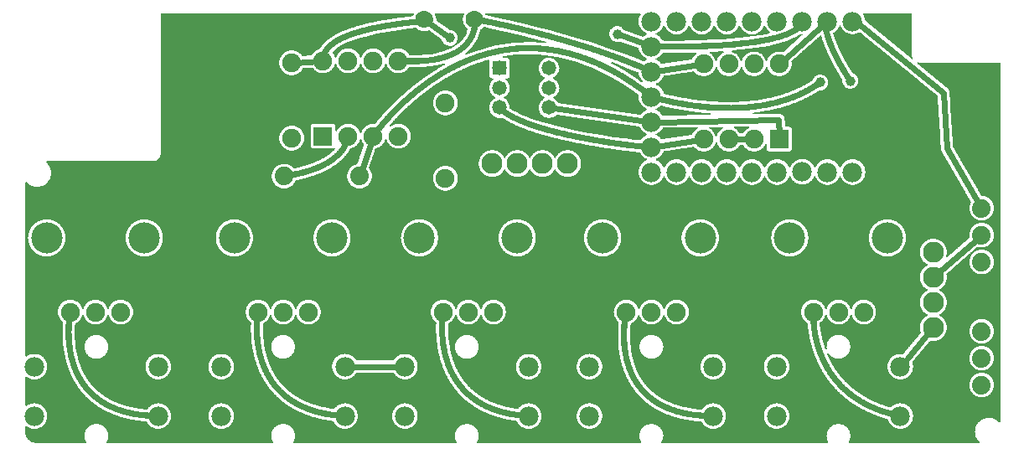
<source format=gtl>
G04 MADE WITH FRITZING*
G04 WWW.FRITZING.ORG*
G04 DOUBLE SIDED*
G04 HOLES PLATED*
G04 CONTOUR ON CENTER OF CONTOUR VECTOR*
%ASAXBY*%
%FSLAX23Y23*%
%MOIN*%
%OFA0B0*%
%SFA1.0B1.0*%
%ADD10C,0.075000*%
%ADD11C,0.078000*%
%ADD12C,0.058000*%
%ADD13C,0.074000*%
%ADD14C,0.074667*%
%ADD15C,0.074695*%
%ADD16C,0.124033*%
%ADD17C,0.083307*%
%ADD18C,0.070000*%
%ADD19C,0.039370*%
%ADD20R,0.075000X0.075000*%
%ADD21R,0.058000X0.058000*%
%ADD22C,0.024000*%
%ADD23C,0.000100*%
%ADD24R,0.001000X0.001000*%
%LNCOPPER1*%
G90*
G70*
G54D10*
X77Y238D03*
X2003Y1531D03*
X2215Y1695D03*
X3464Y1695D03*
X1565Y1634D03*
G54D11*
X3320Y1709D03*
X3220Y1709D03*
X3120Y1709D03*
X3020Y1709D03*
X2920Y1709D03*
X2820Y1709D03*
X2720Y1709D03*
X2620Y1709D03*
X2520Y1709D03*
X2520Y1609D03*
X2520Y1509D03*
X2520Y1409D03*
X2520Y1309D03*
X2520Y1209D03*
X2520Y1109D03*
X2620Y1109D03*
X2720Y1109D03*
X2820Y1109D03*
X2920Y1109D03*
X3020Y1109D03*
X3120Y1110D03*
X3220Y1109D03*
X3320Y1109D03*
G54D10*
X1213Y1252D03*
X1213Y1552D03*
X1313Y1252D03*
X1313Y1552D03*
X1413Y1252D03*
X1413Y1552D03*
X1513Y1252D03*
X1513Y1552D03*
G54D12*
X2113Y1444D03*
X1916Y1444D03*
X1916Y1366D03*
X1916Y1523D03*
X2113Y1523D03*
X2113Y1366D03*
G54D13*
X3833Y965D03*
X3833Y858D03*
X3833Y751D03*
X3833Y965D03*
X3833Y858D03*
X3833Y751D03*
X3833Y261D03*
X3833Y368D03*
X3833Y475D03*
X3833Y261D03*
X3833Y368D03*
X3833Y475D03*
G54D14*
X3164Y552D03*
X3264Y552D03*
G54D15*
X3364Y552D03*
G54D16*
X3070Y847D03*
X3458Y847D03*
G54D14*
X2420Y552D03*
X2520Y552D03*
G54D15*
X2620Y552D03*
G54D16*
X2326Y847D03*
X2714Y847D03*
G54D14*
X1692Y552D03*
X1792Y552D03*
G54D15*
X1892Y552D03*
G54D16*
X1597Y847D03*
X1986Y847D03*
G54D14*
X955Y552D03*
X1055Y552D03*
G54D15*
X1155Y552D03*
G54D16*
X861Y847D03*
X1249Y847D03*
G54D14*
X208Y552D03*
X308Y552D03*
G54D15*
X408Y552D03*
G54D16*
X114Y847D03*
X503Y847D03*
G54D11*
X3018Y335D03*
X3510Y335D03*
X3018Y138D03*
X3510Y138D03*
X2273Y335D03*
X2765Y335D03*
X2273Y138D03*
X2765Y138D03*
X1539Y335D03*
X2032Y335D03*
X1539Y138D03*
X2032Y138D03*
X809Y335D03*
X1301Y335D03*
X809Y138D03*
X1301Y138D03*
X65Y335D03*
X558Y335D03*
X65Y138D03*
X558Y138D03*
G54D17*
X1886Y1143D03*
X1986Y1143D03*
X2086Y1143D03*
X2186Y1143D03*
X3641Y790D03*
X3641Y690D03*
X3641Y590D03*
X3641Y490D03*
G54D10*
X1089Y1544D03*
X1089Y1244D03*
X1700Y1384D03*
X1700Y1084D03*
G54D13*
X1359Y1093D03*
X1059Y1093D03*
X1359Y1093D03*
X1059Y1093D03*
G54D18*
X1617Y1718D03*
X1817Y1718D03*
G54D10*
X3028Y1240D03*
X3028Y1540D03*
X2928Y1240D03*
X2928Y1540D03*
X2828Y1240D03*
X2828Y1540D03*
X2728Y1240D03*
X2728Y1540D03*
X3028Y1240D03*
X3028Y1540D03*
X2928Y1240D03*
X2928Y1540D03*
X2828Y1240D03*
X2828Y1540D03*
X2728Y1240D03*
X2728Y1540D03*
G54D19*
X3311Y1472D03*
X3191Y1466D03*
X2384Y1659D03*
X1718Y1643D03*
G54D20*
X1213Y1252D03*
G54D21*
X1915Y1523D03*
G54D20*
X3028Y1240D03*
X3028Y1240D03*
G54D22*
X3522Y349D02*
X3627Y473D01*
D02*
X2910Y1240D02*
X2845Y1240D01*
D02*
X3657Y704D02*
X3818Y845D01*
D02*
X1320Y335D02*
X1520Y335D01*
D02*
X2501Y1312D02*
X2131Y1363D01*
D02*
X1196Y1551D02*
X1107Y1545D01*
D02*
X1408Y1236D02*
X1364Y1109D01*
D02*
X3823Y983D02*
X3695Y1203D01*
D02*
X3682Y1425D02*
X3322Y1719D01*
D02*
X3695Y1203D02*
X3682Y1425D01*
D02*
X3322Y1719D02*
X3322Y1719D01*
D02*
X3028Y1258D02*
X3027Y1317D01*
D02*
X3027Y1317D02*
X2539Y1309D01*
D02*
X2711Y1237D02*
X2539Y1212D01*
D02*
X3041Y1552D02*
X3206Y1697D01*
D02*
X3220Y1710D02*
X3220Y1710D01*
D02*
X2539Y1512D02*
X2711Y1537D01*
D02*
X1629Y1709D02*
X1711Y1648D01*
D02*
X2392Y1656D02*
X2502Y1616D01*
G54D23*
G36*
X2047Y1578D02*
X2072Y1577D01*
X2097Y1575D01*
X2121Y1571D01*
X2147Y1567D01*
X2172Y1562D01*
X2198Y1555D01*
X2224Y1547D01*
X2250Y1538D01*
X2278Y1527D01*
X2305Y1515D01*
X2332Y1502D01*
X2360Y1488D01*
X2388Y1471D01*
X2417Y1453D01*
X2446Y1434D01*
X2469Y1418D01*
X2469Y1417D01*
X2469Y1416D01*
X2469Y1416D01*
X2469Y1413D01*
X2469Y1410D01*
X2469Y1408D01*
X2469Y1403D01*
X2470Y1399D01*
X2473Y1390D01*
X2474Y1388D01*
X2478Y1381D01*
X2479Y1380D01*
X2484Y1373D01*
X2485Y1372D01*
X2491Y1367D01*
X2492Y1366D01*
X2499Y1363D01*
X2502Y1362D01*
X2502Y1361D01*
X2503Y1361D01*
X2503Y1359D01*
X2503Y1358D01*
X2503Y1358D01*
X2502Y1357D01*
X2502Y1357D01*
X2499Y1356D01*
X2492Y1351D01*
X2491Y1351D01*
X2484Y1346D01*
X2483Y1344D01*
X2480Y1340D01*
X2479Y1340D01*
X2478Y1339D01*
X2477Y1339D01*
X2150Y1385D01*
X2149Y1385D01*
X2148Y1386D01*
X2148Y1386D01*
X2147Y1388D01*
X2146Y1390D01*
X2142Y1395D01*
X2140Y1396D01*
X2136Y1400D01*
X2130Y1403D01*
X2129Y1403D01*
X2129Y1404D01*
X2129Y1405D01*
X2129Y1406D01*
X2129Y1407D01*
X2130Y1407D01*
X2130Y1408D01*
X2135Y1410D01*
X2136Y1411D01*
X2141Y1415D01*
X2143Y1417D01*
X2146Y1421D01*
X2147Y1423D01*
X2150Y1428D01*
X2151Y1430D01*
X2153Y1436D01*
X2153Y1438D01*
X2154Y1444D01*
X2153Y1446D01*
X2152Y1453D01*
X2150Y1460D01*
X2150Y1461D01*
X2147Y1467D01*
X2146Y1468D01*
X2142Y1473D01*
X2140Y1475D01*
X2136Y1478D01*
X2134Y1479D01*
X2130Y1481D01*
X2129Y1482D01*
X2129Y1483D01*
X2129Y1484D01*
X2129Y1484D01*
X2129Y1485D01*
X2129Y1486D01*
X2130Y1486D01*
X2135Y1489D01*
X2136Y1490D01*
X2141Y1494D01*
X2143Y1495D01*
X2146Y1500D01*
X2147Y1501D01*
X2150Y1507D01*
X2151Y1508D01*
X2153Y1515D01*
X2153Y1516D01*
X2154Y1523D01*
X2153Y1524D01*
X2153Y1531D01*
X2152Y1533D01*
X2150Y1539D01*
X2150Y1540D01*
X2147Y1546D01*
X2146Y1547D01*
X2142Y1552D01*
X2140Y1553D01*
X2136Y1557D01*
X2134Y1558D01*
X2128Y1561D01*
X2127Y1561D01*
X2121Y1563D01*
X2120Y1564D01*
X2113Y1564D01*
X2111Y1564D01*
X2104Y1563D01*
X2103Y1563D01*
X2097Y1561D01*
X2096Y1560D01*
X2090Y1557D01*
X2089Y1557D01*
X2084Y1552D01*
X2082Y1551D01*
X2079Y1546D01*
X2078Y1545D01*
X2075Y1539D01*
X2074Y1538D01*
X2072Y1532D01*
X2072Y1530D01*
X2072Y1524D01*
X2072Y1522D01*
X2072Y1515D01*
X2073Y1514D01*
X2075Y1507D01*
X2078Y1501D01*
X2079Y1499D01*
X2083Y1494D01*
X2084Y1493D01*
X2089Y1489D01*
X2095Y1486D01*
X2096Y1486D01*
X2096Y1485D01*
X2096Y1484D01*
X2096Y1483D01*
X2096Y1482D01*
X2095Y1482D01*
X2095Y1481D01*
X2090Y1479D01*
X2089Y1478D01*
X2084Y1474D01*
X2082Y1472D01*
X2079Y1468D01*
X2078Y1466D01*
X2075Y1460D01*
X2074Y1459D01*
X2072Y1453D01*
X2072Y1452D01*
X2072Y1445D01*
X2072Y1443D01*
X2072Y1437D01*
X2073Y1435D01*
X2075Y1429D01*
X2075Y1428D01*
X2078Y1422D01*
X2079Y1421D01*
X2083Y1416D01*
X2084Y1415D01*
X2089Y1411D01*
X2091Y1410D01*
X2095Y1408D01*
X2096Y1407D01*
X2096Y1406D01*
X2096Y1405D01*
X2096Y1404D01*
X2096Y1404D01*
X2096Y1403D01*
X2095Y1403D01*
X2090Y1400D01*
X2089Y1399D01*
X2084Y1395D01*
X2083Y1394D01*
X2079Y1390D01*
X2078Y1388D01*
X2075Y1382D01*
X2074Y1381D01*
X2072Y1374D01*
X2072Y1373D01*
X2072Y1366D01*
X2072Y1364D01*
X2072Y1358D01*
X2073Y1356D01*
X2075Y1350D01*
X2075Y1349D01*
X2078Y1343D01*
X2079Y1342D01*
X2083Y1337D01*
X2084Y1336D01*
X2089Y1332D01*
X2091Y1331D01*
X2096Y1328D01*
X2098Y1328D01*
X2104Y1326D01*
X2105Y1325D01*
X2112Y1325D01*
X2114Y1325D01*
X2120Y1326D01*
X2122Y1326D01*
X2128Y1328D01*
X2129Y1329D01*
X2135Y1332D01*
X2142Y1337D01*
X2142Y1337D01*
X2143Y1337D01*
X2471Y1292D01*
X2471Y1292D01*
X2472Y1291D01*
X2473Y1291D01*
X2474Y1288D01*
X2478Y1281D01*
X2479Y1280D01*
X2484Y1273D01*
X2485Y1272D01*
X2491Y1267D01*
X2492Y1266D01*
X2499Y1263D01*
X2502Y1262D01*
X2502Y1261D01*
X2503Y1261D01*
X2503Y1259D01*
X2503Y1258D01*
X2503Y1258D01*
X2502Y1257D01*
X2502Y1257D01*
X2499Y1256D01*
X2492Y1251D01*
X2491Y1251D01*
X2484Y1246D01*
X2483Y1244D01*
X2478Y1238D01*
X2477Y1237D01*
X2477Y1236D01*
X2476Y1236D01*
X2475Y1236D01*
X2475Y1236D01*
X2453Y1238D01*
X2415Y1243D01*
X2371Y1249D01*
X2322Y1256D01*
X2271Y1265D01*
X2218Y1275D01*
X2166Y1287D01*
X2140Y1293D01*
X2115Y1300D01*
X2090Y1307D01*
X2066Y1314D01*
X2043Y1322D01*
X2022Y1330D01*
X2003Y1338D01*
X1985Y1347D01*
X1969Y1355D01*
X1958Y1362D01*
X1957Y1363D01*
X1957Y1364D01*
X1957Y1365D01*
X1957Y1366D01*
X1956Y1374D01*
X1955Y1375D01*
X1953Y1381D01*
X1953Y1383D01*
X1950Y1388D01*
X1949Y1390D01*
X1945Y1395D01*
X1944Y1396D01*
X1939Y1400D01*
X1938Y1400D01*
X1933Y1403D01*
X1932Y1403D01*
X1932Y1404D01*
X1932Y1405D01*
X1932Y1406D01*
X1932Y1407D01*
X1933Y1407D01*
X1938Y1410D01*
X1940Y1411D01*
X1944Y1415D01*
X1946Y1417D01*
X1950Y1421D01*
X1950Y1423D01*
X1953Y1428D01*
X1954Y1430D01*
X1956Y1436D01*
X1956Y1437D01*
X1957Y1444D01*
X1957Y1446D01*
X1956Y1452D01*
X1955Y1454D01*
X1953Y1460D01*
X1953Y1461D01*
X1950Y1467D01*
X1949Y1468D01*
X1945Y1473D01*
X1944Y1475D01*
X1941Y1477D01*
X1940Y1478D01*
X1940Y1479D01*
X1940Y1480D01*
X1941Y1480D01*
X1941Y1481D01*
X1942Y1482D01*
X1942Y1482D01*
X1946Y1482D01*
X1948Y1482D01*
X1950Y1483D01*
X1951Y1484D01*
X1952Y1485D01*
X1954Y1487D01*
X1955Y1489D01*
X1956Y1490D01*
X1956Y1492D01*
X1956Y1494D01*
X1956Y1520D01*
X1957Y1523D01*
X1957Y1525D01*
X1956Y1527D01*
X1956Y1553D01*
X1956Y1555D01*
X1955Y1557D01*
X1954Y1558D01*
X1953Y1560D01*
X1952Y1561D01*
X1950Y1562D01*
X1949Y1563D01*
X1947Y1563D01*
X1945Y1564D01*
X1930Y1564D01*
X1930Y1564D01*
X1929Y1565D01*
X1928Y1565D01*
X1928Y1566D01*
X1928Y1567D01*
X1928Y1568D01*
X1929Y1569D01*
X1929Y1569D01*
X1930Y1570D01*
X1933Y1570D01*
X1955Y1573D01*
X1978Y1576D01*
X2001Y1578D01*
X2024Y1578D01*
X2047Y1578D01*
D02*
G37*
D02*
G36*
X2703Y1288D02*
X2703Y1287D01*
X2704Y1286D01*
X2704Y1286D01*
X2704Y1285D01*
X2704Y1284D01*
X2704Y1283D01*
X2703Y1283D01*
X2703Y1282D01*
X2700Y1281D01*
X2699Y1280D01*
X2693Y1275D01*
X2692Y1274D01*
X2687Y1268D01*
X2686Y1267D01*
X2682Y1258D01*
X2681Y1258D01*
X2681Y1257D01*
X2680Y1257D01*
X2562Y1240D01*
X2561Y1240D01*
X2560Y1240D01*
X2560Y1241D01*
X2556Y1245D01*
X2556Y1246D01*
X2549Y1251D01*
X2548Y1252D01*
X2540Y1256D01*
X2538Y1257D01*
X2538Y1257D01*
X2537Y1258D01*
X2537Y1259D01*
X2537Y1260D01*
X2537Y1260D01*
X2538Y1261D01*
X2538Y1262D01*
X2541Y1263D01*
X2548Y1267D01*
X2549Y1268D01*
X2556Y1273D01*
X2557Y1274D01*
X2562Y1280D01*
X2563Y1282D01*
X2564Y1285D01*
X2565Y1285D01*
X2566Y1286D01*
X2567Y1286D01*
X2702Y1288D01*
X2703Y1288D01*
D02*
G37*
D02*
G36*
X2703Y1288D02*
X2703Y1287D01*
X2704Y1286D01*
X2704Y1286D01*
X2704Y1285D01*
X2704Y1284D01*
X2704Y1283D01*
X2703Y1283D01*
X2703Y1282D01*
X2700Y1281D01*
X2699Y1280D01*
X2693Y1275D01*
X2692Y1274D01*
X2687Y1268D01*
X2686Y1267D01*
X2682Y1258D01*
X2681Y1258D01*
X2681Y1257D01*
X2680Y1257D01*
X2562Y1240D01*
X2561Y1240D01*
X2560Y1240D01*
X2560Y1241D01*
X2556Y1245D01*
X2556Y1246D01*
X2549Y1251D01*
X2548Y1252D01*
X2540Y1256D01*
X2538Y1257D01*
X2538Y1257D01*
X2537Y1258D01*
X2537Y1259D01*
X2537Y1260D01*
X2537Y1260D01*
X2538Y1261D01*
X2538Y1262D01*
X2541Y1263D01*
X2548Y1267D01*
X2549Y1268D01*
X2556Y1273D01*
X2557Y1274D01*
X2562Y1280D01*
X2563Y1282D01*
X2564Y1285D01*
X2565Y1285D01*
X2566Y1286D01*
X2567Y1286D01*
X2702Y1288D01*
X2703Y1288D01*
D02*
G37*
D02*
G36*
X2805Y1289D02*
X2806Y1289D01*
X2807Y1288D01*
X2807Y1287D01*
X2807Y1287D01*
X2807Y1286D01*
X2807Y1285D01*
X2806Y1284D01*
X2806Y1284D01*
X2800Y1281D01*
X2799Y1280D01*
X2793Y1275D01*
X2792Y1274D01*
X2787Y1268D01*
X2786Y1267D01*
X2782Y1259D01*
X2781Y1254D01*
X2780Y1253D01*
X2779Y1252D01*
X2779Y1252D01*
X2778Y1252D01*
X2777Y1252D01*
X2776Y1253D01*
X2775Y1253D01*
X2775Y1254D01*
X2773Y1259D01*
X2769Y1268D01*
X2768Y1269D01*
X2763Y1275D01*
X2762Y1276D01*
X2756Y1281D01*
X2755Y1282D01*
X2751Y1283D01*
X2751Y1284D01*
X2750Y1285D01*
X2750Y1286D01*
X2750Y1286D01*
X2751Y1287D01*
X2751Y1288D01*
X2752Y1289D01*
X2753Y1289D01*
X2804Y1289D01*
X2805Y1289D01*
D02*
G37*
D02*
G36*
X2805Y1289D02*
X2806Y1289D01*
X2807Y1288D01*
X2807Y1287D01*
X2807Y1287D01*
X2807Y1286D01*
X2807Y1285D01*
X2806Y1284D01*
X2806Y1284D01*
X2800Y1281D01*
X2799Y1280D01*
X2793Y1275D01*
X2792Y1274D01*
X2787Y1268D01*
X2786Y1267D01*
X2782Y1259D01*
X2781Y1254D01*
X2780Y1253D01*
X2779Y1252D01*
X2779Y1252D01*
X2778Y1252D01*
X2777Y1252D01*
X2776Y1253D01*
X2775Y1253D01*
X2775Y1254D01*
X2773Y1259D01*
X2769Y1268D01*
X2768Y1269D01*
X2763Y1275D01*
X2762Y1276D01*
X2756Y1281D01*
X2755Y1282D01*
X2751Y1283D01*
X2751Y1284D01*
X2750Y1285D01*
X2750Y1286D01*
X2750Y1286D01*
X2751Y1287D01*
X2751Y1288D01*
X2752Y1289D01*
X2753Y1289D01*
X2804Y1289D01*
X2805Y1289D01*
D02*
G37*
D02*
G36*
X2908Y1291D02*
X2909Y1290D01*
X2910Y1290D01*
X2910Y1289D01*
X2910Y1288D01*
X2910Y1287D01*
X2910Y1287D01*
X2909Y1286D01*
X2908Y1285D01*
X2900Y1281D01*
X2899Y1280D01*
X2893Y1275D01*
X2892Y1274D01*
X2887Y1268D01*
X2886Y1265D01*
X2885Y1265D01*
X2884Y1264D01*
X2884Y1264D01*
X2872Y1264D01*
X2871Y1264D01*
X2871Y1265D01*
X2870Y1266D01*
X2869Y1268D01*
X2868Y1269D01*
X2863Y1275D01*
X2862Y1276D01*
X2856Y1281D01*
X2855Y1282D01*
X2849Y1285D01*
X2848Y1285D01*
X2848Y1286D01*
X2847Y1287D01*
X2848Y1288D01*
X2848Y1289D01*
X2848Y1289D01*
X2849Y1290D01*
X2850Y1290D01*
X2850Y1290D01*
X2907Y1291D01*
X2908Y1291D01*
D02*
G37*
D02*
G36*
X2908Y1291D02*
X2909Y1290D01*
X2910Y1290D01*
X2910Y1289D01*
X2910Y1288D01*
X2910Y1287D01*
X2910Y1287D01*
X2909Y1286D01*
X2908Y1285D01*
X2900Y1281D01*
X2899Y1280D01*
X2893Y1275D01*
X2892Y1274D01*
X2887Y1268D01*
X2886Y1265D01*
X2885Y1265D01*
X2884Y1264D01*
X2884Y1264D01*
X2872Y1264D01*
X2871Y1264D01*
X2871Y1265D01*
X2870Y1266D01*
X2869Y1268D01*
X2868Y1269D01*
X2863Y1275D01*
X2862Y1276D01*
X2856Y1281D01*
X2855Y1282D01*
X2849Y1285D01*
X2848Y1285D01*
X2848Y1286D01*
X2847Y1287D01*
X2848Y1288D01*
X2848Y1289D01*
X2848Y1289D01*
X2849Y1290D01*
X2850Y1290D01*
X2850Y1290D01*
X2907Y1291D01*
X2908Y1291D01*
D02*
G37*
D02*
G36*
X2559Y1374D02*
X2583Y1368D01*
X2619Y1361D01*
X2660Y1354D01*
X2682Y1350D01*
X2706Y1347D01*
X2731Y1345D01*
X2755Y1343D01*
X2756Y1342D01*
X2757Y1342D01*
X2757Y1341D01*
X2757Y1340D01*
X2757Y1339D01*
X2757Y1338D01*
X2757Y1338D01*
X2756Y1337D01*
X2755Y1337D01*
X2754Y1337D01*
X2566Y1334D01*
X2565Y1334D01*
X2564Y1335D01*
X2563Y1335D01*
X2562Y1338D01*
X2561Y1339D01*
X2556Y1345D01*
X2555Y1346D01*
X2549Y1351D01*
X2548Y1352D01*
X2540Y1356D01*
X2538Y1357D01*
X2538Y1357D01*
X2537Y1358D01*
X2537Y1359D01*
X2537Y1360D01*
X2537Y1360D01*
X2538Y1361D01*
X2538Y1362D01*
X2541Y1363D01*
X2548Y1367D01*
X2549Y1368D01*
X2557Y1373D01*
X2558Y1374D01*
X2559Y1374D01*
D02*
G37*
D02*
G36*
X2559Y1374D02*
X2583Y1368D01*
X2619Y1361D01*
X2660Y1354D01*
X2682Y1350D01*
X2706Y1347D01*
X2731Y1345D01*
X2755Y1343D01*
X2756Y1342D01*
X2757Y1342D01*
X2757Y1341D01*
X2757Y1340D01*
X2757Y1339D01*
X2757Y1338D01*
X2757Y1338D01*
X2756Y1337D01*
X2755Y1337D01*
X2754Y1337D01*
X2566Y1334D01*
X2565Y1334D01*
X2564Y1335D01*
X2563Y1335D01*
X2562Y1338D01*
X2561Y1339D01*
X2556Y1345D01*
X2555Y1346D01*
X2549Y1351D01*
X2548Y1352D01*
X2540Y1356D01*
X2538Y1357D01*
X2538Y1357D01*
X2537Y1358D01*
X2537Y1359D01*
X2537Y1360D01*
X2537Y1360D01*
X2538Y1361D01*
X2538Y1362D01*
X2541Y1363D01*
X2548Y1367D01*
X2549Y1368D01*
X2557Y1373D01*
X2558Y1374D01*
X2559Y1374D01*
D02*
G37*
D02*
G36*
X2364Y1546D02*
X2394Y1535D01*
X2453Y1512D01*
X2468Y1506D01*
X2469Y1505D01*
X2469Y1504D01*
X2469Y1504D01*
X2470Y1499D01*
X2473Y1490D01*
X2474Y1488D01*
X2478Y1481D01*
X2479Y1480D01*
X2484Y1473D01*
X2484Y1472D01*
X2484Y1472D01*
X2484Y1471D01*
X2484Y1470D01*
X2483Y1469D01*
X2483Y1469D01*
X2482Y1468D01*
X2481Y1469D01*
X2480Y1469D01*
X2473Y1474D01*
X2443Y1494D01*
X2413Y1513D01*
X2383Y1530D01*
X2361Y1541D01*
X2360Y1542D01*
X2360Y1543D01*
X2360Y1544D01*
X2360Y1544D01*
X2360Y1545D01*
X2361Y1546D01*
X2361Y1546D01*
X2362Y1547D01*
X2363Y1547D01*
X2364Y1546D01*
D02*
G37*
D02*
G36*
X2364Y1546D02*
X2394Y1535D01*
X2453Y1512D01*
X2468Y1506D01*
X2469Y1505D01*
X2469Y1504D01*
X2469Y1504D01*
X2470Y1499D01*
X2473Y1490D01*
X2474Y1488D01*
X2478Y1481D01*
X2479Y1480D01*
X2484Y1473D01*
X2484Y1472D01*
X2484Y1472D01*
X2484Y1471D01*
X2484Y1470D01*
X2483Y1469D01*
X2483Y1469D01*
X2482Y1468D01*
X2481Y1469D01*
X2480Y1469D01*
X2473Y1474D01*
X2443Y1494D01*
X2413Y1513D01*
X2383Y1530D01*
X2361Y1541D01*
X2360Y1542D01*
X2360Y1543D01*
X2360Y1544D01*
X2360Y1544D01*
X2360Y1545D01*
X2361Y1546D01*
X2361Y1546D01*
X2362Y1547D01*
X2363Y1547D01*
X2364Y1546D01*
D02*
G37*
D02*
G36*
X2698Y1585D02*
X2699Y1585D01*
X2700Y1584D01*
X2700Y1584D01*
X2700Y1583D01*
X2700Y1581D01*
X2700Y1581D01*
X2699Y1580D01*
X2693Y1575D01*
X2692Y1574D01*
X2687Y1568D01*
X2686Y1567D01*
X2682Y1558D01*
X2681Y1558D01*
X2681Y1557D01*
X2680Y1557D01*
X2562Y1540D01*
X2561Y1540D01*
X2560Y1540D01*
X2560Y1541D01*
X2556Y1545D01*
X2556Y1546D01*
X2549Y1551D01*
X2548Y1552D01*
X2540Y1556D01*
X2538Y1557D01*
X2537Y1557D01*
X2537Y1558D01*
X2537Y1559D01*
X2537Y1560D01*
X2538Y1561D01*
X2538Y1562D01*
X2541Y1563D01*
X2548Y1567D01*
X2549Y1568D01*
X2556Y1573D01*
X2557Y1574D01*
X2562Y1580D01*
X2564Y1583D01*
X2564Y1584D01*
X2565Y1584D01*
X2566Y1585D01*
X2576Y1584D01*
X2628Y1584D01*
X2677Y1585D01*
X2698Y1585D01*
X2698Y1585D01*
D02*
G37*
D02*
G36*
X2698Y1585D02*
X2699Y1585D01*
X2700Y1584D01*
X2700Y1584D01*
X2700Y1583D01*
X2700Y1581D01*
X2700Y1581D01*
X2699Y1580D01*
X2693Y1575D01*
X2692Y1574D01*
X2687Y1568D01*
X2686Y1567D01*
X2682Y1558D01*
X2681Y1558D01*
X2681Y1557D01*
X2680Y1557D01*
X2562Y1540D01*
X2561Y1540D01*
X2560Y1540D01*
X2560Y1541D01*
X2556Y1545D01*
X2556Y1546D01*
X2549Y1551D01*
X2548Y1552D01*
X2540Y1556D01*
X2538Y1557D01*
X2537Y1557D01*
X2537Y1558D01*
X2537Y1559D01*
X2537Y1560D01*
X2538Y1561D01*
X2538Y1562D01*
X2541Y1563D01*
X2548Y1567D01*
X2549Y1568D01*
X2556Y1573D01*
X2557Y1574D01*
X2562Y1580D01*
X2564Y1583D01*
X2564Y1584D01*
X2565Y1584D01*
X2566Y1585D01*
X2576Y1584D01*
X2628Y1584D01*
X2677Y1585D01*
X2698Y1585D01*
X2698Y1585D01*
D02*
G37*
D02*
G36*
X2475Y1742D02*
X2476Y1741D01*
X2477Y1741D01*
X2477Y1740D01*
X2478Y1739D01*
X2478Y1738D01*
X2478Y1738D01*
X2473Y1729D01*
X2473Y1728D01*
X2470Y1719D01*
X2469Y1715D01*
X2469Y1710D01*
X2469Y1708D01*
X2469Y1703D01*
X2470Y1699D01*
X2473Y1690D01*
X2474Y1688D01*
X2478Y1681D01*
X2479Y1680D01*
X2484Y1673D01*
X2485Y1672D01*
X2491Y1667D01*
X2492Y1666D01*
X2499Y1663D01*
X2502Y1662D01*
X2503Y1661D01*
X2503Y1660D01*
X2503Y1659D01*
X2503Y1658D01*
X2503Y1658D01*
X2502Y1657D01*
X2502Y1657D01*
X2499Y1656D01*
X2492Y1651D01*
X2487Y1648D01*
X2486Y1648D01*
X2485Y1648D01*
X2412Y1674D01*
X2412Y1675D01*
X2410Y1678D01*
X2407Y1681D01*
X2406Y1682D01*
X2402Y1685D01*
X2401Y1686D01*
X2398Y1688D01*
X2395Y1689D01*
X2391Y1690D01*
X2389Y1690D01*
X2385Y1691D01*
X2383Y1691D01*
X2378Y1690D01*
X2377Y1690D01*
X2372Y1688D01*
X2367Y1685D01*
X2366Y1685D01*
X2362Y1682D01*
X2361Y1681D01*
X2358Y1677D01*
X2357Y1676D01*
X2356Y1672D01*
X2355Y1670D01*
X2353Y1666D01*
X2353Y1664D01*
X2353Y1659D01*
X2353Y1658D01*
X2353Y1653D01*
X2354Y1651D01*
X2355Y1647D01*
X2356Y1646D01*
X2358Y1641D01*
X2361Y1637D01*
X2363Y1636D01*
X2366Y1633D01*
X2368Y1632D01*
X2372Y1630D01*
X2378Y1628D01*
X2379Y1628D01*
X2384Y1627D01*
X2386Y1627D01*
X2391Y1628D01*
X2395Y1629D01*
X2396Y1629D01*
X2396Y1629D01*
X2468Y1603D01*
X2469Y1602D01*
X2470Y1601D01*
X2470Y1600D01*
X2470Y1598D01*
X2473Y1590D01*
X2474Y1588D01*
X2478Y1581D01*
X2479Y1580D01*
X2484Y1573D01*
X2485Y1572D01*
X2491Y1567D01*
X2492Y1566D01*
X2499Y1563D01*
X2502Y1562D01*
X2503Y1561D01*
X2503Y1560D01*
X2503Y1559D01*
X2503Y1558D01*
X2503Y1558D01*
X2502Y1557D01*
X2502Y1557D01*
X2499Y1556D01*
X2492Y1551D01*
X2490Y1550D01*
X2489Y1550D01*
X2488Y1550D01*
X2487Y1550D01*
X2471Y1557D01*
X2411Y1580D01*
X2350Y1602D01*
X2289Y1623D01*
X2229Y1642D01*
X2171Y1659D01*
X2114Y1675D01*
X2060Y1689D01*
X2010Y1701D01*
X1964Y1712D01*
X1889Y1728D01*
X1862Y1733D01*
X1861Y1734D01*
X1861Y1734D01*
X1859Y1738D01*
X1859Y1739D01*
X1859Y1739D01*
X1859Y1740D01*
X1860Y1741D01*
X1860Y1741D01*
X1861Y1742D01*
X1862Y1742D01*
X2475Y1742D01*
D02*
G37*
D02*
G36*
X2807Y1590D02*
X2807Y1590D01*
X2808Y1589D01*
X2808Y1588D01*
X2808Y1587D01*
X2808Y1586D01*
X2808Y1585D01*
X2807Y1585D01*
X2807Y1585D01*
X2800Y1581D01*
X2793Y1575D01*
X2792Y1574D01*
X2787Y1568D01*
X2786Y1567D01*
X2782Y1559D01*
X2781Y1554D01*
X2780Y1553D01*
X2779Y1552D01*
X2779Y1552D01*
X2778Y1552D01*
X2777Y1552D01*
X2776Y1553D01*
X2775Y1553D01*
X2775Y1554D01*
X2773Y1559D01*
X2769Y1568D01*
X2768Y1569D01*
X2763Y1575D01*
X2762Y1576D01*
X2756Y1581D01*
X2754Y1582D01*
X2753Y1582D01*
X2753Y1583D01*
X2752Y1584D01*
X2753Y1585D01*
X2753Y1586D01*
X2753Y1586D01*
X2754Y1587D01*
X2755Y1587D01*
X2755Y1587D01*
X2765Y1588D01*
X2806Y1590D01*
X2807Y1590D01*
D02*
G37*
D02*
G36*
X2807Y1590D02*
X2807Y1590D01*
X2808Y1589D01*
X2808Y1588D01*
X2808Y1587D01*
X2808Y1586D01*
X2808Y1585D01*
X2807Y1585D01*
X2807Y1585D01*
X2800Y1581D01*
X2793Y1575D01*
X2792Y1574D01*
X2787Y1568D01*
X2786Y1567D01*
X2782Y1559D01*
X2781Y1554D01*
X2780Y1553D01*
X2779Y1552D01*
X2779Y1552D01*
X2778Y1552D01*
X2777Y1552D01*
X2776Y1553D01*
X2775Y1553D01*
X2775Y1554D01*
X2773Y1559D01*
X2769Y1568D01*
X2768Y1569D01*
X2763Y1575D01*
X2762Y1576D01*
X2756Y1581D01*
X2754Y1582D01*
X2753Y1582D01*
X2753Y1583D01*
X2752Y1584D01*
X2753Y1585D01*
X2753Y1586D01*
X2753Y1586D01*
X2754Y1587D01*
X2755Y1587D01*
X2755Y1587D01*
X2765Y1588D01*
X2806Y1590D01*
X2807Y1590D01*
D02*
G37*
D02*
G36*
X3115Y1658D02*
X3119Y1658D01*
X3119Y1658D01*
X3120Y1657D01*
X3121Y1656D01*
X3121Y1655D01*
X3121Y1654D01*
X3120Y1653D01*
X3045Y1587D01*
X3044Y1587D01*
X3043Y1587D01*
X3043Y1587D01*
X3038Y1588D01*
X3037Y1589D01*
X3028Y1590D01*
X3027Y1589D01*
X3018Y1589D01*
X3017Y1588D01*
X3009Y1585D01*
X3008Y1585D01*
X3000Y1581D01*
X2993Y1575D01*
X2992Y1574D01*
X2987Y1568D01*
X2986Y1567D01*
X2982Y1559D01*
X2981Y1554D01*
X2980Y1553D01*
X2979Y1552D01*
X2979Y1552D01*
X2978Y1552D01*
X2977Y1552D01*
X2976Y1553D01*
X2975Y1553D01*
X2975Y1554D01*
X2973Y1559D01*
X2969Y1568D01*
X2968Y1569D01*
X2963Y1575D01*
X2962Y1576D01*
X2956Y1581D01*
X2955Y1582D01*
X2947Y1585D01*
X2946Y1586D01*
X2938Y1588D01*
X2937Y1589D01*
X2928Y1590D01*
X2927Y1589D01*
X2918Y1589D01*
X2917Y1588D01*
X2909Y1585D01*
X2908Y1585D01*
X2900Y1581D01*
X2893Y1575D01*
X2892Y1574D01*
X2887Y1568D01*
X2886Y1567D01*
X2882Y1559D01*
X2881Y1554D01*
X2880Y1553D01*
X2879Y1552D01*
X2879Y1552D01*
X2878Y1552D01*
X2877Y1552D01*
X2876Y1553D01*
X2875Y1553D01*
X2875Y1554D01*
X2873Y1559D01*
X2869Y1568D01*
X2868Y1569D01*
X2863Y1575D01*
X2862Y1576D01*
X2856Y1581D01*
X2855Y1582D01*
X2847Y1585D01*
X2842Y1587D01*
X2841Y1588D01*
X2840Y1589D01*
X2840Y1589D01*
X2840Y1590D01*
X2840Y1591D01*
X2841Y1592D01*
X2841Y1593D01*
X2842Y1593D01*
X2843Y1593D01*
X2875Y1596D01*
X2906Y1600D01*
X2935Y1604D01*
X2961Y1608D01*
X2984Y1612D01*
X3006Y1617D01*
X3025Y1622D01*
X3043Y1627D01*
X3058Y1632D01*
X3072Y1638D01*
X3085Y1643D01*
X3096Y1649D01*
X3105Y1654D01*
X3111Y1659D01*
X3112Y1659D01*
X3113Y1659D01*
X3115Y1658D01*
D02*
G37*
D02*
G36*
X3115Y1658D02*
X3119Y1658D01*
X3119Y1658D01*
X3120Y1657D01*
X3121Y1656D01*
X3121Y1655D01*
X3121Y1654D01*
X3120Y1653D01*
X3045Y1587D01*
X3044Y1587D01*
X3043Y1587D01*
X3043Y1587D01*
X3038Y1588D01*
X3037Y1589D01*
X3028Y1590D01*
X3027Y1589D01*
X3018Y1589D01*
X3017Y1588D01*
X3009Y1585D01*
X3008Y1585D01*
X3000Y1581D01*
X2993Y1575D01*
X2992Y1574D01*
X2987Y1568D01*
X2986Y1567D01*
X2982Y1559D01*
X2981Y1554D01*
X2980Y1553D01*
X2979Y1552D01*
X2979Y1552D01*
X2978Y1552D01*
X2977Y1552D01*
X2976Y1553D01*
X2975Y1553D01*
X2975Y1554D01*
X2973Y1559D01*
X2969Y1568D01*
X2968Y1569D01*
X2963Y1575D01*
X2962Y1576D01*
X2956Y1581D01*
X2955Y1582D01*
X2947Y1585D01*
X2946Y1586D01*
X2938Y1588D01*
X2937Y1589D01*
X2928Y1590D01*
X2927Y1589D01*
X2918Y1589D01*
X2917Y1588D01*
X2909Y1585D01*
X2908Y1585D01*
X2900Y1581D01*
X2893Y1575D01*
X2892Y1574D01*
X2887Y1568D01*
X2886Y1567D01*
X2882Y1559D01*
X2881Y1554D01*
X2880Y1553D01*
X2879Y1552D01*
X2879Y1552D01*
X2878Y1552D01*
X2877Y1552D01*
X2876Y1553D01*
X2875Y1553D01*
X2875Y1554D01*
X2873Y1559D01*
X2869Y1568D01*
X2868Y1569D01*
X2863Y1575D01*
X2862Y1576D01*
X2856Y1581D01*
X2855Y1582D01*
X2847Y1585D01*
X2842Y1587D01*
X2841Y1588D01*
X2840Y1589D01*
X2840Y1589D01*
X2840Y1590D01*
X2840Y1591D01*
X2841Y1592D01*
X2841Y1593D01*
X2842Y1593D01*
X2843Y1593D01*
X2875Y1596D01*
X2906Y1600D01*
X2935Y1604D01*
X2961Y1608D01*
X2984Y1612D01*
X3006Y1617D01*
X3025Y1622D01*
X3043Y1627D01*
X3058Y1632D01*
X3072Y1638D01*
X3085Y1643D01*
X3096Y1649D01*
X3105Y1654D01*
X3111Y1659D01*
X3112Y1659D01*
X3113Y1659D01*
X3115Y1658D01*
D02*
G37*
D02*
G36*
X3554Y1742D02*
X3555Y1741D01*
X3556Y1741D01*
X3556Y1740D01*
X3557Y1739D01*
X3557Y1739D01*
X3557Y1574D01*
X3557Y1572D01*
X3558Y1568D01*
X3559Y1565D01*
X3560Y1563D01*
X3560Y1562D01*
X3560Y1561D01*
X3560Y1561D01*
X3559Y1560D01*
X3558Y1559D01*
X3558Y1559D01*
X3557Y1559D01*
X3557Y1559D01*
X3556Y1559D01*
X3555Y1560D01*
X3372Y1710D01*
X3371Y1710D01*
X3371Y1711D01*
X3371Y1715D01*
X3370Y1719D01*
X3370Y1720D01*
X3367Y1729D01*
X3366Y1730D01*
X3362Y1738D01*
X3362Y1738D01*
X3362Y1739D01*
X3362Y1740D01*
X3363Y1741D01*
X3363Y1741D01*
X3364Y1742D01*
X3365Y1742D01*
X3554Y1742D01*
D02*
G37*
D02*
G36*
X1772Y1742D02*
X1773Y1741D01*
X1774Y1741D01*
X1774Y1740D01*
X1775Y1739D01*
X1775Y1738D01*
X1775Y1738D01*
X1774Y1736D01*
X1773Y1735D01*
X1771Y1727D01*
X1771Y1726D01*
X1770Y1718D01*
X1770Y1716D01*
X1771Y1709D01*
X1771Y1707D01*
X1773Y1701D01*
X1774Y1698D01*
X1778Y1692D01*
X1779Y1690D01*
X1783Y1685D01*
X1785Y1684D01*
X1789Y1680D01*
X1790Y1679D01*
X1790Y1678D01*
X1790Y1677D01*
X1787Y1667D01*
X1784Y1661D01*
X1781Y1655D01*
X1777Y1648D01*
X1772Y1641D01*
X1766Y1634D01*
X1759Y1627D01*
X1752Y1620D01*
X1743Y1614D01*
X1733Y1608D01*
X1722Y1602D01*
X1709Y1596D01*
X1695Y1591D01*
X1678Y1586D01*
X1661Y1582D01*
X1641Y1579D01*
X1620Y1577D01*
X1597Y1575D01*
X1572Y1574D01*
X1559Y1574D01*
X1558Y1575D01*
X1557Y1575D01*
X1556Y1576D01*
X1554Y1580D01*
X1554Y1581D01*
X1549Y1587D01*
X1547Y1588D01*
X1541Y1593D01*
X1540Y1594D01*
X1533Y1598D01*
X1532Y1598D01*
X1524Y1601D01*
X1522Y1601D01*
X1514Y1602D01*
X1512Y1602D01*
X1504Y1601D01*
X1502Y1600D01*
X1494Y1598D01*
X1493Y1597D01*
X1486Y1593D01*
X1479Y1588D01*
X1478Y1586D01*
X1473Y1580D01*
X1472Y1579D01*
X1468Y1571D01*
X1466Y1566D01*
X1466Y1565D01*
X1465Y1564D01*
X1464Y1564D01*
X1463Y1564D01*
X1462Y1564D01*
X1462Y1565D01*
X1461Y1565D01*
X1461Y1566D01*
X1459Y1571D01*
X1458Y1573D01*
X1454Y1580D01*
X1454Y1581D01*
X1449Y1587D01*
X1447Y1588D01*
X1441Y1593D01*
X1440Y1594D01*
X1433Y1598D01*
X1432Y1598D01*
X1424Y1601D01*
X1422Y1601D01*
X1414Y1602D01*
X1412Y1602D01*
X1404Y1601D01*
X1402Y1600D01*
X1394Y1598D01*
X1393Y1597D01*
X1386Y1593D01*
X1379Y1588D01*
X1378Y1586D01*
X1373Y1580D01*
X1372Y1579D01*
X1368Y1571D01*
X1366Y1566D01*
X1366Y1565D01*
X1365Y1564D01*
X1364Y1564D01*
X1363Y1564D01*
X1362Y1564D01*
X1362Y1565D01*
X1361Y1565D01*
X1361Y1566D01*
X1359Y1571D01*
X1358Y1573D01*
X1354Y1580D01*
X1354Y1581D01*
X1349Y1587D01*
X1347Y1588D01*
X1341Y1593D01*
X1340Y1594D01*
X1333Y1598D01*
X1332Y1598D01*
X1324Y1601D01*
X1322Y1601D01*
X1314Y1602D01*
X1312Y1602D01*
X1304Y1601D01*
X1302Y1600D01*
X1294Y1598D01*
X1293Y1597D01*
X1286Y1593D01*
X1279Y1588D01*
X1278Y1586D01*
X1273Y1580D01*
X1272Y1579D01*
X1268Y1571D01*
X1266Y1566D01*
X1266Y1565D01*
X1265Y1564D01*
X1264Y1564D01*
X1263Y1564D01*
X1262Y1564D01*
X1262Y1565D01*
X1261Y1565D01*
X1261Y1566D01*
X1259Y1571D01*
X1258Y1573D01*
X1254Y1580D01*
X1254Y1581D01*
X1251Y1584D01*
X1251Y1585D01*
X1251Y1586D01*
X1251Y1587D01*
X1251Y1588D01*
X1252Y1589D01*
X1262Y1598D01*
X1274Y1606D01*
X1287Y1615D01*
X1304Y1623D01*
X1322Y1630D01*
X1341Y1637D01*
X1361Y1644D01*
X1382Y1649D01*
X1404Y1655D01*
X1427Y1660D01*
X1471Y1668D01*
X1515Y1675D01*
X1554Y1680D01*
X1584Y1683D01*
X1585Y1683D01*
X1586Y1683D01*
X1590Y1679D01*
X1599Y1675D01*
X1600Y1674D01*
X1607Y1672D01*
X1609Y1671D01*
X1616Y1671D01*
X1618Y1671D01*
X1626Y1672D01*
X1627Y1672D01*
X1634Y1674D01*
X1635Y1674D01*
X1636Y1674D01*
X1686Y1637D01*
X1687Y1636D01*
X1687Y1635D01*
X1688Y1631D01*
X1689Y1630D01*
X1691Y1626D01*
X1692Y1625D01*
X1695Y1621D01*
X1696Y1620D01*
X1700Y1617D01*
X1701Y1617D01*
X1705Y1614D01*
X1711Y1613D01*
X1712Y1612D01*
X1717Y1612D01*
X1719Y1612D01*
X1724Y1612D01*
X1730Y1614D01*
X1731Y1615D01*
X1735Y1617D01*
X1736Y1618D01*
X1740Y1621D01*
X1741Y1622D01*
X1744Y1626D01*
X1744Y1627D01*
X1746Y1630D01*
X1747Y1632D01*
X1749Y1637D01*
X1749Y1638D01*
X1749Y1643D01*
X1749Y1645D01*
X1749Y1650D01*
X1748Y1651D01*
X1747Y1656D01*
X1744Y1661D01*
X1743Y1662D01*
X1740Y1666D01*
X1739Y1667D01*
X1735Y1670D01*
X1734Y1670D01*
X1731Y1672D01*
X1729Y1673D01*
X1724Y1674D01*
X1723Y1675D01*
X1718Y1675D01*
X1716Y1675D01*
X1715Y1675D01*
X1714Y1676D01*
X1666Y1711D01*
X1665Y1713D01*
X1665Y1713D01*
X1665Y1716D01*
X1665Y1717D01*
X1664Y1722D01*
X1663Y1724D01*
X1663Y1727D01*
X1663Y1728D01*
X1660Y1736D01*
X1659Y1738D01*
X1659Y1739D01*
X1659Y1739D01*
X1659Y1740D01*
X1660Y1741D01*
X1660Y1741D01*
X1661Y1742D01*
X1662Y1742D01*
X1772Y1742D01*
D02*
G37*
D02*
G36*
X1854Y1686D02*
X1879Y1681D01*
X1954Y1665D01*
X1999Y1654D01*
X2049Y1642D01*
X2101Y1628D01*
X2102Y1628D01*
X2103Y1627D01*
X2103Y1626D01*
X2103Y1625D01*
X2103Y1625D01*
X2103Y1624D01*
X2102Y1623D01*
X2101Y1623D01*
X2101Y1623D01*
X2100Y1623D01*
X2075Y1625D01*
X2049Y1626D01*
X2023Y1626D01*
X1998Y1625D01*
X1974Y1624D01*
X1949Y1621D01*
X1925Y1617D01*
X1902Y1613D01*
X1879Y1608D01*
X1856Y1602D01*
X1834Y1595D01*
X1813Y1588D01*
X1791Y1580D01*
X1783Y1577D01*
X1782Y1577D01*
X1781Y1577D01*
X1780Y1577D01*
X1779Y1578D01*
X1779Y1579D01*
X1779Y1580D01*
X1779Y1581D01*
X1780Y1582D01*
X1780Y1582D01*
X1783Y1584D01*
X1793Y1593D01*
X1802Y1603D01*
X1810Y1612D01*
X1817Y1622D01*
X1823Y1632D01*
X1828Y1642D01*
X1832Y1651D01*
X1835Y1661D01*
X1838Y1670D01*
X1839Y1675D01*
X1839Y1676D01*
X1840Y1677D01*
X1843Y1679D01*
X1844Y1679D01*
X1850Y1684D01*
X1851Y1685D01*
X1852Y1686D01*
X1853Y1686D01*
X1854Y1686D01*
D02*
G37*
D02*
G36*
X1854Y1686D02*
X1879Y1681D01*
X1954Y1665D01*
X1999Y1654D01*
X2049Y1642D01*
X2101Y1628D01*
X2102Y1628D01*
X2103Y1627D01*
X2103Y1626D01*
X2103Y1625D01*
X2103Y1625D01*
X2103Y1624D01*
X2102Y1623D01*
X2101Y1623D01*
X2101Y1623D01*
X2100Y1623D01*
X2075Y1625D01*
X2049Y1626D01*
X2023Y1626D01*
X1998Y1625D01*
X1974Y1624D01*
X1949Y1621D01*
X1925Y1617D01*
X1902Y1613D01*
X1879Y1608D01*
X1856Y1602D01*
X1834Y1595D01*
X1813Y1588D01*
X1791Y1580D01*
X1783Y1577D01*
X1782Y1577D01*
X1781Y1577D01*
X1780Y1577D01*
X1779Y1578D01*
X1779Y1579D01*
X1779Y1580D01*
X1779Y1581D01*
X1780Y1582D01*
X1780Y1582D01*
X1783Y1584D01*
X1793Y1593D01*
X1802Y1603D01*
X1810Y1612D01*
X1817Y1622D01*
X1823Y1632D01*
X1828Y1642D01*
X1832Y1651D01*
X1835Y1661D01*
X1838Y1670D01*
X1839Y1675D01*
X1839Y1676D01*
X1840Y1677D01*
X1843Y1679D01*
X1844Y1679D01*
X1850Y1684D01*
X1851Y1685D01*
X1852Y1686D01*
X1853Y1686D01*
X1854Y1686D01*
D02*
G37*
D02*
G36*
X2971Y1692D02*
X2971Y1692D01*
X2972Y1692D01*
X2973Y1691D01*
X2974Y1688D01*
X2978Y1681D01*
X2979Y1680D01*
X2984Y1673D01*
X2984Y1673D01*
X2991Y1667D01*
X2991Y1667D01*
X2992Y1666D01*
X2992Y1665D01*
X2991Y1664D01*
X2991Y1663D01*
X2990Y1663D01*
X2989Y1662D01*
X2974Y1659D01*
X2951Y1655D01*
X2927Y1651D01*
X2900Y1647D01*
X2869Y1644D01*
X2837Y1641D01*
X2801Y1638D01*
X2763Y1636D01*
X2721Y1634D01*
X2676Y1633D01*
X2627Y1632D01*
X2576Y1632D01*
X2566Y1633D01*
X2565Y1633D01*
X2565Y1633D01*
X2564Y1634D01*
X2562Y1638D01*
X2556Y1645D01*
X2555Y1646D01*
X2549Y1651D01*
X2548Y1652D01*
X2540Y1656D01*
X2538Y1657D01*
X2537Y1657D01*
X2537Y1658D01*
X2537Y1659D01*
X2537Y1660D01*
X2538Y1661D01*
X2538Y1662D01*
X2541Y1663D01*
X2548Y1667D01*
X2549Y1668D01*
X2556Y1673D01*
X2557Y1674D01*
X2562Y1680D01*
X2563Y1682D01*
X2567Y1689D01*
X2567Y1691D01*
X2568Y1691D01*
X2569Y1692D01*
X2570Y1692D01*
X2571Y1692D01*
X2571Y1692D01*
X2572Y1692D01*
X2573Y1691D01*
X2574Y1688D01*
X2578Y1681D01*
X2579Y1680D01*
X2584Y1673D01*
X2585Y1672D01*
X2591Y1667D01*
X2592Y1666D01*
X2599Y1663D01*
X2601Y1662D01*
X2610Y1659D01*
X2614Y1659D01*
X2620Y1658D01*
X2626Y1659D01*
X2631Y1659D01*
X2640Y1662D01*
X2641Y1663D01*
X2648Y1667D01*
X2649Y1668D01*
X2656Y1673D01*
X2657Y1674D01*
X2662Y1680D01*
X2663Y1682D01*
X2667Y1689D01*
X2667Y1691D01*
X2668Y1691D01*
X2669Y1692D01*
X2670Y1692D01*
X2671Y1692D01*
X2671Y1692D01*
X2672Y1692D01*
X2673Y1691D01*
X2674Y1688D01*
X2678Y1681D01*
X2679Y1680D01*
X2684Y1673D01*
X2685Y1672D01*
X2691Y1667D01*
X2692Y1666D01*
X2699Y1663D01*
X2701Y1662D01*
X2710Y1659D01*
X2714Y1659D01*
X2720Y1658D01*
X2726Y1659D01*
X2731Y1659D01*
X2740Y1662D01*
X2741Y1663D01*
X2748Y1667D01*
X2749Y1668D01*
X2756Y1673D01*
X2757Y1674D01*
X2762Y1680D01*
X2763Y1682D01*
X2767Y1689D01*
X2767Y1691D01*
X2768Y1691D01*
X2769Y1692D01*
X2770Y1692D01*
X2771Y1692D01*
X2771Y1692D01*
X2772Y1692D01*
X2773Y1691D01*
X2774Y1688D01*
X2778Y1681D01*
X2779Y1680D01*
X2784Y1673D01*
X2785Y1672D01*
X2791Y1667D01*
X2792Y1666D01*
X2799Y1663D01*
X2801Y1662D01*
X2810Y1659D01*
X2814Y1659D01*
X2820Y1658D01*
X2826Y1659D01*
X2831Y1659D01*
X2840Y1662D01*
X2841Y1663D01*
X2848Y1667D01*
X2849Y1668D01*
X2856Y1673D01*
X2857Y1674D01*
X2862Y1680D01*
X2863Y1682D01*
X2867Y1689D01*
X2867Y1691D01*
X2868Y1691D01*
X2869Y1692D01*
X2870Y1692D01*
X2871Y1692D01*
X2871Y1692D01*
X2872Y1692D01*
X2873Y1691D01*
X2874Y1688D01*
X2878Y1681D01*
X2879Y1680D01*
X2884Y1673D01*
X2885Y1672D01*
X2891Y1667D01*
X2892Y1666D01*
X2899Y1663D01*
X2901Y1662D01*
X2910Y1659D01*
X2914Y1659D01*
X2920Y1658D01*
X2926Y1659D01*
X2931Y1659D01*
X2940Y1662D01*
X2941Y1663D01*
X2948Y1667D01*
X2949Y1668D01*
X2956Y1673D01*
X2957Y1674D01*
X2962Y1680D01*
X2963Y1682D01*
X2967Y1689D01*
X2967Y1691D01*
X2968Y1691D01*
X2969Y1692D01*
X2970Y1692D01*
X2971Y1692D01*
D02*
G37*
D02*
G36*
X2971Y1692D02*
X2971Y1692D01*
X2972Y1692D01*
X2973Y1691D01*
X2974Y1688D01*
X2978Y1681D01*
X2979Y1680D01*
X2984Y1673D01*
X2984Y1673D01*
X2991Y1667D01*
X2991Y1667D01*
X2992Y1666D01*
X2992Y1665D01*
X2991Y1664D01*
X2991Y1663D01*
X2990Y1663D01*
X2989Y1662D01*
X2974Y1659D01*
X2951Y1655D01*
X2927Y1651D01*
X2900Y1647D01*
X2869Y1644D01*
X2837Y1641D01*
X2801Y1638D01*
X2763Y1636D01*
X2721Y1634D01*
X2676Y1633D01*
X2627Y1632D01*
X2576Y1632D01*
X2566Y1633D01*
X2565Y1633D01*
X2565Y1633D01*
X2564Y1634D01*
X2562Y1638D01*
X2556Y1645D01*
X2555Y1646D01*
X2549Y1651D01*
X2548Y1652D01*
X2540Y1656D01*
X2538Y1657D01*
X2537Y1657D01*
X2537Y1658D01*
X2537Y1659D01*
X2537Y1660D01*
X2538Y1661D01*
X2538Y1662D01*
X2541Y1663D01*
X2548Y1667D01*
X2549Y1668D01*
X2556Y1673D01*
X2557Y1674D01*
X2562Y1680D01*
X2563Y1682D01*
X2567Y1689D01*
X2567Y1691D01*
X2568Y1691D01*
X2569Y1692D01*
X2570Y1692D01*
X2571Y1692D01*
X2571Y1692D01*
X2572Y1692D01*
X2573Y1691D01*
X2574Y1688D01*
X2578Y1681D01*
X2579Y1680D01*
X2584Y1673D01*
X2585Y1672D01*
X2591Y1667D01*
X2592Y1666D01*
X2599Y1663D01*
X2601Y1662D01*
X2610Y1659D01*
X2614Y1659D01*
X2620Y1658D01*
X2626Y1659D01*
X2631Y1659D01*
X2640Y1662D01*
X2641Y1663D01*
X2648Y1667D01*
X2649Y1668D01*
X2656Y1673D01*
X2657Y1674D01*
X2662Y1680D01*
X2663Y1682D01*
X2667Y1689D01*
X2667Y1691D01*
X2668Y1691D01*
X2669Y1692D01*
X2670Y1692D01*
X2671Y1692D01*
X2671Y1692D01*
X2672Y1692D01*
X2673Y1691D01*
X2674Y1688D01*
X2678Y1681D01*
X2679Y1680D01*
X2684Y1673D01*
X2685Y1672D01*
X2691Y1667D01*
X2692Y1666D01*
X2699Y1663D01*
X2701Y1662D01*
X2710Y1659D01*
X2714Y1659D01*
X2720Y1658D01*
X2726Y1659D01*
X2731Y1659D01*
X2740Y1662D01*
X2741Y1663D01*
X2748Y1667D01*
X2749Y1668D01*
X2756Y1673D01*
X2757Y1674D01*
X2762Y1680D01*
X2763Y1682D01*
X2767Y1689D01*
X2767Y1691D01*
X2768Y1691D01*
X2769Y1692D01*
X2770Y1692D01*
X2771Y1692D01*
X2771Y1692D01*
X2772Y1692D01*
X2773Y1691D01*
X2774Y1688D01*
X2778Y1681D01*
X2779Y1680D01*
X2784Y1673D01*
X2785Y1672D01*
X2791Y1667D01*
X2792Y1666D01*
X2799Y1663D01*
X2801Y1662D01*
X2810Y1659D01*
X2814Y1659D01*
X2820Y1658D01*
X2826Y1659D01*
X2831Y1659D01*
X2840Y1662D01*
X2841Y1663D01*
X2848Y1667D01*
X2849Y1668D01*
X2856Y1673D01*
X2857Y1674D01*
X2862Y1680D01*
X2863Y1682D01*
X2867Y1689D01*
X2867Y1691D01*
X2868Y1691D01*
X2869Y1692D01*
X2870Y1692D01*
X2871Y1692D01*
X2871Y1692D01*
X2872Y1692D01*
X2873Y1691D01*
X2874Y1688D01*
X2878Y1681D01*
X2879Y1680D01*
X2884Y1673D01*
X2885Y1672D01*
X2891Y1667D01*
X2892Y1666D01*
X2899Y1663D01*
X2901Y1662D01*
X2910Y1659D01*
X2914Y1659D01*
X2920Y1658D01*
X2926Y1659D01*
X2931Y1659D01*
X2940Y1662D01*
X2941Y1663D01*
X2948Y1667D01*
X2949Y1668D01*
X2956Y1673D01*
X2957Y1674D01*
X2962Y1680D01*
X2963Y1682D01*
X2967Y1689D01*
X2967Y1691D01*
X2968Y1691D01*
X2969Y1692D01*
X2970Y1692D01*
X2971Y1692D01*
D02*
G37*
D02*
G36*
X118Y879D02*
X121Y879D01*
X127Y877D01*
X132Y874D01*
X137Y870D01*
X141Y865D01*
X144Y860D01*
X144Y859D01*
X146Y853D01*
X146Y851D01*
X146Y847D01*
X146Y843D01*
X146Y841D01*
X144Y834D01*
X141Y830D01*
X137Y824D01*
X132Y820D01*
X127Y817D01*
X120Y815D01*
X118Y815D01*
X114Y815D01*
X110Y815D01*
X108Y816D01*
X102Y817D01*
X102Y818D01*
X96Y821D01*
X91Y825D01*
X87Y830D01*
X85Y834D01*
X83Y841D01*
X82Y844D01*
X82Y847D01*
X82Y851D01*
X83Y854D01*
X84Y859D01*
X85Y860D01*
X88Y865D01*
X92Y870D01*
X96Y874D01*
X102Y877D01*
X102Y877D01*
X108Y879D01*
X111Y879D01*
X114Y879D01*
X118Y879D01*
D02*
G37*
D02*
G36*
X118Y879D02*
X121Y879D01*
X127Y877D01*
X132Y874D01*
X137Y870D01*
X141Y865D01*
X144Y860D01*
X144Y859D01*
X146Y853D01*
X146Y851D01*
X146Y847D01*
X146Y843D01*
X146Y841D01*
X144Y834D01*
X141Y830D01*
X137Y824D01*
X132Y820D01*
X127Y817D01*
X120Y815D01*
X118Y815D01*
X114Y815D01*
X110Y815D01*
X108Y816D01*
X102Y817D01*
X102Y818D01*
X96Y821D01*
X91Y825D01*
X87Y830D01*
X85Y834D01*
X83Y841D01*
X82Y844D01*
X82Y847D01*
X82Y851D01*
X83Y854D01*
X84Y859D01*
X85Y860D01*
X88Y865D01*
X92Y870D01*
X96Y874D01*
X102Y877D01*
X102Y877D01*
X108Y879D01*
X111Y879D01*
X114Y879D01*
X118Y879D01*
D02*
G37*
D02*
G36*
X507Y879D02*
X509Y879D01*
X515Y877D01*
X515Y877D01*
X521Y874D01*
X525Y870D01*
X529Y865D01*
X532Y859D01*
X534Y853D01*
X535Y851D01*
X535Y847D01*
X535Y843D01*
X534Y841D01*
X532Y834D01*
X530Y830D01*
X525Y824D01*
X521Y820D01*
X515Y818D01*
X515Y817D01*
X509Y815D01*
X506Y815D01*
X502Y815D01*
X499Y815D01*
X496Y816D01*
X490Y817D01*
X490Y818D01*
X484Y821D01*
X480Y825D01*
X476Y830D01*
X473Y834D01*
X471Y841D01*
X471Y844D01*
X470Y847D01*
X471Y851D01*
X471Y854D01*
X473Y859D01*
X473Y860D01*
X476Y865D01*
X480Y870D01*
X484Y874D01*
X490Y877D01*
X490Y877D01*
X496Y879D01*
X499Y879D01*
X502Y879D01*
X507Y879D01*
D02*
G37*
D02*
G36*
X507Y879D02*
X509Y879D01*
X515Y877D01*
X515Y877D01*
X521Y874D01*
X525Y870D01*
X529Y865D01*
X532Y859D01*
X534Y853D01*
X535Y851D01*
X535Y847D01*
X535Y843D01*
X534Y841D01*
X532Y834D01*
X530Y830D01*
X525Y824D01*
X521Y820D01*
X515Y818D01*
X515Y817D01*
X509Y815D01*
X506Y815D01*
X502Y815D01*
X499Y815D01*
X496Y816D01*
X490Y817D01*
X490Y818D01*
X484Y821D01*
X480Y825D01*
X476Y830D01*
X473Y834D01*
X471Y841D01*
X471Y844D01*
X470Y847D01*
X471Y851D01*
X471Y854D01*
X473Y859D01*
X473Y860D01*
X476Y865D01*
X480Y870D01*
X484Y874D01*
X490Y877D01*
X490Y877D01*
X496Y879D01*
X499Y879D01*
X502Y879D01*
X507Y879D01*
D02*
G37*
D02*
G36*
X865Y879D02*
X867Y879D01*
X873Y877D01*
X878Y874D01*
X879Y874D01*
X884Y870D01*
X888Y864D01*
X890Y860D01*
X892Y853D01*
X893Y851D01*
X893Y847D01*
X893Y843D01*
X892Y841D01*
X891Y835D01*
X890Y834D01*
X888Y830D01*
X888Y829D01*
X883Y824D01*
X879Y820D01*
X878Y820D01*
X873Y817D01*
X867Y815D01*
X864Y815D01*
X861Y815D01*
X857Y815D01*
X854Y816D01*
X848Y817D01*
X843Y820D01*
X843Y820D01*
X838Y825D01*
X834Y829D01*
X834Y830D01*
X831Y834D01*
X831Y835D01*
X829Y841D01*
X829Y844D01*
X829Y847D01*
X829Y851D01*
X829Y854D01*
X831Y860D01*
X834Y864D01*
X838Y870D01*
X843Y874D01*
X843Y874D01*
X848Y877D01*
X855Y879D01*
X857Y879D01*
X861Y879D01*
X865Y879D01*
D02*
G37*
D02*
G36*
X865Y879D02*
X867Y879D01*
X873Y877D01*
X878Y874D01*
X879Y874D01*
X884Y870D01*
X888Y864D01*
X890Y860D01*
X892Y853D01*
X893Y851D01*
X893Y847D01*
X893Y843D01*
X892Y841D01*
X891Y835D01*
X890Y834D01*
X888Y830D01*
X888Y829D01*
X883Y824D01*
X879Y820D01*
X878Y820D01*
X873Y817D01*
X867Y815D01*
X864Y815D01*
X861Y815D01*
X857Y815D01*
X854Y816D01*
X848Y817D01*
X843Y820D01*
X843Y820D01*
X838Y825D01*
X834Y829D01*
X834Y830D01*
X831Y834D01*
X831Y835D01*
X829Y841D01*
X829Y844D01*
X829Y847D01*
X829Y851D01*
X829Y854D01*
X831Y860D01*
X834Y864D01*
X838Y870D01*
X843Y874D01*
X843Y874D01*
X848Y877D01*
X855Y879D01*
X857Y879D01*
X861Y879D01*
X865Y879D01*
D02*
G37*
D02*
G36*
X1253Y879D02*
X1256Y879D01*
X1261Y877D01*
X1267Y874D01*
X1267Y874D01*
X1272Y870D01*
X1276Y864D01*
X1279Y860D01*
X1281Y853D01*
X1281Y851D01*
X1281Y847D01*
X1281Y843D01*
X1281Y841D01*
X1279Y835D01*
X1279Y834D01*
X1276Y830D01*
X1276Y829D01*
X1272Y824D01*
X1267Y820D01*
X1267Y820D01*
X1261Y817D01*
X1255Y815D01*
X1253Y815D01*
X1249Y815D01*
X1245Y815D01*
X1243Y816D01*
X1237Y817D01*
X1232Y820D01*
X1231Y820D01*
X1226Y825D01*
X1222Y829D01*
X1222Y830D01*
X1219Y834D01*
X1219Y835D01*
X1217Y841D01*
X1217Y844D01*
X1217Y847D01*
X1217Y851D01*
X1218Y854D01*
X1220Y860D01*
X1222Y864D01*
X1227Y870D01*
X1231Y874D01*
X1232Y874D01*
X1237Y877D01*
X1243Y879D01*
X1245Y879D01*
X1249Y879D01*
X1253Y879D01*
D02*
G37*
D02*
G36*
X1253Y879D02*
X1256Y879D01*
X1261Y877D01*
X1267Y874D01*
X1267Y874D01*
X1272Y870D01*
X1276Y864D01*
X1279Y860D01*
X1281Y853D01*
X1281Y851D01*
X1281Y847D01*
X1281Y843D01*
X1281Y841D01*
X1279Y835D01*
X1279Y834D01*
X1276Y830D01*
X1276Y829D01*
X1272Y824D01*
X1267Y820D01*
X1267Y820D01*
X1261Y817D01*
X1255Y815D01*
X1253Y815D01*
X1249Y815D01*
X1245Y815D01*
X1243Y816D01*
X1237Y817D01*
X1232Y820D01*
X1231Y820D01*
X1226Y825D01*
X1222Y829D01*
X1222Y830D01*
X1219Y834D01*
X1219Y835D01*
X1217Y841D01*
X1217Y844D01*
X1217Y847D01*
X1217Y851D01*
X1218Y854D01*
X1220Y860D01*
X1222Y864D01*
X1227Y870D01*
X1231Y874D01*
X1232Y874D01*
X1237Y877D01*
X1243Y879D01*
X1245Y879D01*
X1249Y879D01*
X1253Y879D01*
D02*
G37*
D02*
G36*
X1601Y879D02*
X1604Y879D01*
X1610Y877D01*
X1615Y874D01*
X1615Y874D01*
X1620Y870D01*
X1625Y864D01*
X1627Y860D01*
X1629Y853D01*
X1629Y851D01*
X1630Y847D01*
X1629Y843D01*
X1629Y841D01*
X1627Y835D01*
X1627Y834D01*
X1625Y830D01*
X1624Y829D01*
X1620Y824D01*
X1615Y820D01*
X1615Y820D01*
X1610Y817D01*
X1604Y815D01*
X1601Y815D01*
X1597Y815D01*
X1593Y815D01*
X1591Y816D01*
X1585Y817D01*
X1585Y818D01*
X1579Y821D01*
X1575Y825D01*
X1571Y829D01*
X1570Y830D01*
X1568Y834D01*
X1568Y835D01*
X1566Y841D01*
X1565Y844D01*
X1565Y847D01*
X1565Y851D01*
X1566Y854D01*
X1568Y860D01*
X1570Y864D01*
X1575Y870D01*
X1579Y874D01*
X1585Y877D01*
X1585Y877D01*
X1591Y879D01*
X1594Y879D01*
X1597Y879D01*
X1601Y879D01*
D02*
G37*
D02*
G36*
X1601Y879D02*
X1604Y879D01*
X1610Y877D01*
X1615Y874D01*
X1615Y874D01*
X1620Y870D01*
X1625Y864D01*
X1627Y860D01*
X1629Y853D01*
X1629Y851D01*
X1630Y847D01*
X1629Y843D01*
X1629Y841D01*
X1627Y835D01*
X1627Y834D01*
X1625Y830D01*
X1624Y829D01*
X1620Y824D01*
X1615Y820D01*
X1615Y820D01*
X1610Y817D01*
X1604Y815D01*
X1601Y815D01*
X1597Y815D01*
X1593Y815D01*
X1591Y816D01*
X1585Y817D01*
X1585Y818D01*
X1579Y821D01*
X1575Y825D01*
X1571Y829D01*
X1570Y830D01*
X1568Y834D01*
X1568Y835D01*
X1566Y841D01*
X1565Y844D01*
X1565Y847D01*
X1565Y851D01*
X1566Y854D01*
X1568Y860D01*
X1570Y864D01*
X1575Y870D01*
X1579Y874D01*
X1585Y877D01*
X1585Y877D01*
X1591Y879D01*
X1594Y879D01*
X1597Y879D01*
X1601Y879D01*
D02*
G37*
D02*
G36*
X3462Y879D02*
X3465Y879D01*
X3471Y877D01*
X3476Y874D01*
X3476Y874D01*
X3481Y870D01*
X3485Y865D01*
X3488Y860D01*
X3490Y854D01*
X3490Y851D01*
X3490Y847D01*
X3490Y843D01*
X3490Y840D01*
X3488Y834D01*
X3485Y830D01*
X3481Y824D01*
X3476Y820D01*
X3476Y820D01*
X3471Y817D01*
X3464Y815D01*
X3462Y815D01*
X3458Y815D01*
X3454Y815D01*
X3452Y816D01*
X3446Y817D01*
X3446Y818D01*
X3440Y821D01*
X3436Y825D01*
X3431Y829D01*
X3431Y830D01*
X3429Y834D01*
X3428Y835D01*
X3427Y841D01*
X3426Y844D01*
X3426Y847D01*
X3426Y851D01*
X3427Y854D01*
X3429Y860D01*
X3431Y864D01*
X3436Y870D01*
X3440Y874D01*
X3446Y877D01*
X3446Y877D01*
X3452Y879D01*
X3455Y879D01*
X3458Y879D01*
X3462Y879D01*
D02*
G37*
D02*
G36*
X3462Y879D02*
X3465Y879D01*
X3471Y877D01*
X3476Y874D01*
X3476Y874D01*
X3481Y870D01*
X3485Y865D01*
X3488Y860D01*
X3490Y854D01*
X3490Y851D01*
X3490Y847D01*
X3490Y843D01*
X3490Y840D01*
X3488Y834D01*
X3485Y830D01*
X3481Y824D01*
X3476Y820D01*
X3476Y820D01*
X3471Y817D01*
X3464Y815D01*
X3462Y815D01*
X3458Y815D01*
X3454Y815D01*
X3452Y816D01*
X3446Y817D01*
X3446Y818D01*
X3440Y821D01*
X3436Y825D01*
X3431Y829D01*
X3431Y830D01*
X3429Y834D01*
X3428Y835D01*
X3427Y841D01*
X3426Y844D01*
X3426Y847D01*
X3426Y851D01*
X3427Y854D01*
X3429Y860D01*
X3431Y864D01*
X3436Y870D01*
X3440Y874D01*
X3446Y877D01*
X3446Y877D01*
X3452Y879D01*
X3455Y879D01*
X3458Y879D01*
X3462Y879D01*
D02*
G37*
D02*
G36*
X1990Y879D02*
X1992Y879D01*
X1999Y877D01*
X2003Y874D01*
X2009Y870D01*
X2012Y865D01*
X2015Y860D01*
X2016Y859D01*
X2017Y853D01*
X2018Y851D01*
X2018Y847D01*
X2018Y843D01*
X2017Y841D01*
X2015Y834D01*
X2013Y830D01*
X2008Y824D01*
X2003Y820D01*
X1999Y817D01*
X1992Y815D01*
X1990Y815D01*
X1986Y815D01*
X1982Y815D01*
X1979Y816D01*
X1974Y817D01*
X1973Y818D01*
X1968Y821D01*
X1963Y825D01*
X1959Y830D01*
X1956Y834D01*
X1954Y841D01*
X1954Y844D01*
X1954Y847D01*
X1954Y851D01*
X1954Y854D01*
X1956Y859D01*
X1956Y860D01*
X1959Y865D01*
X1963Y870D01*
X1968Y874D01*
X1973Y877D01*
X1974Y877D01*
X1980Y879D01*
X1982Y879D01*
X1986Y879D01*
X1990Y879D01*
D02*
G37*
D02*
G36*
X1990Y879D02*
X1992Y879D01*
X1999Y877D01*
X2003Y874D01*
X2009Y870D01*
X2012Y865D01*
X2015Y860D01*
X2016Y859D01*
X2017Y853D01*
X2018Y851D01*
X2018Y847D01*
X2018Y843D01*
X2017Y841D01*
X2015Y834D01*
X2013Y830D01*
X2008Y824D01*
X2003Y820D01*
X1999Y817D01*
X1992Y815D01*
X1990Y815D01*
X1986Y815D01*
X1982Y815D01*
X1979Y816D01*
X1974Y817D01*
X1973Y818D01*
X1968Y821D01*
X1963Y825D01*
X1959Y830D01*
X1956Y834D01*
X1954Y841D01*
X1954Y844D01*
X1954Y847D01*
X1954Y851D01*
X1954Y854D01*
X1956Y859D01*
X1956Y860D01*
X1959Y865D01*
X1963Y870D01*
X1968Y874D01*
X1973Y877D01*
X1974Y877D01*
X1980Y879D01*
X1982Y879D01*
X1986Y879D01*
X1990Y879D01*
D02*
G37*
D02*
G36*
X2330Y879D02*
X2332Y879D01*
X2338Y877D01*
X2338Y877D01*
X2344Y874D01*
X2348Y870D01*
X2353Y864D01*
X2355Y860D01*
X2357Y853D01*
X2358Y851D01*
X2358Y847D01*
X2358Y843D01*
X2357Y841D01*
X2355Y835D01*
X2355Y834D01*
X2353Y830D01*
X2353Y829D01*
X2348Y824D01*
X2344Y821D01*
X2338Y818D01*
X2338Y817D01*
X2332Y815D01*
X2329Y815D01*
X2326Y815D01*
X2322Y815D01*
X2319Y816D01*
X2313Y817D01*
X2308Y820D01*
X2308Y820D01*
X2303Y825D01*
X2299Y829D01*
X2298Y830D01*
X2296Y834D01*
X2296Y835D01*
X2294Y841D01*
X2294Y844D01*
X2293Y847D01*
X2294Y851D01*
X2294Y854D01*
X2296Y860D01*
X2298Y864D01*
X2303Y870D01*
X2308Y874D01*
X2308Y874D01*
X2313Y877D01*
X2320Y879D01*
X2322Y879D01*
X2326Y879D01*
X2330Y879D01*
D02*
G37*
D02*
G36*
X2330Y879D02*
X2332Y879D01*
X2338Y877D01*
X2338Y877D01*
X2344Y874D01*
X2348Y870D01*
X2353Y864D01*
X2355Y860D01*
X2357Y853D01*
X2358Y851D01*
X2358Y847D01*
X2358Y843D01*
X2357Y841D01*
X2355Y835D01*
X2355Y834D01*
X2353Y830D01*
X2353Y829D01*
X2348Y824D01*
X2344Y821D01*
X2338Y818D01*
X2338Y817D01*
X2332Y815D01*
X2329Y815D01*
X2326Y815D01*
X2322Y815D01*
X2319Y816D01*
X2313Y817D01*
X2308Y820D01*
X2308Y820D01*
X2303Y825D01*
X2299Y829D01*
X2298Y830D01*
X2296Y834D01*
X2296Y835D01*
X2294Y841D01*
X2294Y844D01*
X2293Y847D01*
X2294Y851D01*
X2294Y854D01*
X2296Y860D01*
X2298Y864D01*
X2303Y870D01*
X2308Y874D01*
X2308Y874D01*
X2313Y877D01*
X2320Y879D01*
X2322Y879D01*
X2326Y879D01*
X2330Y879D01*
D02*
G37*
D02*
G36*
X2718Y879D02*
X2720Y879D01*
X2726Y877D01*
X2731Y874D01*
X2732Y874D01*
X2737Y870D01*
X2741Y864D01*
X2743Y860D01*
X2746Y853D01*
X2746Y851D01*
X2746Y847D01*
X2746Y843D01*
X2745Y841D01*
X2744Y835D01*
X2744Y834D01*
X2741Y830D01*
X2741Y829D01*
X2736Y824D01*
X2732Y820D01*
X2731Y820D01*
X2726Y817D01*
X2720Y815D01*
X2718Y815D01*
X2714Y815D01*
X2710Y815D01*
X2707Y816D01*
X2702Y817D01*
X2696Y820D01*
X2696Y820D01*
X2691Y825D01*
X2687Y829D01*
X2687Y830D01*
X2684Y834D01*
X2684Y835D01*
X2682Y841D01*
X2682Y844D01*
X2682Y847D01*
X2682Y851D01*
X2682Y854D01*
X2684Y860D01*
X2687Y864D01*
X2691Y870D01*
X2696Y874D01*
X2696Y874D01*
X2702Y877D01*
X2708Y879D01*
X2710Y879D01*
X2714Y879D01*
X2718Y879D01*
D02*
G37*
D02*
G36*
X2718Y879D02*
X2720Y879D01*
X2726Y877D01*
X2731Y874D01*
X2732Y874D01*
X2737Y870D01*
X2741Y864D01*
X2743Y860D01*
X2746Y853D01*
X2746Y851D01*
X2746Y847D01*
X2746Y843D01*
X2745Y841D01*
X2744Y835D01*
X2744Y834D01*
X2741Y830D01*
X2741Y829D01*
X2736Y824D01*
X2732Y820D01*
X2731Y820D01*
X2726Y817D01*
X2720Y815D01*
X2718Y815D01*
X2714Y815D01*
X2710Y815D01*
X2707Y816D01*
X2702Y817D01*
X2696Y820D01*
X2696Y820D01*
X2691Y825D01*
X2687Y829D01*
X2687Y830D01*
X2684Y834D01*
X2684Y835D01*
X2682Y841D01*
X2682Y844D01*
X2682Y847D01*
X2682Y851D01*
X2682Y854D01*
X2684Y860D01*
X2687Y864D01*
X2691Y870D01*
X2696Y874D01*
X2696Y874D01*
X2702Y877D01*
X2708Y879D01*
X2710Y879D01*
X2714Y879D01*
X2718Y879D01*
D02*
G37*
D02*
G36*
X3074Y879D02*
X3077Y879D01*
X3082Y877D01*
X3087Y874D01*
X3088Y874D01*
X3093Y870D01*
X3097Y864D01*
X3100Y860D01*
X3102Y853D01*
X3102Y851D01*
X3102Y847D01*
X3102Y843D01*
X3102Y841D01*
X3100Y835D01*
X3100Y834D01*
X3097Y830D01*
X3097Y829D01*
X3092Y824D01*
X3088Y820D01*
X3087Y820D01*
X3082Y817D01*
X3076Y815D01*
X3074Y815D01*
X3070Y815D01*
X3066Y815D01*
X3063Y816D01*
X3058Y817D01*
X3053Y820D01*
X3052Y820D01*
X3047Y825D01*
X3043Y829D01*
X3043Y830D01*
X3040Y834D01*
X3040Y835D01*
X3038Y841D01*
X3038Y844D01*
X3038Y847D01*
X3038Y851D01*
X3038Y854D01*
X3040Y860D01*
X3043Y864D01*
X3048Y870D01*
X3052Y874D01*
X3053Y874D01*
X3058Y877D01*
X3064Y879D01*
X3066Y879D01*
X3070Y879D01*
X3074Y879D01*
D02*
G37*
D02*
G36*
X3074Y879D02*
X3077Y879D01*
X3082Y877D01*
X3087Y874D01*
X3088Y874D01*
X3093Y870D01*
X3097Y864D01*
X3100Y860D01*
X3102Y853D01*
X3102Y851D01*
X3102Y847D01*
X3102Y843D01*
X3102Y841D01*
X3100Y835D01*
X3100Y834D01*
X3097Y830D01*
X3097Y829D01*
X3092Y824D01*
X3088Y820D01*
X3087Y820D01*
X3082Y817D01*
X3076Y815D01*
X3074Y815D01*
X3070Y815D01*
X3066Y815D01*
X3063Y816D01*
X3058Y817D01*
X3053Y820D01*
X3052Y820D01*
X3047Y825D01*
X3043Y829D01*
X3043Y830D01*
X3040Y834D01*
X3040Y835D01*
X3038Y841D01*
X3038Y844D01*
X3038Y847D01*
X3038Y851D01*
X3038Y854D01*
X3040Y860D01*
X3043Y864D01*
X3048Y870D01*
X3052Y874D01*
X3053Y874D01*
X3058Y877D01*
X3064Y879D01*
X3066Y879D01*
X3070Y879D01*
X3074Y879D01*
D02*
G37*
D02*
G54D24*
X569Y1741D02*
X1574Y1741D01*
X568Y1740D02*
X1574Y1740D01*
X568Y1739D02*
X1575Y1739D01*
X568Y1738D02*
X1575Y1738D01*
X568Y1737D02*
X1574Y1737D01*
X568Y1736D02*
X1574Y1736D01*
X568Y1735D02*
X1574Y1735D01*
X568Y1734D02*
X1573Y1734D01*
X568Y1733D02*
X1573Y1733D01*
X568Y1732D02*
X1573Y1732D01*
X568Y1731D02*
X1572Y1731D01*
X568Y1730D02*
X1571Y1730D01*
X568Y1729D02*
X1564Y1729D01*
X1615Y1729D02*
X1624Y1729D01*
X1815Y1729D02*
X1821Y1729D01*
X568Y1728D02*
X1555Y1728D01*
X1612Y1728D02*
X1636Y1728D01*
X1812Y1728D02*
X1826Y1728D01*
X568Y1727D02*
X1546Y1727D01*
X1611Y1727D02*
X1643Y1727D01*
X1811Y1727D02*
X1831Y1727D01*
X568Y1726D02*
X1539Y1726D01*
X1610Y1726D02*
X1646Y1726D01*
X1810Y1726D02*
X1837Y1726D01*
X568Y1725D02*
X1531Y1725D01*
X1609Y1725D02*
X1648Y1725D01*
X1809Y1725D02*
X1842Y1725D01*
X568Y1724D02*
X1523Y1724D01*
X1608Y1724D02*
X1649Y1724D01*
X1808Y1724D02*
X1847Y1724D01*
X568Y1723D02*
X1515Y1723D01*
X1607Y1723D02*
X1650Y1723D01*
X1807Y1723D02*
X1852Y1723D01*
X568Y1722D02*
X1507Y1722D01*
X1607Y1722D02*
X1651Y1722D01*
X1807Y1722D02*
X1857Y1722D01*
X568Y1721D02*
X1501Y1721D01*
X1602Y1721D02*
X1651Y1721D01*
X1807Y1721D02*
X1862Y1721D01*
X3214Y1721D02*
X3224Y1721D01*
X568Y1720D02*
X1494Y1720D01*
X1593Y1720D02*
X1652Y1720D01*
X1806Y1720D02*
X1867Y1720D01*
X3116Y1720D02*
X3125Y1720D01*
X3212Y1720D02*
X3226Y1720D01*
X568Y1719D02*
X1488Y1719D01*
X1584Y1719D02*
X1652Y1719D01*
X1806Y1719D02*
X1872Y1719D01*
X3114Y1719D02*
X3127Y1719D01*
X3210Y1719D02*
X3228Y1719D01*
X568Y1718D02*
X1481Y1718D01*
X1575Y1718D02*
X1653Y1718D01*
X1806Y1718D02*
X1877Y1718D01*
X3113Y1718D02*
X3128Y1718D01*
X3209Y1718D02*
X3229Y1718D01*
X568Y1717D02*
X1475Y1717D01*
X1566Y1717D02*
X1653Y1717D01*
X1806Y1717D02*
X1882Y1717D01*
X3112Y1717D02*
X3129Y1717D01*
X3208Y1717D02*
X3230Y1717D01*
X568Y1716D02*
X1468Y1716D01*
X1557Y1716D02*
X1653Y1716D01*
X1806Y1716D02*
X1887Y1716D01*
X3111Y1716D02*
X3130Y1716D01*
X3207Y1716D02*
X3230Y1716D01*
X568Y1715D02*
X1462Y1715D01*
X1548Y1715D02*
X1653Y1715D01*
X1806Y1715D02*
X1892Y1715D01*
X3111Y1715D02*
X3130Y1715D01*
X3206Y1715D02*
X3231Y1715D01*
X568Y1714D02*
X1456Y1714D01*
X1540Y1714D02*
X1653Y1714D01*
X1806Y1714D02*
X1896Y1714D01*
X3110Y1714D02*
X3131Y1714D01*
X3205Y1714D02*
X3231Y1714D01*
X568Y1713D02*
X1451Y1713D01*
X1533Y1713D02*
X1653Y1713D01*
X1806Y1713D02*
X1901Y1713D01*
X3110Y1713D02*
X3131Y1713D01*
X3205Y1713D02*
X3231Y1713D01*
X568Y1712D02*
X1445Y1712D01*
X1525Y1712D02*
X1653Y1712D01*
X1806Y1712D02*
X1906Y1712D01*
X3109Y1712D02*
X3132Y1712D01*
X3204Y1712D02*
X3232Y1712D01*
X568Y1711D02*
X1439Y1711D01*
X1517Y1711D02*
X1653Y1711D01*
X1807Y1711D02*
X1911Y1711D01*
X3109Y1711D02*
X3132Y1711D01*
X3204Y1711D02*
X3232Y1711D01*
X568Y1710D02*
X1434Y1710D01*
X1509Y1710D02*
X1652Y1710D01*
X1807Y1710D02*
X1915Y1710D01*
X3109Y1710D02*
X3132Y1710D01*
X3203Y1710D02*
X3232Y1710D01*
X568Y1709D02*
X1429Y1709D01*
X1503Y1709D02*
X1652Y1709D01*
X1807Y1709D02*
X1920Y1709D01*
X3109Y1709D02*
X3132Y1709D01*
X3203Y1709D02*
X3232Y1709D01*
X568Y1708D02*
X1424Y1708D01*
X1496Y1708D02*
X1651Y1708D01*
X1807Y1708D02*
X1925Y1708D01*
X3109Y1708D02*
X3132Y1708D01*
X3203Y1708D02*
X3232Y1708D01*
X568Y1707D02*
X1419Y1707D01*
X1489Y1707D02*
X1651Y1707D01*
X1807Y1707D02*
X1929Y1707D01*
X3109Y1707D02*
X3132Y1707D01*
X3202Y1707D02*
X3231Y1707D01*
X568Y1706D02*
X1414Y1706D01*
X1483Y1706D02*
X1650Y1706D01*
X1807Y1706D02*
X1934Y1706D01*
X3108Y1706D02*
X3132Y1706D01*
X3202Y1706D02*
X3231Y1706D01*
X568Y1705D02*
X1410Y1705D01*
X1476Y1705D02*
X1649Y1705D01*
X1807Y1705D02*
X1938Y1705D01*
X3108Y1705D02*
X3132Y1705D01*
X3202Y1705D02*
X3231Y1705D01*
X568Y1704D02*
X1405Y1704D01*
X1470Y1704D02*
X1647Y1704D01*
X1807Y1704D02*
X1942Y1704D01*
X3107Y1704D02*
X3132Y1704D01*
X3202Y1704D02*
X3230Y1704D01*
X568Y1703D02*
X1400Y1703D01*
X1464Y1703D02*
X1645Y1703D01*
X1807Y1703D02*
X1947Y1703D01*
X3107Y1703D02*
X3131Y1703D01*
X3201Y1703D02*
X3230Y1703D01*
X568Y1702D02*
X1396Y1702D01*
X1458Y1702D02*
X1642Y1702D01*
X1807Y1702D02*
X1830Y1702D01*
X1836Y1702D02*
X1951Y1702D01*
X3106Y1702D02*
X3131Y1702D01*
X3201Y1702D02*
X3229Y1702D01*
X568Y1701D02*
X1392Y1701D01*
X1453Y1701D02*
X1637Y1701D01*
X1807Y1701D02*
X1830Y1701D01*
X1841Y1701D02*
X1956Y1701D01*
X3105Y1701D02*
X3131Y1701D01*
X3201Y1701D02*
X3228Y1701D01*
X568Y1700D02*
X1387Y1700D01*
X1447Y1700D02*
X1629Y1700D01*
X1807Y1700D02*
X1830Y1700D01*
X1846Y1700D02*
X1960Y1700D01*
X3105Y1700D02*
X3131Y1700D01*
X3201Y1700D02*
X3226Y1700D01*
X568Y1699D02*
X1383Y1699D01*
X1442Y1699D02*
X1621Y1699D01*
X1807Y1699D02*
X1830Y1699D01*
X1851Y1699D02*
X1965Y1699D01*
X3104Y1699D02*
X3130Y1699D01*
X3201Y1699D02*
X3225Y1699D01*
X568Y1698D02*
X1379Y1698D01*
X1436Y1698D02*
X1612Y1698D01*
X1807Y1698D02*
X1830Y1698D01*
X1856Y1698D02*
X1969Y1698D01*
X3103Y1698D02*
X3130Y1698D01*
X3201Y1698D02*
X3224Y1698D01*
X568Y1697D02*
X1375Y1697D01*
X1431Y1697D02*
X1603Y1697D01*
X1806Y1697D02*
X1830Y1697D01*
X1861Y1697D02*
X1973Y1697D01*
X3102Y1697D02*
X3129Y1697D01*
X3201Y1697D02*
X3224Y1697D01*
X568Y1696D02*
X1371Y1696D01*
X1426Y1696D02*
X1594Y1696D01*
X1806Y1696D02*
X1829Y1696D01*
X1866Y1696D02*
X1978Y1696D01*
X3101Y1696D02*
X3129Y1696D01*
X3201Y1696D02*
X3224Y1696D01*
X568Y1695D02*
X1367Y1695D01*
X1421Y1695D02*
X1584Y1695D01*
X1806Y1695D02*
X1829Y1695D01*
X1871Y1695D02*
X1982Y1695D01*
X3100Y1695D02*
X3129Y1695D01*
X3201Y1695D02*
X3224Y1695D01*
X568Y1694D02*
X1364Y1694D01*
X1417Y1694D02*
X1575Y1694D01*
X1806Y1694D02*
X1829Y1694D01*
X1876Y1694D02*
X1986Y1694D01*
X3099Y1694D02*
X3128Y1694D01*
X3201Y1694D02*
X3224Y1694D01*
X568Y1693D02*
X1360Y1693D01*
X1412Y1693D02*
X1566Y1693D01*
X1806Y1693D02*
X1829Y1693D01*
X1881Y1693D02*
X1991Y1693D01*
X3098Y1693D02*
X3128Y1693D01*
X3201Y1693D02*
X3224Y1693D01*
X568Y1692D02*
X1357Y1692D01*
X1407Y1692D02*
X1557Y1692D01*
X1806Y1692D02*
X1829Y1692D01*
X1885Y1692D02*
X1995Y1692D01*
X3097Y1692D02*
X3127Y1692D01*
X3201Y1692D02*
X3224Y1692D01*
X3270Y1692D02*
X3271Y1692D01*
X568Y1691D02*
X1353Y1691D01*
X1403Y1691D02*
X1549Y1691D01*
X1806Y1691D02*
X1829Y1691D01*
X1890Y1691D02*
X1999Y1691D01*
X3095Y1691D02*
X3126Y1691D01*
X3201Y1691D02*
X3224Y1691D01*
X3269Y1691D02*
X3272Y1691D01*
X568Y1690D02*
X1350Y1690D01*
X1398Y1690D02*
X1541Y1690D01*
X1806Y1690D02*
X1829Y1690D01*
X1895Y1690D02*
X2003Y1690D01*
X3094Y1690D02*
X3126Y1690D01*
X3201Y1690D02*
X3224Y1690D01*
X3268Y1690D02*
X3273Y1690D01*
X568Y1689D02*
X1346Y1689D01*
X1394Y1689D02*
X1533Y1689D01*
X1806Y1689D02*
X1829Y1689D01*
X1900Y1689D02*
X2008Y1689D01*
X3093Y1689D02*
X3125Y1689D01*
X3201Y1689D02*
X3224Y1689D01*
X3268Y1689D02*
X3273Y1689D01*
X568Y1688D02*
X1343Y1688D01*
X1390Y1688D02*
X1525Y1688D01*
X1805Y1688D02*
X1829Y1688D01*
X1904Y1688D02*
X2012Y1688D01*
X3092Y1688D02*
X3124Y1688D01*
X3201Y1688D02*
X3224Y1688D01*
X3267Y1688D02*
X3274Y1688D01*
X568Y1687D02*
X1340Y1687D01*
X1386Y1687D02*
X1518Y1687D01*
X1805Y1687D02*
X1829Y1687D01*
X1909Y1687D02*
X2016Y1687D01*
X3090Y1687D02*
X3124Y1687D01*
X3201Y1687D02*
X3224Y1687D01*
X3267Y1687D02*
X3274Y1687D01*
X568Y1686D02*
X1337Y1686D01*
X1382Y1686D02*
X1510Y1686D01*
X1805Y1686D02*
X1828Y1686D01*
X1914Y1686D02*
X2020Y1686D01*
X3089Y1686D02*
X3123Y1686D01*
X3201Y1686D02*
X3225Y1686D01*
X3266Y1686D02*
X3275Y1686D01*
X568Y1685D02*
X1333Y1685D01*
X1378Y1685D02*
X1503Y1685D01*
X1805Y1685D02*
X1828Y1685D01*
X1918Y1685D02*
X2024Y1685D01*
X3087Y1685D02*
X3122Y1685D01*
X3202Y1685D02*
X3225Y1685D01*
X3266Y1685D02*
X3275Y1685D01*
X568Y1684D02*
X1330Y1684D01*
X1374Y1684D02*
X1496Y1684D01*
X1805Y1684D02*
X1828Y1684D01*
X1923Y1684D02*
X2028Y1684D01*
X3085Y1684D02*
X3122Y1684D01*
X3202Y1684D02*
X3225Y1684D01*
X3265Y1684D02*
X3276Y1684D01*
X568Y1683D02*
X1327Y1683D01*
X1370Y1683D02*
X1490Y1683D01*
X1805Y1683D02*
X1828Y1683D01*
X1927Y1683D02*
X2032Y1683D01*
X3084Y1683D02*
X3121Y1683D01*
X3202Y1683D02*
X3225Y1683D01*
X3265Y1683D02*
X3276Y1683D01*
X568Y1682D02*
X1324Y1682D01*
X1367Y1682D02*
X1484Y1682D01*
X1804Y1682D02*
X1828Y1682D01*
X1932Y1682D02*
X2036Y1682D01*
X3082Y1682D02*
X3120Y1682D01*
X3202Y1682D02*
X3225Y1682D01*
X3264Y1682D02*
X3277Y1682D01*
X568Y1681D02*
X1321Y1681D01*
X1363Y1681D02*
X1477Y1681D01*
X1804Y1681D02*
X1828Y1681D01*
X1936Y1681D02*
X2040Y1681D01*
X3080Y1681D02*
X3119Y1681D01*
X3202Y1681D02*
X3225Y1681D01*
X3263Y1681D02*
X3278Y1681D01*
X568Y1680D02*
X1319Y1680D01*
X1359Y1680D02*
X1471Y1680D01*
X1804Y1680D02*
X1827Y1680D01*
X1941Y1680D02*
X2044Y1680D01*
X3079Y1680D02*
X3118Y1680D01*
X3202Y1680D02*
X3226Y1680D01*
X3263Y1680D02*
X3278Y1680D01*
X568Y1679D02*
X1316Y1679D01*
X1356Y1679D02*
X1465Y1679D01*
X1804Y1679D02*
X1827Y1679D01*
X1945Y1679D02*
X2048Y1679D01*
X3077Y1679D02*
X3117Y1679D01*
X3202Y1679D02*
X3226Y1679D01*
X3262Y1679D02*
X3279Y1679D01*
X568Y1678D02*
X1313Y1678D01*
X1352Y1678D02*
X1459Y1678D01*
X1804Y1678D02*
X1827Y1678D01*
X1950Y1678D02*
X2052Y1678D01*
X3075Y1678D02*
X3116Y1678D01*
X3203Y1678D02*
X3226Y1678D01*
X3261Y1678D02*
X3280Y1678D01*
X568Y1677D02*
X1310Y1677D01*
X1349Y1677D02*
X1454Y1677D01*
X1803Y1677D02*
X1827Y1677D01*
X1954Y1677D02*
X2056Y1677D01*
X3073Y1677D02*
X3115Y1677D01*
X3203Y1677D02*
X3226Y1677D01*
X3260Y1677D02*
X3281Y1677D01*
X568Y1676D02*
X1308Y1676D01*
X1346Y1676D02*
X1448Y1676D01*
X1803Y1676D02*
X1827Y1676D01*
X1959Y1676D02*
X2060Y1676D01*
X3071Y1676D02*
X3114Y1676D01*
X3203Y1676D02*
X3226Y1676D01*
X3260Y1676D02*
X3281Y1676D01*
X568Y1675D02*
X1305Y1675D01*
X1343Y1675D02*
X1443Y1675D01*
X1803Y1675D02*
X1826Y1675D01*
X1963Y1675D02*
X2064Y1675D01*
X3069Y1675D02*
X3113Y1675D01*
X3203Y1675D02*
X3227Y1675D01*
X3259Y1675D02*
X3282Y1675D01*
X568Y1674D02*
X1302Y1674D01*
X1339Y1674D02*
X1438Y1674D01*
X1803Y1674D02*
X1826Y1674D01*
X1967Y1674D02*
X2068Y1674D01*
X3066Y1674D02*
X3111Y1674D01*
X3203Y1674D02*
X3227Y1674D01*
X3258Y1674D02*
X3283Y1674D01*
X568Y1673D02*
X1300Y1673D01*
X1336Y1673D02*
X1433Y1673D01*
X1802Y1673D02*
X1826Y1673D01*
X1972Y1673D02*
X2072Y1673D01*
X3064Y1673D02*
X3110Y1673D01*
X3203Y1673D02*
X3227Y1673D01*
X3257Y1673D02*
X3284Y1673D01*
X568Y1672D02*
X1297Y1672D01*
X1333Y1672D02*
X1428Y1672D01*
X1802Y1672D02*
X1826Y1672D01*
X1976Y1672D02*
X2076Y1672D01*
X3062Y1672D02*
X3109Y1672D01*
X3204Y1672D02*
X3227Y1672D01*
X3256Y1672D02*
X3285Y1672D01*
X568Y1671D02*
X1295Y1671D01*
X1330Y1671D02*
X1423Y1671D01*
X1802Y1671D02*
X1826Y1671D01*
X1980Y1671D02*
X2080Y1671D01*
X3060Y1671D02*
X3108Y1671D01*
X3204Y1671D02*
X3227Y1671D01*
X3255Y1671D02*
X3286Y1671D01*
X568Y1670D02*
X1293Y1670D01*
X1327Y1670D02*
X1418Y1670D01*
X1801Y1670D02*
X1825Y1670D01*
X1985Y1670D02*
X2083Y1670D01*
X3057Y1670D02*
X3106Y1670D01*
X3204Y1670D02*
X3228Y1670D01*
X3253Y1670D02*
X3288Y1670D01*
X568Y1669D02*
X1290Y1669D01*
X1324Y1669D02*
X1413Y1669D01*
X1801Y1669D02*
X1825Y1669D01*
X1989Y1669D02*
X2087Y1669D01*
X3055Y1669D02*
X3105Y1669D01*
X3204Y1669D02*
X3228Y1669D01*
X3252Y1669D02*
X3289Y1669D01*
X568Y1668D02*
X1288Y1668D01*
X1321Y1668D02*
X1409Y1668D01*
X1801Y1668D02*
X1825Y1668D01*
X1993Y1668D02*
X2091Y1668D01*
X3052Y1668D02*
X3104Y1668D01*
X3205Y1668D02*
X3228Y1668D01*
X3251Y1668D02*
X3290Y1668D01*
X568Y1667D02*
X1286Y1667D01*
X1319Y1667D02*
X1404Y1667D01*
X1800Y1667D02*
X1824Y1667D01*
X1997Y1667D02*
X2095Y1667D01*
X3049Y1667D02*
X3102Y1667D01*
X3205Y1667D02*
X3228Y1667D01*
X3250Y1667D02*
X3291Y1667D01*
X568Y1666D02*
X1283Y1666D01*
X1316Y1666D02*
X1400Y1666D01*
X1800Y1666D02*
X1824Y1666D01*
X2002Y1666D02*
X2099Y1666D01*
X3047Y1666D02*
X3101Y1666D01*
X3205Y1666D02*
X3229Y1666D01*
X3248Y1666D02*
X3293Y1666D01*
X568Y1665D02*
X1281Y1665D01*
X1313Y1665D02*
X1396Y1665D01*
X1800Y1665D02*
X1824Y1665D01*
X2006Y1665D02*
X2103Y1665D01*
X3044Y1665D02*
X3099Y1665D01*
X3205Y1665D02*
X3229Y1665D01*
X3246Y1665D02*
X3295Y1665D01*
X3346Y1665D02*
X3350Y1665D01*
X568Y1664D02*
X1279Y1664D01*
X1311Y1664D02*
X1392Y1664D01*
X1799Y1664D02*
X1824Y1664D01*
X2010Y1664D02*
X2106Y1664D01*
X3041Y1664D02*
X3098Y1664D01*
X3206Y1664D02*
X3229Y1664D01*
X3244Y1664D02*
X3297Y1664D01*
X3344Y1664D02*
X3351Y1664D01*
X568Y1663D02*
X1277Y1663D01*
X1308Y1663D02*
X1388Y1663D01*
X1799Y1663D02*
X1823Y1663D01*
X2014Y1663D02*
X2110Y1663D01*
X3038Y1663D02*
X3096Y1663D01*
X3206Y1663D02*
X3230Y1663D01*
X3244Y1663D02*
X3299Y1663D01*
X3342Y1663D02*
X3352Y1663D01*
X568Y1662D02*
X1275Y1662D01*
X1306Y1662D02*
X1384Y1662D01*
X1799Y1662D02*
X1823Y1662D01*
X2018Y1662D02*
X2114Y1662D01*
X3035Y1662D02*
X3094Y1662D01*
X3206Y1662D02*
X3230Y1662D01*
X3243Y1662D02*
X3301Y1662D01*
X3340Y1662D02*
X3354Y1662D01*
X568Y1661D02*
X1273Y1661D01*
X1303Y1661D02*
X1380Y1661D01*
X1798Y1661D02*
X1823Y1661D01*
X2022Y1661D02*
X2118Y1661D01*
X3032Y1661D02*
X3093Y1661D01*
X3206Y1661D02*
X3230Y1661D01*
X3244Y1661D02*
X3304Y1661D01*
X3337Y1661D02*
X3355Y1661D01*
X568Y1660D02*
X1271Y1660D01*
X1301Y1660D02*
X1376Y1660D01*
X1798Y1660D02*
X1822Y1660D01*
X2026Y1660D02*
X2121Y1660D01*
X3028Y1660D02*
X3091Y1660D01*
X3207Y1660D02*
X3230Y1660D01*
X3244Y1660D02*
X3307Y1660D01*
X3334Y1660D02*
X3356Y1660D01*
X568Y1659D02*
X1269Y1659D01*
X1298Y1659D02*
X1372Y1659D01*
X1797Y1659D02*
X1822Y1659D01*
X2030Y1659D02*
X2125Y1659D01*
X3025Y1659D02*
X3089Y1659D01*
X3207Y1659D02*
X3231Y1659D01*
X3244Y1659D02*
X3311Y1659D01*
X3330Y1659D02*
X3357Y1659D01*
X568Y1658D02*
X1267Y1658D01*
X1296Y1658D02*
X1369Y1658D01*
X1797Y1658D02*
X1822Y1658D01*
X2034Y1658D02*
X2128Y1658D01*
X3022Y1658D02*
X3087Y1658D01*
X3207Y1658D02*
X3231Y1658D01*
X3244Y1658D02*
X3359Y1658D01*
X568Y1657D02*
X1265Y1657D01*
X1294Y1657D02*
X1365Y1657D01*
X1797Y1657D02*
X1821Y1657D01*
X2038Y1657D02*
X2132Y1657D01*
X3018Y1657D02*
X3085Y1657D01*
X3207Y1657D02*
X3231Y1657D01*
X3245Y1657D02*
X3360Y1657D01*
X568Y1656D02*
X1263Y1656D01*
X1291Y1656D02*
X1361Y1656D01*
X1796Y1656D02*
X1821Y1656D01*
X2042Y1656D02*
X2136Y1656D01*
X3015Y1656D02*
X3083Y1656D01*
X3208Y1656D02*
X3232Y1656D01*
X3245Y1656D02*
X3361Y1656D01*
X568Y1655D02*
X1262Y1655D01*
X1289Y1655D02*
X1358Y1655D01*
X1796Y1655D02*
X1821Y1655D01*
X2046Y1655D02*
X2139Y1655D01*
X3011Y1655D02*
X3081Y1655D01*
X3208Y1655D02*
X3232Y1655D01*
X3245Y1655D02*
X3362Y1655D01*
X568Y1654D02*
X1260Y1654D01*
X1287Y1654D02*
X1355Y1654D01*
X1795Y1654D02*
X1820Y1654D01*
X2051Y1654D02*
X2143Y1654D01*
X3007Y1654D02*
X3079Y1654D01*
X3208Y1654D02*
X3232Y1654D01*
X3246Y1654D02*
X3363Y1654D01*
X568Y1653D02*
X1258Y1653D01*
X1285Y1653D02*
X1351Y1653D01*
X1795Y1653D02*
X1820Y1653D01*
X2054Y1653D02*
X2147Y1653D01*
X3003Y1653D02*
X3077Y1653D01*
X3208Y1653D02*
X3232Y1653D01*
X3246Y1653D02*
X3365Y1653D01*
X568Y1652D02*
X1257Y1652D01*
X1283Y1652D02*
X1348Y1652D01*
X1794Y1652D02*
X1819Y1652D01*
X2058Y1652D02*
X2150Y1652D01*
X2999Y1652D02*
X3075Y1652D01*
X3193Y1652D02*
X3194Y1652D01*
X3209Y1652D02*
X3233Y1652D01*
X3246Y1652D02*
X3366Y1652D01*
X568Y1651D02*
X1255Y1651D01*
X1281Y1651D02*
X1345Y1651D01*
X1794Y1651D02*
X1819Y1651D01*
X2062Y1651D02*
X2154Y1651D01*
X2994Y1651D02*
X3073Y1651D01*
X3191Y1651D02*
X3195Y1651D01*
X3209Y1651D02*
X3233Y1651D01*
X3247Y1651D02*
X3367Y1651D01*
X568Y1650D02*
X1253Y1650D01*
X1279Y1650D02*
X1342Y1650D01*
X1793Y1650D02*
X1818Y1650D01*
X2066Y1650D02*
X2157Y1650D01*
X2990Y1650D02*
X3070Y1650D01*
X3190Y1650D02*
X3196Y1650D01*
X3209Y1650D02*
X3233Y1650D01*
X3247Y1650D02*
X3368Y1650D01*
X568Y1649D02*
X1252Y1649D01*
X1277Y1649D02*
X1339Y1649D01*
X1793Y1649D02*
X1818Y1649D01*
X2070Y1649D02*
X2161Y1649D01*
X2985Y1649D02*
X3068Y1649D01*
X3189Y1649D02*
X3196Y1649D01*
X3210Y1649D02*
X3234Y1649D01*
X3247Y1649D02*
X3370Y1649D01*
X568Y1648D02*
X1250Y1648D01*
X1275Y1648D02*
X1336Y1648D01*
X1792Y1648D02*
X1818Y1648D01*
X2074Y1648D02*
X2165Y1648D01*
X2981Y1648D02*
X3066Y1648D01*
X3188Y1648D02*
X3196Y1648D01*
X3210Y1648D02*
X3234Y1648D01*
X3248Y1648D02*
X3371Y1648D01*
X568Y1647D02*
X1248Y1647D01*
X1273Y1647D02*
X1333Y1647D01*
X1791Y1647D02*
X1817Y1647D01*
X2078Y1647D02*
X2168Y1647D01*
X2976Y1647D02*
X3063Y1647D01*
X3187Y1647D02*
X3197Y1647D01*
X3210Y1647D02*
X3234Y1647D01*
X3248Y1647D02*
X3372Y1647D01*
X568Y1646D02*
X1247Y1646D01*
X1271Y1646D02*
X1330Y1646D01*
X1791Y1646D02*
X1817Y1646D01*
X2081Y1646D02*
X2172Y1646D01*
X2971Y1646D02*
X3061Y1646D01*
X3186Y1646D02*
X3197Y1646D01*
X3211Y1646D02*
X3235Y1646D01*
X3248Y1646D02*
X3373Y1646D01*
X568Y1645D02*
X1245Y1645D01*
X1269Y1645D02*
X1327Y1645D01*
X1790Y1645D02*
X1816Y1645D01*
X2085Y1645D02*
X2175Y1645D01*
X2965Y1645D02*
X3058Y1645D01*
X3185Y1645D02*
X3197Y1645D01*
X3211Y1645D02*
X3235Y1645D01*
X3249Y1645D02*
X3374Y1645D01*
X568Y1644D02*
X1244Y1644D01*
X1268Y1644D02*
X1324Y1644D01*
X1790Y1644D02*
X1816Y1644D01*
X2089Y1644D02*
X2179Y1644D01*
X2960Y1644D02*
X3055Y1644D01*
X3183Y1644D02*
X3198Y1644D01*
X3211Y1644D02*
X3235Y1644D01*
X3249Y1644D02*
X3376Y1644D01*
X568Y1643D02*
X1243Y1643D01*
X1266Y1643D02*
X1322Y1643D01*
X1789Y1643D02*
X1815Y1643D01*
X2093Y1643D02*
X2182Y1643D01*
X2955Y1643D02*
X3053Y1643D01*
X3182Y1643D02*
X3198Y1643D01*
X3211Y1643D02*
X3236Y1643D01*
X3249Y1643D02*
X3377Y1643D01*
X568Y1642D02*
X1241Y1642D01*
X1264Y1642D02*
X1319Y1642D01*
X1788Y1642D02*
X1815Y1642D01*
X2097Y1642D02*
X2186Y1642D01*
X2949Y1642D02*
X3050Y1642D01*
X3181Y1642D02*
X3198Y1642D01*
X3212Y1642D02*
X3236Y1642D01*
X3250Y1642D02*
X3378Y1642D01*
X568Y1641D02*
X1240Y1641D01*
X1262Y1641D02*
X1317Y1641D01*
X1788Y1641D02*
X1814Y1641D01*
X2101Y1641D02*
X2189Y1641D01*
X2943Y1641D02*
X3047Y1641D01*
X3180Y1641D02*
X3199Y1641D01*
X3212Y1641D02*
X3236Y1641D01*
X3250Y1641D02*
X3379Y1641D01*
X568Y1640D02*
X1239Y1640D01*
X1261Y1640D02*
X1314Y1640D01*
X1787Y1640D02*
X1814Y1640D01*
X2104Y1640D02*
X2193Y1640D01*
X2936Y1640D02*
X3044Y1640D01*
X3179Y1640D02*
X3199Y1640D01*
X3212Y1640D02*
X3237Y1640D01*
X3250Y1640D02*
X3381Y1640D01*
X568Y1639D02*
X1237Y1639D01*
X1259Y1639D02*
X1312Y1639D01*
X1786Y1639D02*
X1813Y1639D01*
X2108Y1639D02*
X2196Y1639D01*
X2930Y1639D02*
X3041Y1639D01*
X3178Y1639D02*
X3199Y1639D01*
X3213Y1639D02*
X3237Y1639D01*
X3251Y1639D02*
X3382Y1639D01*
X568Y1638D02*
X1236Y1638D01*
X1258Y1638D02*
X1309Y1638D01*
X1786Y1638D02*
X1813Y1638D01*
X2112Y1638D02*
X2199Y1638D01*
X2923Y1638D02*
X3038Y1638D01*
X3177Y1638D02*
X3199Y1638D01*
X3213Y1638D02*
X3237Y1638D01*
X3251Y1638D02*
X3383Y1638D01*
X568Y1637D02*
X1235Y1637D01*
X1256Y1637D02*
X1307Y1637D01*
X1785Y1637D02*
X1812Y1637D01*
X2115Y1637D02*
X2203Y1637D01*
X2916Y1637D02*
X3034Y1637D01*
X3175Y1637D02*
X3200Y1637D01*
X3213Y1637D02*
X3238Y1637D01*
X3252Y1637D02*
X3384Y1637D01*
X568Y1636D02*
X1233Y1636D01*
X1254Y1636D02*
X1304Y1636D01*
X1784Y1636D02*
X1812Y1636D01*
X2119Y1636D02*
X2206Y1636D01*
X2908Y1636D02*
X3031Y1636D01*
X3174Y1636D02*
X3200Y1636D01*
X3214Y1636D02*
X3238Y1636D01*
X3252Y1636D02*
X3385Y1636D01*
X568Y1635D02*
X1232Y1635D01*
X1253Y1635D02*
X1302Y1635D01*
X1783Y1635D02*
X1811Y1635D01*
X2123Y1635D02*
X2209Y1635D01*
X2901Y1635D02*
X3027Y1635D01*
X3173Y1635D02*
X3200Y1635D01*
X3214Y1635D02*
X3239Y1635D01*
X3252Y1635D02*
X3387Y1635D01*
X568Y1634D02*
X1230Y1634D01*
X1252Y1634D02*
X1300Y1634D01*
X1783Y1634D02*
X1810Y1634D01*
X2126Y1634D02*
X2213Y1634D01*
X2892Y1634D02*
X3024Y1634D01*
X3172Y1634D02*
X3201Y1634D01*
X3214Y1634D02*
X3239Y1634D01*
X3253Y1634D02*
X3388Y1634D01*
X568Y1633D02*
X1229Y1633D01*
X1250Y1633D02*
X1298Y1633D01*
X1782Y1633D02*
X1810Y1633D01*
X2130Y1633D02*
X2216Y1633D01*
X2883Y1633D02*
X3020Y1633D01*
X3171Y1633D02*
X3201Y1633D01*
X3215Y1633D02*
X3239Y1633D01*
X3253Y1633D02*
X3389Y1633D01*
X568Y1632D02*
X1228Y1632D01*
X1249Y1632D02*
X1296Y1632D01*
X1781Y1632D02*
X1809Y1632D01*
X2134Y1632D02*
X2220Y1632D01*
X2874Y1632D02*
X3016Y1632D01*
X3170Y1632D02*
X3201Y1632D01*
X3215Y1632D02*
X3240Y1632D01*
X3253Y1632D02*
X3390Y1632D01*
X568Y1631D02*
X1227Y1631D01*
X1247Y1631D02*
X1294Y1631D01*
X1780Y1631D02*
X1809Y1631D01*
X2137Y1631D02*
X2223Y1631D01*
X2864Y1631D02*
X3012Y1631D01*
X3169Y1631D02*
X3202Y1631D01*
X3216Y1631D02*
X3240Y1631D01*
X3254Y1631D02*
X3392Y1631D01*
X568Y1630D02*
X1226Y1630D01*
X1246Y1630D02*
X1291Y1630D01*
X1779Y1630D02*
X1808Y1630D01*
X2141Y1630D02*
X2226Y1630D01*
X2854Y1630D02*
X3008Y1630D01*
X3167Y1630D02*
X3202Y1630D01*
X3216Y1630D02*
X3240Y1630D01*
X3254Y1630D02*
X3393Y1630D01*
X568Y1629D02*
X1225Y1629D01*
X1245Y1629D02*
X1289Y1629D01*
X1779Y1629D02*
X1807Y1629D01*
X2144Y1629D02*
X2229Y1629D01*
X2843Y1629D02*
X3005Y1629D01*
X3166Y1629D02*
X3202Y1629D01*
X3216Y1629D02*
X3241Y1629D01*
X3255Y1629D02*
X3394Y1629D01*
X568Y1628D02*
X1224Y1628D01*
X1243Y1628D02*
X1287Y1628D01*
X1778Y1628D02*
X1807Y1628D01*
X2148Y1628D02*
X2233Y1628D01*
X2831Y1628D02*
X3000Y1628D01*
X3165Y1628D02*
X3203Y1628D01*
X3217Y1628D02*
X3241Y1628D01*
X3255Y1628D02*
X3395Y1628D01*
X568Y1627D02*
X1223Y1627D01*
X1242Y1627D02*
X1285Y1627D01*
X1777Y1627D02*
X1806Y1627D01*
X2152Y1627D02*
X2236Y1627D01*
X2817Y1627D02*
X2996Y1627D01*
X3164Y1627D02*
X3203Y1627D01*
X3217Y1627D02*
X3242Y1627D01*
X3255Y1627D02*
X3396Y1627D01*
X568Y1626D02*
X1222Y1626D01*
X1241Y1626D02*
X1284Y1626D01*
X1776Y1626D02*
X1805Y1626D01*
X2155Y1626D02*
X2239Y1626D01*
X2804Y1626D02*
X2991Y1626D01*
X3163Y1626D02*
X3204Y1626D01*
X3217Y1626D02*
X3242Y1626D01*
X3256Y1626D02*
X3398Y1626D01*
X568Y1625D02*
X1221Y1625D01*
X1239Y1625D02*
X1282Y1625D01*
X1775Y1625D02*
X1805Y1625D01*
X2159Y1625D02*
X2242Y1625D01*
X2786Y1625D02*
X2987Y1625D01*
X3162Y1625D02*
X3204Y1625D01*
X3218Y1625D02*
X3242Y1625D01*
X3256Y1625D02*
X3399Y1625D01*
X568Y1624D02*
X1220Y1624D01*
X1238Y1624D02*
X1280Y1624D01*
X1774Y1624D02*
X1804Y1624D01*
X2163Y1624D02*
X2246Y1624D01*
X2769Y1624D02*
X2982Y1624D01*
X3161Y1624D02*
X3204Y1624D01*
X3218Y1624D02*
X3243Y1624D01*
X3257Y1624D02*
X3400Y1624D01*
X568Y1623D02*
X1219Y1623D01*
X1237Y1623D02*
X1278Y1623D01*
X1773Y1623D02*
X1803Y1623D01*
X2166Y1623D02*
X2249Y1623D01*
X2746Y1623D02*
X2977Y1623D01*
X3160Y1623D02*
X3205Y1623D01*
X3218Y1623D02*
X3243Y1623D01*
X3257Y1623D02*
X3401Y1623D01*
X568Y1622D02*
X1218Y1622D01*
X1236Y1622D02*
X1276Y1622D01*
X1772Y1622D02*
X1803Y1622D01*
X2169Y1622D02*
X2252Y1622D01*
X2721Y1622D02*
X2972Y1622D01*
X3158Y1622D02*
X3205Y1622D01*
X3219Y1622D02*
X3244Y1622D01*
X3257Y1622D02*
X3403Y1622D01*
X568Y1621D02*
X1217Y1621D01*
X1235Y1621D02*
X1275Y1621D01*
X1771Y1621D02*
X1802Y1621D01*
X2173Y1621D02*
X2255Y1621D01*
X2520Y1621D02*
X2527Y1621D01*
X2683Y1621D02*
X2966Y1621D01*
X3157Y1621D02*
X3205Y1621D01*
X3219Y1621D02*
X3244Y1621D01*
X3258Y1621D02*
X3404Y1621D01*
X568Y1620D02*
X1216Y1620D01*
X1234Y1620D02*
X1273Y1620D01*
X1770Y1620D02*
X1801Y1620D01*
X2176Y1620D02*
X2259Y1620D01*
X2516Y1620D02*
X2961Y1620D01*
X3156Y1620D02*
X3206Y1620D01*
X3219Y1620D02*
X3244Y1620D01*
X3258Y1620D02*
X3405Y1620D01*
X568Y1619D02*
X1215Y1619D01*
X1233Y1619D02*
X1271Y1619D01*
X1769Y1619D02*
X1800Y1619D01*
X2180Y1619D02*
X2262Y1619D01*
X2514Y1619D02*
X2956Y1619D01*
X3155Y1619D02*
X3206Y1619D01*
X3220Y1619D02*
X3245Y1619D01*
X3259Y1619D02*
X3406Y1619D01*
X568Y1618D02*
X1214Y1618D01*
X1232Y1618D02*
X1270Y1618D01*
X1768Y1618D02*
X1800Y1618D01*
X2183Y1618D02*
X2265Y1618D01*
X2513Y1618D02*
X2949Y1618D01*
X3154Y1618D02*
X3206Y1618D01*
X3220Y1618D02*
X3245Y1618D01*
X3259Y1618D02*
X3407Y1618D01*
X568Y1617D02*
X1213Y1617D01*
X1231Y1617D02*
X1268Y1617D01*
X1767Y1617D02*
X1799Y1617D01*
X2187Y1617D02*
X2268Y1617D01*
X2512Y1617D02*
X2943Y1617D01*
X3153Y1617D02*
X3207Y1617D01*
X3221Y1617D02*
X3246Y1617D01*
X3259Y1617D02*
X3409Y1617D01*
X568Y1616D02*
X1212Y1616D01*
X1230Y1616D02*
X1266Y1616D01*
X1766Y1616D02*
X1798Y1616D01*
X2190Y1616D02*
X2271Y1616D01*
X2511Y1616D02*
X2937Y1616D01*
X3152Y1616D02*
X3207Y1616D01*
X3221Y1616D02*
X3246Y1616D01*
X3260Y1616D02*
X3410Y1616D01*
X568Y1615D02*
X1212Y1615D01*
X1229Y1615D02*
X1265Y1615D01*
X1765Y1615D02*
X1797Y1615D01*
X2194Y1615D02*
X2274Y1615D01*
X2511Y1615D02*
X2931Y1615D01*
X3150Y1615D02*
X3208Y1615D01*
X3221Y1615D02*
X3246Y1615D01*
X3260Y1615D02*
X3411Y1615D01*
X568Y1614D02*
X1211Y1614D01*
X1228Y1614D02*
X1264Y1614D01*
X1764Y1614D02*
X1796Y1614D01*
X2020Y1614D02*
X2043Y1614D01*
X2197Y1614D02*
X2277Y1614D01*
X2510Y1614D02*
X2923Y1614D01*
X3149Y1614D02*
X3208Y1614D01*
X3222Y1614D02*
X3247Y1614D01*
X3261Y1614D02*
X3412Y1614D01*
X568Y1613D02*
X1210Y1613D01*
X1227Y1613D02*
X1262Y1613D01*
X1763Y1613D02*
X1795Y1613D01*
X1995Y1613D02*
X2068Y1613D01*
X2200Y1613D02*
X2281Y1613D01*
X2510Y1613D02*
X2916Y1613D01*
X3148Y1613D02*
X3208Y1613D01*
X3222Y1613D02*
X3247Y1613D01*
X3261Y1613D02*
X3414Y1613D01*
X568Y1612D02*
X1209Y1612D01*
X1226Y1612D02*
X1261Y1612D01*
X1761Y1612D02*
X1795Y1612D01*
X1981Y1612D02*
X2082Y1612D01*
X2204Y1612D02*
X2284Y1612D01*
X2509Y1612D02*
X2909Y1612D01*
X3147Y1612D02*
X3209Y1612D01*
X3223Y1612D02*
X3248Y1612D01*
X3262Y1612D02*
X3415Y1612D01*
X568Y1611D02*
X1208Y1611D01*
X1225Y1611D02*
X1259Y1611D01*
X1760Y1611D02*
X1794Y1611D01*
X1970Y1611D02*
X2093Y1611D01*
X2207Y1611D02*
X2287Y1611D01*
X2509Y1611D02*
X2901Y1611D01*
X3146Y1611D02*
X3209Y1611D01*
X3223Y1611D02*
X3248Y1611D01*
X3262Y1611D02*
X3416Y1611D01*
X568Y1610D02*
X1208Y1610D01*
X1224Y1610D02*
X1258Y1610D01*
X1759Y1610D02*
X1793Y1610D01*
X1961Y1610D02*
X2103Y1610D01*
X2210Y1610D02*
X2290Y1610D01*
X2509Y1610D02*
X2892Y1610D01*
X3145Y1610D02*
X3210Y1610D01*
X3223Y1610D02*
X3248Y1610D01*
X3262Y1610D02*
X3417Y1610D01*
X568Y1609D02*
X1207Y1609D01*
X1223Y1609D02*
X1257Y1609D01*
X1758Y1609D02*
X1792Y1609D01*
X1952Y1609D02*
X2111Y1609D01*
X2214Y1609D02*
X2293Y1609D01*
X2509Y1609D02*
X2883Y1609D01*
X3144Y1609D02*
X3210Y1609D01*
X3224Y1609D02*
X3249Y1609D01*
X3263Y1609D02*
X3418Y1609D01*
X568Y1608D02*
X1206Y1608D01*
X1222Y1608D02*
X1255Y1608D01*
X1756Y1608D02*
X1791Y1608D01*
X1945Y1608D02*
X2118Y1608D01*
X2217Y1608D02*
X2296Y1608D01*
X2509Y1608D02*
X2875Y1608D01*
X3143Y1608D02*
X3210Y1608D01*
X3224Y1608D02*
X3249Y1608D01*
X3263Y1608D02*
X3420Y1608D01*
X568Y1607D02*
X1206Y1607D01*
X1221Y1607D02*
X1254Y1607D01*
X1755Y1607D02*
X1790Y1607D01*
X1938Y1607D02*
X2125Y1607D01*
X2220Y1607D02*
X2299Y1607D01*
X2509Y1607D02*
X2864Y1607D01*
X3141Y1607D02*
X3211Y1607D01*
X3225Y1607D02*
X3250Y1607D01*
X3264Y1607D02*
X3421Y1607D01*
X568Y1606D02*
X1205Y1606D01*
X1221Y1606D02*
X1253Y1606D01*
X1754Y1606D02*
X1789Y1606D01*
X1932Y1606D02*
X2132Y1606D01*
X2224Y1606D02*
X2302Y1606D01*
X2509Y1606D02*
X2854Y1606D01*
X3140Y1606D02*
X3211Y1606D01*
X3225Y1606D02*
X3250Y1606D01*
X3264Y1606D02*
X3422Y1606D01*
X568Y1605D02*
X1204Y1605D01*
X1220Y1605D02*
X1252Y1605D01*
X1752Y1605D02*
X1788Y1605D01*
X1926Y1605D02*
X2138Y1605D01*
X2227Y1605D02*
X2305Y1605D01*
X2510Y1605D02*
X2843Y1605D01*
X3139Y1605D02*
X3212Y1605D01*
X3225Y1605D02*
X3251Y1605D01*
X3265Y1605D02*
X3423Y1605D01*
X568Y1604D02*
X1204Y1604D01*
X1219Y1604D02*
X1251Y1604D01*
X1751Y1604D02*
X1787Y1604D01*
X1921Y1604D02*
X2143Y1604D01*
X2230Y1604D02*
X2308Y1604D01*
X2510Y1604D02*
X2830Y1604D01*
X3138Y1604D02*
X3212Y1604D01*
X3226Y1604D02*
X3251Y1604D01*
X3265Y1604D02*
X3425Y1604D01*
X568Y1603D02*
X1203Y1603D01*
X1218Y1603D02*
X1250Y1603D01*
X1749Y1603D02*
X1786Y1603D01*
X1915Y1603D02*
X2149Y1603D01*
X2233Y1603D02*
X2311Y1603D01*
X2511Y1603D02*
X2817Y1603D01*
X3137Y1603D02*
X3212Y1603D01*
X3226Y1603D02*
X3251Y1603D01*
X3266Y1603D02*
X3426Y1603D01*
X568Y1602D02*
X1203Y1602D01*
X1218Y1602D02*
X1248Y1602D01*
X1748Y1602D02*
X1785Y1602D01*
X1910Y1602D02*
X2154Y1602D01*
X2237Y1602D02*
X2314Y1602D01*
X2511Y1602D02*
X2804Y1602D01*
X3136Y1602D02*
X3213Y1602D01*
X3227Y1602D02*
X3252Y1602D01*
X3266Y1602D02*
X3427Y1602D01*
X568Y1601D02*
X1202Y1601D01*
X1217Y1601D02*
X1247Y1601D01*
X1746Y1601D02*
X1784Y1601D01*
X1905Y1601D02*
X2159Y1601D01*
X2240Y1601D02*
X2317Y1601D01*
X2512Y1601D02*
X2786Y1601D01*
X3135Y1601D02*
X3213Y1601D01*
X3227Y1601D02*
X3252Y1601D01*
X3266Y1601D02*
X3428Y1601D01*
X568Y1600D02*
X1201Y1600D01*
X1216Y1600D02*
X1246Y1600D01*
X1744Y1600D02*
X1783Y1600D01*
X1900Y1600D02*
X2164Y1600D01*
X2243Y1600D02*
X2320Y1600D01*
X2513Y1600D02*
X2768Y1600D01*
X3133Y1600D02*
X3214Y1600D01*
X3228Y1600D02*
X3253Y1600D01*
X3267Y1600D02*
X3429Y1600D01*
X568Y1599D02*
X1199Y1599D01*
X1216Y1599D02*
X1245Y1599D01*
X1743Y1599D02*
X1782Y1599D01*
X1896Y1599D02*
X2168Y1599D01*
X2246Y1599D02*
X2323Y1599D01*
X2515Y1599D02*
X2746Y1599D01*
X3132Y1599D02*
X3214Y1599D01*
X3228Y1599D02*
X3253Y1599D01*
X3267Y1599D02*
X3431Y1599D01*
X568Y1598D02*
X1196Y1598D01*
X1215Y1598D02*
X1244Y1598D01*
X1741Y1598D02*
X1781Y1598D01*
X1891Y1598D02*
X2173Y1598D01*
X2250Y1598D02*
X2326Y1598D01*
X2517Y1598D02*
X2720Y1598D01*
X3131Y1598D02*
X3214Y1598D01*
X3228Y1598D02*
X3254Y1598D01*
X3268Y1598D02*
X3432Y1598D01*
X568Y1597D02*
X1193Y1597D01*
X1215Y1597D02*
X1243Y1597D01*
X1739Y1597D02*
X1779Y1597D01*
X1887Y1597D02*
X2177Y1597D01*
X2253Y1597D02*
X2329Y1597D01*
X2528Y1597D02*
X2682Y1597D01*
X3130Y1597D02*
X3215Y1597D01*
X3229Y1597D02*
X3254Y1597D01*
X3268Y1597D02*
X3433Y1597D01*
X568Y1596D02*
X1191Y1596D01*
X1214Y1596D02*
X1243Y1596D01*
X1738Y1596D02*
X1778Y1596D01*
X1882Y1596D02*
X2181Y1596D01*
X2256Y1596D02*
X2332Y1596D01*
X3129Y1596D02*
X3215Y1596D01*
X3229Y1596D02*
X3255Y1596D01*
X3269Y1596D02*
X3434Y1596D01*
X568Y1595D02*
X1189Y1595D01*
X1213Y1595D02*
X1242Y1595D01*
X1736Y1595D02*
X1777Y1595D01*
X1879Y1595D02*
X2185Y1595D01*
X2259Y1595D02*
X2334Y1595D01*
X3128Y1595D02*
X3216Y1595D01*
X3230Y1595D02*
X3255Y1595D01*
X3269Y1595D02*
X3436Y1595D01*
X568Y1594D02*
X1187Y1594D01*
X1213Y1594D02*
X1241Y1594D01*
X1734Y1594D02*
X1776Y1594D01*
X1875Y1594D02*
X2189Y1594D01*
X2262Y1594D02*
X2337Y1594D01*
X3127Y1594D02*
X3216Y1594D01*
X3230Y1594D02*
X3255Y1594D01*
X3270Y1594D02*
X3437Y1594D01*
X568Y1593D02*
X1084Y1593D01*
X1096Y1593D02*
X1186Y1593D01*
X1212Y1593D02*
X1240Y1593D01*
X1732Y1593D02*
X1775Y1593D01*
X1871Y1593D02*
X2193Y1593D01*
X2265Y1593D02*
X2340Y1593D01*
X3125Y1593D02*
X3217Y1593D01*
X3231Y1593D02*
X3256Y1593D01*
X3270Y1593D02*
X3438Y1593D01*
X568Y1592D02*
X1078Y1592D01*
X1101Y1592D02*
X1184Y1592D01*
X1212Y1592D02*
X1239Y1592D01*
X1730Y1592D02*
X1773Y1592D01*
X1867Y1592D02*
X2197Y1592D01*
X2268Y1592D02*
X2343Y1592D01*
X3124Y1592D02*
X3217Y1592D01*
X3231Y1592D02*
X3256Y1592D01*
X3271Y1592D02*
X3439Y1592D01*
X568Y1591D02*
X1075Y1591D01*
X1105Y1591D02*
X1183Y1591D01*
X1211Y1591D02*
X1238Y1591D01*
X1728Y1591D02*
X1772Y1591D01*
X1863Y1591D02*
X2201Y1591D01*
X2272Y1591D02*
X2346Y1591D01*
X3123Y1591D02*
X3217Y1591D01*
X3232Y1591D02*
X3257Y1591D01*
X3271Y1591D02*
X3440Y1591D01*
X568Y1590D02*
X1071Y1590D01*
X1108Y1590D02*
X1182Y1590D01*
X1211Y1590D02*
X1238Y1590D01*
X1726Y1590D02*
X1771Y1590D01*
X1860Y1590D02*
X2017Y1590D01*
X2045Y1590D02*
X2205Y1590D01*
X2275Y1590D02*
X2349Y1590D01*
X3122Y1590D02*
X3218Y1590D01*
X3232Y1590D02*
X3257Y1590D01*
X3272Y1590D02*
X3442Y1590D01*
X568Y1589D02*
X1069Y1589D01*
X1110Y1589D02*
X1181Y1589D01*
X1210Y1589D02*
X1237Y1589D01*
X1724Y1589D02*
X1769Y1589D01*
X1856Y1589D02*
X1993Y1589D01*
X2069Y1589D02*
X2208Y1589D01*
X2278Y1589D02*
X2352Y1589D01*
X3121Y1589D02*
X3218Y1589D01*
X3232Y1589D02*
X3258Y1589D01*
X3272Y1589D02*
X3443Y1589D01*
X568Y1588D02*
X1067Y1588D01*
X1112Y1588D02*
X1179Y1588D01*
X1210Y1588D02*
X1236Y1588D01*
X1721Y1588D02*
X1768Y1588D01*
X1853Y1588D02*
X1979Y1588D01*
X2082Y1588D02*
X2212Y1588D01*
X2281Y1588D02*
X2355Y1588D01*
X3120Y1588D02*
X3219Y1588D01*
X3233Y1588D02*
X3258Y1588D01*
X3273Y1588D02*
X3444Y1588D01*
X568Y1587D02*
X1065Y1587D01*
X1114Y1587D02*
X1178Y1587D01*
X1209Y1587D02*
X1235Y1587D01*
X1719Y1587D02*
X1767Y1587D01*
X1850Y1587D02*
X1969Y1587D01*
X2093Y1587D02*
X2215Y1587D01*
X2284Y1587D02*
X2357Y1587D01*
X3119Y1587D02*
X3219Y1587D01*
X3233Y1587D02*
X3259Y1587D01*
X3273Y1587D02*
X3445Y1587D01*
X568Y1586D02*
X1063Y1586D01*
X1116Y1586D02*
X1177Y1586D01*
X1209Y1586D02*
X1235Y1586D01*
X1717Y1586D02*
X1765Y1586D01*
X1846Y1586D02*
X1960Y1586D01*
X2102Y1586D02*
X2219Y1586D01*
X2287Y1586D02*
X2360Y1586D01*
X3118Y1586D02*
X3220Y1586D01*
X3234Y1586D02*
X3259Y1586D01*
X3274Y1586D02*
X3447Y1586D01*
X568Y1585D02*
X1062Y1585D01*
X1118Y1585D02*
X1177Y1585D01*
X1208Y1585D02*
X1234Y1585D01*
X1714Y1585D02*
X1764Y1585D01*
X1843Y1585D02*
X1952Y1585D01*
X2111Y1585D02*
X2222Y1585D01*
X2290Y1585D02*
X2363Y1585D01*
X3116Y1585D02*
X3220Y1585D01*
X3234Y1585D02*
X3260Y1585D01*
X3274Y1585D02*
X3448Y1585D01*
X568Y1584D02*
X1060Y1584D01*
X1119Y1584D02*
X1176Y1584D01*
X1208Y1584D02*
X1233Y1584D01*
X1712Y1584D02*
X1763Y1584D01*
X1839Y1584D02*
X1944Y1584D01*
X2118Y1584D02*
X2225Y1584D01*
X2293Y1584D02*
X2366Y1584D01*
X3115Y1584D02*
X3221Y1584D01*
X3235Y1584D02*
X3260Y1584D01*
X3275Y1584D02*
X3449Y1584D01*
X568Y1583D02*
X1059Y1583D01*
X1120Y1583D02*
X1175Y1583D01*
X1208Y1583D02*
X1233Y1583D01*
X1709Y1583D02*
X1761Y1583D01*
X1836Y1583D02*
X1938Y1583D01*
X2125Y1583D02*
X2228Y1583D01*
X2296Y1583D02*
X2369Y1583D01*
X3114Y1583D02*
X3221Y1583D01*
X3235Y1583D02*
X3261Y1583D01*
X3275Y1583D02*
X3450Y1583D01*
X568Y1582D02*
X1058Y1582D01*
X1121Y1582D02*
X1174Y1582D01*
X1207Y1582D02*
X1232Y1582D01*
X1706Y1582D02*
X1760Y1582D01*
X1833Y1582D02*
X1932Y1582D01*
X2131Y1582D02*
X2231Y1582D01*
X2299Y1582D02*
X2371Y1582D01*
X3113Y1582D02*
X3221Y1582D01*
X3236Y1582D02*
X3261Y1582D01*
X3276Y1582D02*
X3451Y1582D01*
X568Y1581D02*
X1056Y1581D01*
X1123Y1581D02*
X1173Y1581D01*
X1207Y1581D02*
X1232Y1581D01*
X1703Y1581D02*
X1758Y1581D01*
X1830Y1581D02*
X1926Y1581D01*
X2137Y1581D02*
X2235Y1581D01*
X2302Y1581D02*
X2374Y1581D01*
X3112Y1581D02*
X3222Y1581D01*
X3236Y1581D02*
X3262Y1581D01*
X3276Y1581D02*
X3453Y1581D01*
X568Y1580D02*
X1055Y1580D01*
X1124Y1580D02*
X1173Y1580D01*
X1207Y1580D02*
X1231Y1580D01*
X1700Y1580D02*
X1756Y1580D01*
X1827Y1580D02*
X1921Y1580D01*
X2143Y1580D02*
X2238Y1580D01*
X2305Y1580D02*
X2377Y1580D01*
X3111Y1580D02*
X3222Y1580D01*
X3237Y1580D02*
X3262Y1580D01*
X3276Y1580D02*
X3454Y1580D01*
X568Y1579D02*
X1054Y1579D01*
X1125Y1579D02*
X1172Y1579D01*
X1206Y1579D02*
X1231Y1579D01*
X1697Y1579D02*
X1755Y1579D01*
X1824Y1579D02*
X1915Y1579D01*
X2148Y1579D02*
X2241Y1579D01*
X2308Y1579D02*
X2380Y1579D01*
X3110Y1579D02*
X3223Y1579D01*
X3237Y1579D02*
X3263Y1579D01*
X3277Y1579D02*
X3455Y1579D01*
X568Y1578D02*
X1053Y1578D01*
X1126Y1578D02*
X1171Y1578D01*
X1206Y1578D02*
X1230Y1578D01*
X1694Y1578D02*
X1753Y1578D01*
X1821Y1578D02*
X1910Y1578D01*
X2153Y1578D02*
X2244Y1578D01*
X2311Y1578D02*
X2382Y1578D01*
X3108Y1578D02*
X3223Y1578D01*
X3238Y1578D02*
X3263Y1578D01*
X3277Y1578D02*
X3456Y1578D01*
X568Y1577D02*
X1052Y1577D01*
X1127Y1577D02*
X1171Y1577D01*
X1206Y1577D02*
X1230Y1577D01*
X1691Y1577D02*
X1751Y1577D01*
X1818Y1577D02*
X1905Y1577D01*
X2158Y1577D02*
X2247Y1577D01*
X2314Y1577D02*
X2385Y1577D01*
X3107Y1577D02*
X3224Y1577D01*
X3238Y1577D02*
X3264Y1577D01*
X3278Y1577D02*
X3458Y1577D01*
X568Y1576D02*
X1052Y1576D01*
X1128Y1576D02*
X1170Y1576D01*
X1205Y1576D02*
X1229Y1576D01*
X1687Y1576D02*
X1750Y1576D01*
X1816Y1576D02*
X1901Y1576D01*
X2163Y1576D02*
X2250Y1576D01*
X2317Y1576D02*
X2388Y1576D01*
X3106Y1576D02*
X3224Y1576D01*
X3238Y1576D02*
X3264Y1576D01*
X3278Y1576D02*
X3459Y1576D01*
X568Y1575D02*
X1051Y1575D01*
X1128Y1575D02*
X1170Y1575D01*
X1205Y1575D02*
X1229Y1575D01*
X1683Y1575D02*
X1748Y1575D01*
X1813Y1575D02*
X1896Y1575D01*
X2167Y1575D02*
X2252Y1575D01*
X2320Y1575D02*
X2391Y1575D01*
X3105Y1575D02*
X3225Y1575D01*
X3239Y1575D02*
X3265Y1575D01*
X3279Y1575D02*
X3460Y1575D01*
X568Y1574D02*
X1050Y1574D01*
X1129Y1574D02*
X1169Y1574D01*
X1205Y1574D02*
X1228Y1574D01*
X1679Y1574D02*
X1746Y1574D01*
X1810Y1574D02*
X1892Y1574D01*
X2172Y1574D02*
X2255Y1574D01*
X2323Y1574D02*
X2393Y1574D01*
X3104Y1574D02*
X3225Y1574D01*
X3239Y1574D02*
X3265Y1574D01*
X3279Y1574D02*
X3461Y1574D01*
X568Y1573D02*
X1049Y1573D01*
X1130Y1573D02*
X1165Y1573D01*
X1204Y1573D02*
X1228Y1573D01*
X1675Y1573D02*
X1744Y1573D01*
X1808Y1573D02*
X1888Y1573D01*
X2176Y1573D02*
X2258Y1573D01*
X2326Y1573D02*
X2396Y1573D01*
X3103Y1573D02*
X3226Y1573D01*
X3240Y1573D02*
X3266Y1573D01*
X3280Y1573D02*
X3463Y1573D01*
X568Y1572D02*
X1048Y1572D01*
X1131Y1572D02*
X1149Y1572D01*
X1204Y1572D02*
X1228Y1572D01*
X1671Y1572D02*
X1742Y1572D01*
X1805Y1572D02*
X1884Y1572D01*
X2180Y1572D02*
X2261Y1572D01*
X2329Y1572D02*
X2399Y1572D01*
X3102Y1572D02*
X3226Y1572D01*
X3240Y1572D02*
X3266Y1572D01*
X3281Y1572D02*
X3464Y1572D01*
X568Y1571D02*
X1048Y1571D01*
X1132Y1571D02*
X1134Y1571D01*
X1204Y1571D02*
X1227Y1571D01*
X1666Y1571D02*
X1740Y1571D01*
X1802Y1571D02*
X1880Y1571D01*
X2184Y1571D02*
X2263Y1571D01*
X2332Y1571D02*
X2401Y1571D01*
X3100Y1571D02*
X3227Y1571D01*
X3241Y1571D02*
X3267Y1571D01*
X3281Y1571D02*
X3465Y1571D01*
X568Y1570D02*
X1047Y1570D01*
X1204Y1570D02*
X1227Y1570D01*
X1661Y1570D02*
X1738Y1570D01*
X1799Y1570D02*
X1876Y1570D01*
X2188Y1570D02*
X2266Y1570D01*
X2334Y1570D02*
X2404Y1570D01*
X3099Y1570D02*
X3227Y1570D01*
X3241Y1570D02*
X3267Y1570D01*
X3282Y1570D02*
X3466Y1570D01*
X568Y1569D02*
X1047Y1569D01*
X1204Y1569D02*
X1227Y1569D01*
X1656Y1569D02*
X1736Y1569D01*
X1797Y1569D02*
X1872Y1569D01*
X2192Y1569D02*
X2269Y1569D01*
X2337Y1569D02*
X2407Y1569D01*
X3098Y1569D02*
X3228Y1569D01*
X3242Y1569D02*
X3268Y1569D01*
X3282Y1569D02*
X3467Y1569D01*
X568Y1568D02*
X1046Y1568D01*
X1203Y1568D02*
X1227Y1568D01*
X1650Y1568D02*
X1734Y1568D01*
X1794Y1568D02*
X1868Y1568D01*
X2196Y1568D02*
X2271Y1568D01*
X2340Y1568D02*
X2409Y1568D01*
X3097Y1568D02*
X3228Y1568D01*
X3242Y1568D02*
X3268Y1568D01*
X3283Y1568D02*
X3469Y1568D01*
X568Y1567D02*
X1046Y1567D01*
X1203Y1567D02*
X1226Y1567D01*
X1643Y1567D02*
X1732Y1567D01*
X1792Y1567D02*
X1865Y1567D01*
X2199Y1567D02*
X2274Y1567D01*
X2343Y1567D02*
X2412Y1567D01*
X3096Y1567D02*
X3228Y1567D01*
X3243Y1567D02*
X3269Y1567D01*
X3283Y1567D02*
X3470Y1567D01*
X568Y1566D02*
X1045Y1566D01*
X1203Y1566D02*
X1226Y1566D01*
X1636Y1566D02*
X1730Y1566D01*
X1789Y1566D02*
X1861Y1566D01*
X2203Y1566D02*
X2277Y1566D01*
X2346Y1566D02*
X2414Y1566D01*
X3095Y1566D02*
X3229Y1566D01*
X3243Y1566D02*
X3269Y1566D01*
X3284Y1566D02*
X3471Y1566D01*
X568Y1565D02*
X1045Y1565D01*
X1203Y1565D02*
X1226Y1565D01*
X1627Y1565D02*
X1727Y1565D01*
X1787Y1565D02*
X1858Y1565D01*
X2207Y1565D02*
X2279Y1565D01*
X2349Y1565D02*
X2417Y1565D01*
X3094Y1565D02*
X3229Y1565D01*
X3244Y1565D02*
X3270Y1565D01*
X3284Y1565D02*
X3472Y1565D01*
X568Y1564D02*
X1044Y1564D01*
X1203Y1564D02*
X1226Y1564D01*
X1513Y1564D02*
X1516Y1564D01*
X1616Y1564D02*
X1725Y1564D01*
X1784Y1564D02*
X1855Y1564D01*
X2210Y1564D02*
X2282Y1564D01*
X2352Y1564D02*
X2420Y1564D01*
X3093Y1564D02*
X3230Y1564D01*
X3244Y1564D02*
X3270Y1564D01*
X3285Y1564D02*
X3474Y1564D01*
X568Y1563D02*
X1044Y1563D01*
X1203Y1563D02*
X1226Y1563D01*
X1509Y1563D02*
X1534Y1563D01*
X1601Y1563D02*
X1723Y1563D01*
X1782Y1563D02*
X1851Y1563D01*
X2213Y1563D02*
X2284Y1563D01*
X2354Y1563D02*
X2422Y1563D01*
X3091Y1563D02*
X3230Y1563D01*
X3245Y1563D02*
X3271Y1563D01*
X3285Y1563D02*
X3475Y1563D01*
X568Y1562D02*
X1043Y1562D01*
X1203Y1562D02*
X1226Y1562D01*
X1508Y1562D02*
X1720Y1562D01*
X1779Y1562D02*
X1848Y1562D01*
X2217Y1562D02*
X2287Y1562D01*
X2357Y1562D02*
X2425Y1562D01*
X3090Y1562D02*
X3231Y1562D01*
X3245Y1562D02*
X3271Y1562D01*
X3286Y1562D02*
X3476Y1562D01*
X568Y1561D02*
X1043Y1561D01*
X1203Y1561D02*
X1226Y1561D01*
X1506Y1561D02*
X1717Y1561D01*
X1777Y1561D02*
X1845Y1561D01*
X2220Y1561D02*
X2289Y1561D01*
X2360Y1561D02*
X2427Y1561D01*
X3089Y1561D02*
X3231Y1561D01*
X3246Y1561D02*
X3272Y1561D01*
X3286Y1561D02*
X3477Y1561D01*
X568Y1560D02*
X1043Y1560D01*
X1202Y1560D02*
X1225Y1560D01*
X1505Y1560D02*
X1715Y1560D01*
X1775Y1560D02*
X1842Y1560D01*
X2223Y1560D02*
X2292Y1560D01*
X2363Y1560D02*
X2430Y1560D01*
X3088Y1560D02*
X3232Y1560D01*
X3246Y1560D02*
X3272Y1560D01*
X3287Y1560D02*
X3478Y1560D01*
X568Y1559D02*
X1042Y1559D01*
X1202Y1559D02*
X1225Y1559D01*
X1505Y1559D02*
X1712Y1559D01*
X1772Y1559D02*
X1839Y1559D01*
X2226Y1559D02*
X2294Y1559D01*
X2366Y1559D02*
X2433Y1559D01*
X3087Y1559D02*
X3232Y1559D01*
X3247Y1559D02*
X3273Y1559D01*
X3287Y1559D02*
X3480Y1559D01*
X568Y1558D02*
X1042Y1558D01*
X1202Y1558D02*
X1225Y1558D01*
X1504Y1558D02*
X1709Y1558D01*
X1770Y1558D02*
X1836Y1558D01*
X2230Y1558D02*
X2296Y1558D01*
X2368Y1558D02*
X2435Y1558D01*
X3086Y1558D02*
X3233Y1558D01*
X3247Y1558D02*
X3273Y1558D01*
X3288Y1558D02*
X3481Y1558D01*
X568Y1557D02*
X1042Y1557D01*
X1202Y1557D02*
X1225Y1557D01*
X1504Y1557D02*
X1706Y1557D01*
X1768Y1557D02*
X1833Y1557D01*
X2233Y1557D02*
X2299Y1557D01*
X2371Y1557D02*
X2438Y1557D01*
X3085Y1557D02*
X3233Y1557D01*
X3248Y1557D02*
X3274Y1557D01*
X3288Y1557D02*
X3482Y1557D01*
X568Y1556D02*
X1041Y1556D01*
X1202Y1556D02*
X1225Y1556D01*
X1503Y1556D02*
X1703Y1556D01*
X1766Y1556D02*
X1830Y1556D01*
X1871Y1556D02*
X1873Y1556D01*
X2236Y1556D02*
X2301Y1556D01*
X2374Y1556D02*
X2440Y1556D01*
X3083Y1556D02*
X3234Y1556D01*
X3248Y1556D02*
X3274Y1556D01*
X3289Y1556D02*
X3483Y1556D01*
X568Y1555D02*
X1041Y1555D01*
X1202Y1555D02*
X1225Y1555D01*
X1503Y1555D02*
X1700Y1555D01*
X1763Y1555D02*
X1827Y1555D01*
X1867Y1555D02*
X1874Y1555D01*
X2239Y1555D02*
X2303Y1555D01*
X2376Y1555D02*
X2443Y1555D01*
X3082Y1555D02*
X3234Y1555D01*
X3249Y1555D02*
X3275Y1555D01*
X3289Y1555D02*
X3485Y1555D01*
X568Y1554D02*
X1041Y1554D01*
X1202Y1554D02*
X1225Y1554D01*
X1503Y1554D02*
X1696Y1554D01*
X1761Y1554D02*
X1824Y1554D01*
X1864Y1554D02*
X1874Y1554D01*
X2242Y1554D02*
X2306Y1554D01*
X2379Y1554D02*
X2445Y1554D01*
X3081Y1554D02*
X3235Y1554D01*
X3249Y1554D02*
X3275Y1554D01*
X3290Y1554D02*
X3486Y1554D01*
X568Y1553D02*
X1041Y1553D01*
X1202Y1553D02*
X1225Y1553D01*
X1502Y1553D02*
X1693Y1553D01*
X1759Y1553D02*
X1821Y1553D01*
X1861Y1553D02*
X1874Y1553D01*
X2244Y1553D02*
X2308Y1553D01*
X2382Y1553D02*
X2448Y1553D01*
X3080Y1553D02*
X3235Y1553D01*
X3250Y1553D02*
X3276Y1553D01*
X3291Y1553D02*
X3487Y1553D01*
X568Y1552D02*
X1040Y1552D01*
X1202Y1552D02*
X1225Y1552D01*
X1502Y1552D02*
X1689Y1552D01*
X1757Y1552D02*
X1819Y1552D01*
X1857Y1552D02*
X1874Y1552D01*
X2247Y1552D02*
X2310Y1552D01*
X2385Y1552D02*
X2450Y1552D01*
X3079Y1552D02*
X3236Y1552D01*
X3250Y1552D02*
X3276Y1552D01*
X3291Y1552D02*
X3488Y1552D01*
X568Y1551D02*
X1040Y1551D01*
X1203Y1551D02*
X1225Y1551D01*
X1503Y1551D02*
X1685Y1551D01*
X1754Y1551D02*
X1816Y1551D01*
X1854Y1551D02*
X1874Y1551D01*
X2250Y1551D02*
X2312Y1551D01*
X2387Y1551D02*
X2453Y1551D01*
X3078Y1551D02*
X3236Y1551D01*
X3251Y1551D02*
X3277Y1551D01*
X3292Y1551D02*
X3489Y1551D01*
X568Y1550D02*
X1040Y1550D01*
X1203Y1550D02*
X1225Y1550D01*
X1503Y1550D02*
X1681Y1550D01*
X1752Y1550D02*
X1813Y1550D01*
X1851Y1550D02*
X1874Y1550D01*
X2253Y1550D02*
X2315Y1550D01*
X2390Y1550D02*
X2455Y1550D01*
X3078Y1550D02*
X3237Y1550D01*
X3251Y1550D02*
X3278Y1550D01*
X3292Y1550D02*
X3491Y1550D01*
X568Y1549D02*
X1040Y1549D01*
X1203Y1549D02*
X1225Y1549D01*
X1503Y1549D02*
X1677Y1549D01*
X1750Y1549D02*
X1810Y1549D01*
X1848Y1549D02*
X1874Y1549D01*
X2256Y1549D02*
X2317Y1549D01*
X2393Y1549D02*
X2458Y1549D01*
X3077Y1549D02*
X3237Y1549D01*
X3252Y1549D02*
X3278Y1549D01*
X3293Y1549D02*
X3492Y1549D01*
X568Y1548D02*
X1040Y1548D01*
X1203Y1548D02*
X1225Y1548D01*
X1503Y1548D02*
X1672Y1548D01*
X1748Y1548D02*
X1808Y1548D01*
X1845Y1548D02*
X1874Y1548D01*
X2258Y1548D02*
X2319Y1548D01*
X2395Y1548D02*
X2460Y1548D01*
X3078Y1548D02*
X3238Y1548D01*
X3253Y1548D02*
X3279Y1548D01*
X3293Y1548D02*
X3493Y1548D01*
X568Y1547D02*
X1040Y1547D01*
X1204Y1547D02*
X1224Y1547D01*
X1504Y1547D02*
X1667Y1547D01*
X1746Y1547D02*
X1805Y1547D01*
X1842Y1547D02*
X1874Y1547D01*
X2261Y1547D02*
X2321Y1547D01*
X2398Y1547D02*
X2462Y1547D01*
X3078Y1547D02*
X3239Y1547D01*
X3253Y1547D02*
X3279Y1547D01*
X3294Y1547D02*
X3494Y1547D01*
X568Y1546D02*
X1040Y1546D01*
X1204Y1546D02*
X1224Y1546D01*
X1504Y1546D02*
X1662Y1546D01*
X1744Y1546D02*
X1803Y1546D01*
X1839Y1546D02*
X1874Y1546D01*
X2264Y1546D02*
X2324Y1546D01*
X2401Y1546D02*
X2465Y1546D01*
X3078Y1546D02*
X3239Y1546D01*
X3254Y1546D02*
X3280Y1546D01*
X3295Y1546D02*
X3496Y1546D01*
X3579Y1546D02*
X3582Y1546D01*
X568Y1545D02*
X1040Y1545D01*
X1205Y1545D02*
X1223Y1545D01*
X1505Y1545D02*
X1656Y1545D01*
X1742Y1545D02*
X1800Y1545D01*
X1836Y1545D02*
X1874Y1545D01*
X2266Y1545D02*
X2326Y1545D01*
X2403Y1545D02*
X2467Y1545D01*
X3078Y1545D02*
X3240Y1545D01*
X3254Y1545D02*
X3280Y1545D01*
X3295Y1545D02*
X3497Y1545D01*
X3578Y1545D02*
X3906Y1545D01*
X568Y1544D02*
X1040Y1544D01*
X1206Y1544D02*
X1222Y1544D01*
X1506Y1544D02*
X1650Y1544D01*
X1740Y1544D02*
X1798Y1544D01*
X1833Y1544D02*
X1874Y1544D01*
X2269Y1544D02*
X2328Y1544D01*
X2406Y1544D02*
X2470Y1544D01*
X3078Y1544D02*
X3240Y1544D01*
X3255Y1544D02*
X3281Y1544D01*
X3296Y1544D02*
X3498Y1544D01*
X3577Y1544D02*
X3907Y1544D01*
X568Y1543D02*
X1040Y1543D01*
X1207Y1543D02*
X1221Y1543D01*
X1507Y1543D02*
X1643Y1543D01*
X1738Y1543D02*
X1795Y1543D01*
X1830Y1543D02*
X1874Y1543D01*
X2271Y1543D02*
X2330Y1543D01*
X2408Y1543D02*
X2472Y1543D01*
X3078Y1543D02*
X3241Y1543D01*
X3255Y1543D02*
X3281Y1543D01*
X3296Y1543D02*
X3499Y1543D01*
X3577Y1543D02*
X3907Y1543D01*
X568Y1542D02*
X1040Y1542D01*
X1208Y1542D02*
X1220Y1542D01*
X1508Y1542D02*
X1635Y1542D01*
X1736Y1542D02*
X1793Y1542D01*
X1827Y1542D02*
X1874Y1542D01*
X2274Y1542D02*
X2332Y1542D01*
X2411Y1542D02*
X2474Y1542D01*
X3078Y1542D02*
X3241Y1542D01*
X3256Y1542D02*
X3282Y1542D01*
X3297Y1542D02*
X3500Y1542D01*
X3578Y1542D02*
X3907Y1542D01*
X568Y1541D02*
X1040Y1541D01*
X1210Y1541D02*
X1218Y1541D01*
X1510Y1541D02*
X1626Y1541D01*
X1695Y1541D02*
X1696Y1541D01*
X1734Y1541D02*
X1790Y1541D01*
X1824Y1541D02*
X1874Y1541D01*
X2276Y1541D02*
X2334Y1541D01*
X2414Y1541D02*
X2477Y1541D01*
X3078Y1541D02*
X3242Y1541D01*
X3256Y1541D02*
X3283Y1541D01*
X3297Y1541D02*
X3502Y1541D01*
X3579Y1541D02*
X3907Y1541D01*
X568Y1540D02*
X1040Y1540D01*
X1263Y1540D02*
X1264Y1540D01*
X1363Y1540D02*
X1364Y1540D01*
X1463Y1540D02*
X1464Y1540D01*
X1516Y1540D02*
X1614Y1540D01*
X1692Y1540D02*
X1697Y1540D01*
X1732Y1540D02*
X1788Y1540D01*
X1822Y1540D02*
X1874Y1540D01*
X2279Y1540D02*
X2336Y1540D01*
X2416Y1540D02*
X2479Y1540D01*
X3078Y1540D02*
X3242Y1540D01*
X3257Y1540D02*
X3283Y1540D01*
X3298Y1540D02*
X3503Y1540D01*
X3580Y1540D02*
X3907Y1540D01*
X568Y1539D02*
X1040Y1539D01*
X1262Y1539D02*
X1266Y1539D01*
X1362Y1539D02*
X1366Y1539D01*
X1462Y1539D02*
X1466Y1539D01*
X1535Y1539D02*
X1598Y1539D01*
X1687Y1539D02*
X1698Y1539D01*
X1730Y1539D02*
X1785Y1539D01*
X1819Y1539D02*
X1874Y1539D01*
X2281Y1539D02*
X2338Y1539D01*
X2419Y1539D02*
X2482Y1539D01*
X3078Y1539D02*
X3243Y1539D01*
X3257Y1539D02*
X3284Y1539D01*
X3299Y1539D02*
X3504Y1539D01*
X3581Y1539D02*
X3907Y1539D01*
X568Y1538D02*
X1040Y1538D01*
X1262Y1538D02*
X1266Y1538D01*
X1362Y1538D02*
X1366Y1538D01*
X1462Y1538D02*
X1466Y1538D01*
X1683Y1538D02*
X1698Y1538D01*
X1728Y1538D02*
X1783Y1538D01*
X1816Y1538D02*
X1874Y1538D01*
X2284Y1538D02*
X2340Y1538D01*
X2421Y1538D02*
X2484Y1538D01*
X3078Y1538D02*
X3243Y1538D01*
X3258Y1538D02*
X3284Y1538D01*
X3299Y1538D02*
X3505Y1538D01*
X3582Y1538D02*
X3907Y1538D01*
X568Y1537D02*
X1040Y1537D01*
X1261Y1537D02*
X1267Y1537D01*
X1361Y1537D02*
X1367Y1537D01*
X1461Y1537D02*
X1467Y1537D01*
X1678Y1537D02*
X1698Y1537D01*
X1726Y1537D02*
X1781Y1537D01*
X1814Y1537D02*
X1874Y1537D01*
X2286Y1537D02*
X2342Y1537D01*
X2424Y1537D02*
X2486Y1537D01*
X3078Y1537D02*
X3244Y1537D01*
X3258Y1537D02*
X3285Y1537D01*
X3300Y1537D02*
X3507Y1537D01*
X3584Y1537D02*
X3907Y1537D01*
X568Y1536D02*
X1040Y1536D01*
X1261Y1536D02*
X1267Y1536D01*
X1361Y1536D02*
X1367Y1536D01*
X1461Y1536D02*
X1467Y1536D01*
X1674Y1536D02*
X1697Y1536D01*
X1724Y1536D02*
X1779Y1536D01*
X1811Y1536D02*
X1874Y1536D01*
X2288Y1536D02*
X2344Y1536D01*
X2427Y1536D02*
X2489Y1536D01*
X3078Y1536D02*
X3244Y1536D01*
X3259Y1536D02*
X3285Y1536D01*
X3300Y1536D02*
X3508Y1536D01*
X3585Y1536D02*
X3907Y1536D01*
X568Y1535D02*
X1041Y1535D01*
X1261Y1535D02*
X1267Y1535D01*
X1361Y1535D02*
X1367Y1535D01*
X1461Y1535D02*
X1467Y1535D01*
X1669Y1535D02*
X1696Y1535D01*
X1722Y1535D02*
X1776Y1535D01*
X1808Y1535D02*
X1874Y1535D01*
X2291Y1535D02*
X2346Y1535D01*
X2429Y1535D02*
X2491Y1535D01*
X3078Y1535D02*
X3245Y1535D01*
X3260Y1535D02*
X3286Y1535D01*
X3301Y1535D02*
X3509Y1535D01*
X3586Y1535D02*
X3907Y1535D01*
X568Y1534D02*
X1041Y1534D01*
X1260Y1534D02*
X1268Y1534D01*
X1360Y1534D02*
X1368Y1534D01*
X1460Y1534D02*
X1468Y1534D01*
X1663Y1534D02*
X1694Y1534D01*
X1720Y1534D02*
X1774Y1534D01*
X1806Y1534D02*
X1874Y1534D01*
X2293Y1534D02*
X2348Y1534D01*
X2432Y1534D02*
X2493Y1534D01*
X3078Y1534D02*
X3245Y1534D01*
X3260Y1534D02*
X3287Y1534D01*
X3301Y1534D02*
X3510Y1534D01*
X3587Y1534D02*
X3907Y1534D01*
X568Y1533D02*
X1041Y1533D01*
X1260Y1533D02*
X1268Y1533D01*
X1360Y1533D02*
X1368Y1533D01*
X1460Y1533D02*
X1468Y1533D01*
X1657Y1533D02*
X1692Y1533D01*
X1718Y1533D02*
X1772Y1533D01*
X1803Y1533D02*
X1874Y1533D01*
X2296Y1533D02*
X2350Y1533D01*
X2434Y1533D02*
X2496Y1533D01*
X3078Y1533D02*
X3246Y1533D01*
X3261Y1533D02*
X3287Y1533D01*
X3302Y1533D02*
X3511Y1533D01*
X3588Y1533D02*
X3907Y1533D01*
X568Y1532D02*
X1041Y1532D01*
X1259Y1532D02*
X1269Y1532D01*
X1359Y1532D02*
X1369Y1532D01*
X1459Y1532D02*
X1469Y1532D01*
X1652Y1532D02*
X1690Y1532D01*
X1716Y1532D02*
X1770Y1532D01*
X1801Y1532D02*
X1874Y1532D01*
X2298Y1532D02*
X2352Y1532D01*
X2437Y1532D02*
X2498Y1532D01*
X3078Y1532D02*
X3246Y1532D01*
X3261Y1532D02*
X3288Y1532D01*
X3303Y1532D02*
X3513Y1532D01*
X3590Y1532D02*
X3907Y1532D01*
X568Y1531D02*
X1042Y1531D01*
X1259Y1531D02*
X1269Y1531D01*
X1359Y1531D02*
X1369Y1531D01*
X1459Y1531D02*
X1469Y1531D01*
X1644Y1531D02*
X1689Y1531D01*
X1714Y1531D02*
X1767Y1531D01*
X1798Y1531D02*
X1874Y1531D01*
X2300Y1531D02*
X2354Y1531D01*
X2439Y1531D02*
X2500Y1531D01*
X3077Y1531D02*
X3247Y1531D01*
X3262Y1531D02*
X3288Y1531D01*
X3303Y1531D02*
X3514Y1531D01*
X3591Y1531D02*
X3907Y1531D01*
X568Y1530D02*
X1042Y1530D01*
X1258Y1530D02*
X1270Y1530D01*
X1358Y1530D02*
X1370Y1530D01*
X1458Y1530D02*
X1470Y1530D01*
X1635Y1530D02*
X1687Y1530D01*
X1713Y1530D02*
X1765Y1530D01*
X1796Y1530D02*
X1874Y1530D01*
X2302Y1530D02*
X2356Y1530D01*
X2441Y1530D02*
X2503Y1530D01*
X3077Y1530D02*
X3248Y1530D01*
X3262Y1530D02*
X3289Y1530D01*
X3304Y1530D02*
X3515Y1530D01*
X3592Y1530D02*
X3907Y1530D01*
X568Y1529D02*
X1042Y1529D01*
X1258Y1529D02*
X1270Y1529D01*
X1358Y1529D02*
X1370Y1529D01*
X1458Y1529D02*
X1470Y1529D01*
X1627Y1529D02*
X1685Y1529D01*
X1711Y1529D02*
X1763Y1529D01*
X1794Y1529D02*
X1874Y1529D01*
X2305Y1529D02*
X2358Y1529D01*
X2444Y1529D02*
X2505Y1529D01*
X3077Y1529D02*
X3248Y1529D01*
X3263Y1529D02*
X3289Y1529D01*
X3304Y1529D02*
X3516Y1529D01*
X3593Y1529D02*
X3907Y1529D01*
X568Y1528D02*
X1043Y1528D01*
X1257Y1528D02*
X1271Y1528D01*
X1357Y1528D02*
X1371Y1528D01*
X1457Y1528D02*
X1471Y1528D01*
X1613Y1528D02*
X1683Y1528D01*
X1709Y1528D02*
X1761Y1528D01*
X1791Y1528D02*
X1874Y1528D01*
X2307Y1528D02*
X2360Y1528D01*
X2446Y1528D02*
X2507Y1528D01*
X2778Y1528D02*
X2778Y1528D01*
X2878Y1528D02*
X2878Y1528D01*
X2978Y1528D02*
X2978Y1528D01*
X3077Y1528D02*
X3249Y1528D01*
X3263Y1528D02*
X3290Y1528D01*
X3305Y1528D02*
X3518Y1528D01*
X3595Y1528D02*
X3907Y1528D01*
X568Y1527D02*
X1043Y1527D01*
X1257Y1527D02*
X1271Y1527D01*
X1357Y1527D02*
X1371Y1527D01*
X1457Y1527D02*
X1471Y1527D01*
X1598Y1527D02*
X1682Y1527D01*
X1707Y1527D02*
X1759Y1527D01*
X1789Y1527D02*
X1874Y1527D01*
X2309Y1527D02*
X2362Y1527D01*
X2449Y1527D02*
X2509Y1527D01*
X2777Y1527D02*
X2780Y1527D01*
X2877Y1527D02*
X2880Y1527D01*
X2977Y1527D02*
X2980Y1527D01*
X3076Y1527D02*
X3249Y1527D01*
X3264Y1527D02*
X3291Y1527D01*
X3306Y1527D02*
X3519Y1527D01*
X3596Y1527D02*
X3907Y1527D01*
X568Y1526D02*
X1043Y1526D01*
X1256Y1526D02*
X1272Y1526D01*
X1356Y1526D02*
X1372Y1526D01*
X1456Y1526D02*
X1472Y1526D01*
X1557Y1526D02*
X1680Y1526D01*
X1705Y1526D02*
X1757Y1526D01*
X1787Y1526D02*
X1874Y1526D01*
X2311Y1526D02*
X2364Y1526D01*
X2451Y1526D02*
X2512Y1526D01*
X2776Y1526D02*
X2781Y1526D01*
X2876Y1526D02*
X2881Y1526D01*
X2976Y1526D02*
X2981Y1526D01*
X3076Y1526D02*
X3250Y1526D01*
X3265Y1526D02*
X3291Y1526D01*
X3306Y1526D02*
X3520Y1526D01*
X3597Y1526D02*
X3907Y1526D01*
X568Y1525D02*
X1044Y1525D01*
X1166Y1525D02*
X1172Y1525D01*
X1256Y1525D02*
X1272Y1525D01*
X1356Y1525D02*
X1372Y1525D01*
X1456Y1525D02*
X1472Y1525D01*
X1556Y1525D02*
X1678Y1525D01*
X1703Y1525D02*
X1755Y1525D01*
X1784Y1525D02*
X1874Y1525D01*
X2313Y1525D02*
X2366Y1525D01*
X2454Y1525D02*
X2514Y1525D01*
X2776Y1525D02*
X2781Y1525D01*
X2876Y1525D02*
X2881Y1525D01*
X2976Y1525D02*
X2981Y1525D01*
X3076Y1525D02*
X3250Y1525D01*
X3265Y1525D02*
X3292Y1525D01*
X3307Y1525D02*
X3521Y1525D01*
X3598Y1525D02*
X3907Y1525D01*
X568Y1524D02*
X1044Y1524D01*
X1151Y1524D02*
X1173Y1524D01*
X1255Y1524D02*
X1273Y1524D01*
X1355Y1524D02*
X1373Y1524D01*
X1455Y1524D02*
X1473Y1524D01*
X1555Y1524D02*
X1677Y1524D01*
X1702Y1524D02*
X1753Y1524D01*
X1782Y1524D02*
X1874Y1524D01*
X2316Y1524D02*
X2368Y1524D01*
X2456Y1524D02*
X2516Y1524D01*
X2775Y1524D02*
X2781Y1524D01*
X2875Y1524D02*
X2881Y1524D01*
X2975Y1524D02*
X2981Y1524D01*
X3075Y1524D02*
X3251Y1524D01*
X3266Y1524D02*
X3292Y1524D01*
X3307Y1524D02*
X3522Y1524D01*
X3599Y1524D02*
X3907Y1524D01*
X568Y1523D02*
X1045Y1523D01*
X1136Y1523D02*
X1174Y1523D01*
X1254Y1523D02*
X1274Y1523D01*
X1354Y1523D02*
X1374Y1523D01*
X1454Y1523D02*
X1474Y1523D01*
X1554Y1523D02*
X1675Y1523D01*
X1700Y1523D02*
X1750Y1523D01*
X1780Y1523D02*
X1874Y1523D01*
X2318Y1523D02*
X2370Y1523D01*
X2459Y1523D02*
X2518Y1523D01*
X2775Y1523D02*
X2782Y1523D01*
X2875Y1523D02*
X2882Y1523D01*
X2975Y1523D02*
X2982Y1523D01*
X3075Y1523D02*
X3252Y1523D01*
X3266Y1523D02*
X3293Y1523D01*
X3308Y1523D02*
X3524Y1523D01*
X3601Y1523D02*
X3907Y1523D01*
X568Y1522D02*
X1045Y1522D01*
X1134Y1522D02*
X1174Y1522D01*
X1253Y1522D02*
X1274Y1522D01*
X1353Y1522D02*
X1374Y1522D01*
X1453Y1522D02*
X1474Y1522D01*
X1553Y1522D02*
X1673Y1522D01*
X1698Y1522D02*
X1748Y1522D01*
X1778Y1522D02*
X1874Y1522D01*
X2320Y1522D02*
X2371Y1522D01*
X2461Y1522D02*
X2521Y1522D01*
X2775Y1522D02*
X2782Y1522D01*
X2875Y1522D02*
X2882Y1522D01*
X2975Y1522D02*
X2982Y1522D01*
X3075Y1522D02*
X3252Y1522D01*
X3267Y1522D02*
X3294Y1522D01*
X3309Y1522D02*
X3525Y1522D01*
X3602Y1522D02*
X3907Y1522D01*
X568Y1521D02*
X1046Y1521D01*
X1134Y1521D02*
X1175Y1521D01*
X1253Y1521D02*
X1275Y1521D01*
X1353Y1521D02*
X1375Y1521D01*
X1453Y1521D02*
X1475Y1521D01*
X1553Y1521D02*
X1672Y1521D01*
X1696Y1521D02*
X1746Y1521D01*
X1775Y1521D02*
X1874Y1521D01*
X2322Y1521D02*
X2373Y1521D01*
X2464Y1521D02*
X2523Y1521D01*
X2774Y1521D02*
X2782Y1521D01*
X2874Y1521D02*
X2882Y1521D01*
X2974Y1521D02*
X2982Y1521D01*
X3074Y1521D02*
X3253Y1521D01*
X3267Y1521D02*
X3294Y1521D01*
X3309Y1521D02*
X3526Y1521D01*
X3603Y1521D02*
X3907Y1521D01*
X568Y1520D02*
X1046Y1520D01*
X1133Y1520D02*
X1176Y1520D01*
X1252Y1520D02*
X1276Y1520D01*
X1352Y1520D02*
X1376Y1520D01*
X1452Y1520D02*
X1476Y1520D01*
X1552Y1520D02*
X1670Y1520D01*
X1695Y1520D02*
X1744Y1520D01*
X1773Y1520D02*
X1874Y1520D01*
X2324Y1520D02*
X2375Y1520D01*
X2466Y1520D02*
X2525Y1520D01*
X2774Y1520D02*
X2783Y1520D01*
X2874Y1520D02*
X2883Y1520D01*
X2974Y1520D02*
X2983Y1520D01*
X3074Y1520D02*
X3253Y1520D01*
X3268Y1520D02*
X3295Y1520D01*
X3310Y1520D02*
X3527Y1520D01*
X3604Y1520D02*
X3907Y1520D01*
X568Y1519D02*
X1047Y1519D01*
X1132Y1519D02*
X1177Y1519D01*
X1251Y1519D02*
X1277Y1519D01*
X1351Y1519D02*
X1377Y1519D01*
X1451Y1519D02*
X1477Y1519D01*
X1551Y1519D02*
X1668Y1519D01*
X1693Y1519D02*
X1742Y1519D01*
X1771Y1519D02*
X1874Y1519D01*
X2326Y1519D02*
X2377Y1519D01*
X2468Y1519D02*
X2527Y1519D01*
X2773Y1519D02*
X2783Y1519D01*
X2873Y1519D02*
X2883Y1519D01*
X2973Y1519D02*
X2983Y1519D01*
X3073Y1519D02*
X3254Y1519D01*
X3269Y1519D02*
X3295Y1519D01*
X3310Y1519D02*
X3529Y1519D01*
X3606Y1519D02*
X3907Y1519D01*
X568Y1518D02*
X1047Y1518D01*
X1132Y1518D02*
X1178Y1518D01*
X1250Y1518D02*
X1278Y1518D01*
X1350Y1518D02*
X1378Y1518D01*
X1450Y1518D02*
X1478Y1518D01*
X1550Y1518D02*
X1667Y1518D01*
X1691Y1518D02*
X1740Y1518D01*
X1769Y1518D02*
X1874Y1518D01*
X2328Y1518D02*
X2379Y1518D01*
X2471Y1518D02*
X2528Y1518D01*
X2773Y1518D02*
X2784Y1518D01*
X2873Y1518D02*
X2884Y1518D01*
X2973Y1518D02*
X2984Y1518D01*
X3073Y1518D02*
X3254Y1518D01*
X3269Y1518D02*
X3296Y1518D01*
X3311Y1518D02*
X3530Y1518D01*
X3607Y1518D02*
X3907Y1518D01*
X568Y1517D02*
X1048Y1517D01*
X1131Y1517D02*
X1179Y1517D01*
X1249Y1517D02*
X1279Y1517D01*
X1349Y1517D02*
X1379Y1517D01*
X1449Y1517D02*
X1479Y1517D01*
X1549Y1517D02*
X1665Y1517D01*
X1689Y1517D02*
X1738Y1517D01*
X1767Y1517D02*
X1874Y1517D01*
X2330Y1517D02*
X2381Y1517D01*
X2473Y1517D02*
X2529Y1517D01*
X2772Y1517D02*
X2784Y1517D01*
X2872Y1517D02*
X2884Y1517D01*
X2972Y1517D02*
X2984Y1517D01*
X3072Y1517D02*
X3255Y1517D01*
X3270Y1517D02*
X3297Y1517D01*
X3312Y1517D02*
X3531Y1517D01*
X3608Y1517D02*
X3907Y1517D01*
X568Y1516D02*
X1048Y1516D01*
X1131Y1516D02*
X1180Y1516D01*
X1248Y1516D02*
X1280Y1516D01*
X1348Y1516D02*
X1380Y1516D01*
X1448Y1516D02*
X1480Y1516D01*
X1548Y1516D02*
X1664Y1516D01*
X1688Y1516D02*
X1737Y1516D01*
X1765Y1516D02*
X1874Y1516D01*
X2332Y1516D02*
X2382Y1516D01*
X2475Y1516D02*
X2530Y1516D01*
X2772Y1516D02*
X2785Y1516D01*
X2872Y1516D02*
X2885Y1516D01*
X2972Y1516D02*
X2985Y1516D01*
X3072Y1516D02*
X3255Y1516D01*
X3270Y1516D02*
X3297Y1516D01*
X3312Y1516D02*
X3532Y1516D01*
X3609Y1516D02*
X3907Y1516D01*
X568Y1515D02*
X1049Y1515D01*
X1130Y1515D02*
X1181Y1515D01*
X1247Y1515D02*
X1281Y1515D01*
X1347Y1515D02*
X1381Y1515D01*
X1447Y1515D02*
X1481Y1515D01*
X1547Y1515D02*
X1662Y1515D01*
X1686Y1515D02*
X1735Y1515D01*
X1762Y1515D02*
X1874Y1515D01*
X2334Y1515D02*
X2384Y1515D01*
X2478Y1515D02*
X2530Y1515D01*
X2771Y1515D02*
X2786Y1515D01*
X2871Y1515D02*
X2886Y1515D01*
X2971Y1515D02*
X2986Y1515D01*
X3071Y1515D02*
X3256Y1515D01*
X3271Y1515D02*
X3298Y1515D01*
X3313Y1515D02*
X3533Y1515D01*
X3610Y1515D02*
X3907Y1515D01*
X568Y1514D02*
X1050Y1514D01*
X1129Y1514D02*
X1182Y1514D01*
X1246Y1514D02*
X1282Y1514D01*
X1346Y1514D02*
X1382Y1514D01*
X1446Y1514D02*
X1482Y1514D01*
X1546Y1514D02*
X1661Y1514D01*
X1684Y1514D02*
X1733Y1514D01*
X1760Y1514D02*
X1874Y1514D01*
X2336Y1514D02*
X2386Y1514D01*
X2480Y1514D02*
X2531Y1514D01*
X2771Y1514D02*
X2786Y1514D01*
X2871Y1514D02*
X2886Y1514D01*
X2971Y1514D02*
X2986Y1514D01*
X3071Y1514D02*
X3257Y1514D01*
X3271Y1514D02*
X3298Y1514D01*
X3314Y1514D02*
X3535Y1514D01*
X3612Y1514D02*
X3907Y1514D01*
X568Y1513D02*
X1051Y1513D01*
X1128Y1513D02*
X1184Y1513D01*
X1244Y1513D02*
X1284Y1513D01*
X1344Y1513D02*
X1384Y1513D01*
X1444Y1513D02*
X1484Y1513D01*
X1544Y1513D02*
X1659Y1513D01*
X1683Y1513D02*
X1731Y1513D01*
X1758Y1513D02*
X1874Y1513D01*
X2338Y1513D02*
X2388Y1513D01*
X2482Y1513D02*
X2531Y1513D01*
X2770Y1513D02*
X2787Y1513D01*
X2870Y1513D02*
X2887Y1513D01*
X2970Y1513D02*
X2987Y1513D01*
X3070Y1513D02*
X3257Y1513D01*
X3272Y1513D02*
X3299Y1513D01*
X3314Y1513D02*
X3536Y1513D01*
X3613Y1513D02*
X3907Y1513D01*
X568Y1512D02*
X1052Y1512D01*
X1128Y1512D02*
X1185Y1512D01*
X1243Y1512D02*
X1285Y1512D01*
X1343Y1512D02*
X1385Y1512D01*
X1443Y1512D02*
X1485Y1512D01*
X1543Y1512D02*
X1657Y1512D01*
X1681Y1512D02*
X1729Y1512D01*
X1756Y1512D02*
X1874Y1512D01*
X2340Y1512D02*
X2390Y1512D01*
X2485Y1512D02*
X2532Y1512D01*
X2770Y1512D02*
X2787Y1512D01*
X2870Y1512D02*
X2887Y1512D01*
X2970Y1512D02*
X2987Y1512D01*
X3070Y1512D02*
X3258Y1512D01*
X3273Y1512D02*
X3300Y1512D01*
X3315Y1512D02*
X3537Y1512D01*
X3614Y1512D02*
X3907Y1512D01*
X568Y1511D02*
X1052Y1511D01*
X1127Y1511D02*
X1186Y1511D01*
X1242Y1511D02*
X1286Y1511D01*
X1342Y1511D02*
X1386Y1511D01*
X1442Y1511D02*
X1486Y1511D01*
X1542Y1511D02*
X1656Y1511D01*
X1679Y1511D02*
X1727Y1511D01*
X1754Y1511D02*
X1874Y1511D01*
X2342Y1511D02*
X2391Y1511D01*
X2487Y1511D02*
X2532Y1511D01*
X2769Y1511D02*
X2788Y1511D01*
X2869Y1511D02*
X2888Y1511D01*
X2969Y1511D02*
X2988Y1511D01*
X3069Y1511D02*
X3258Y1511D01*
X3273Y1511D02*
X3300Y1511D01*
X3315Y1511D02*
X3538Y1511D01*
X3615Y1511D02*
X3907Y1511D01*
X568Y1510D02*
X1053Y1510D01*
X1126Y1510D02*
X1188Y1510D01*
X1240Y1510D02*
X1288Y1510D01*
X1340Y1510D02*
X1388Y1510D01*
X1440Y1510D02*
X1488Y1510D01*
X1540Y1510D02*
X1654Y1510D01*
X1678Y1510D02*
X1725Y1510D01*
X1752Y1510D02*
X1874Y1510D01*
X2344Y1510D02*
X2393Y1510D01*
X2489Y1510D02*
X2532Y1510D01*
X2768Y1510D02*
X2789Y1510D01*
X2868Y1510D02*
X2889Y1510D01*
X2968Y1510D02*
X2989Y1510D01*
X3068Y1510D02*
X3259Y1510D01*
X3274Y1510D02*
X3301Y1510D01*
X3316Y1510D02*
X3540Y1510D01*
X3617Y1510D02*
X3907Y1510D01*
X568Y1509D02*
X1054Y1509D01*
X1125Y1509D02*
X1190Y1509D01*
X1238Y1509D02*
X1290Y1509D01*
X1338Y1509D02*
X1390Y1509D01*
X1438Y1509D02*
X1490Y1509D01*
X1538Y1509D02*
X1653Y1509D01*
X1676Y1509D02*
X1723Y1509D01*
X1750Y1509D02*
X1874Y1509D01*
X2346Y1509D02*
X2395Y1509D01*
X2492Y1509D02*
X2532Y1509D01*
X2684Y1509D02*
X2689Y1509D01*
X2767Y1509D02*
X2790Y1509D01*
X2867Y1509D02*
X2890Y1509D01*
X2967Y1509D02*
X2990Y1509D01*
X3067Y1509D02*
X3259Y1509D01*
X3274Y1509D02*
X3302Y1509D01*
X3317Y1509D02*
X3541Y1509D01*
X3618Y1509D02*
X3907Y1509D01*
X568Y1508D02*
X1055Y1508D01*
X1124Y1508D02*
X1192Y1508D01*
X1236Y1508D02*
X1292Y1508D01*
X1336Y1508D02*
X1392Y1508D01*
X1436Y1508D02*
X1492Y1508D01*
X1536Y1508D02*
X1651Y1508D01*
X1674Y1508D02*
X1721Y1508D01*
X1748Y1508D02*
X1874Y1508D01*
X2348Y1508D02*
X2396Y1508D01*
X2494Y1508D02*
X2532Y1508D01*
X2677Y1508D02*
X2690Y1508D01*
X2766Y1508D02*
X2790Y1508D01*
X2866Y1508D02*
X2890Y1508D01*
X2966Y1508D02*
X2990Y1508D01*
X3066Y1508D02*
X3260Y1508D01*
X3275Y1508D02*
X3302Y1508D01*
X3317Y1508D02*
X3542Y1508D01*
X3619Y1508D02*
X3907Y1508D01*
X568Y1507D02*
X1057Y1507D01*
X1123Y1507D02*
X1194Y1507D01*
X1234Y1507D02*
X1294Y1507D01*
X1334Y1507D02*
X1394Y1507D01*
X1434Y1507D02*
X1494Y1507D01*
X1534Y1507D02*
X1649Y1507D01*
X1673Y1507D02*
X1720Y1507D01*
X1746Y1507D02*
X1874Y1507D01*
X2350Y1507D02*
X2398Y1507D01*
X2496Y1507D02*
X2532Y1507D01*
X2670Y1507D02*
X2691Y1507D01*
X2766Y1507D02*
X2791Y1507D01*
X2866Y1507D02*
X2891Y1507D01*
X2966Y1507D02*
X2991Y1507D01*
X3066Y1507D02*
X3261Y1507D01*
X3276Y1507D02*
X3303Y1507D01*
X3318Y1507D02*
X3543Y1507D01*
X3620Y1507D02*
X3907Y1507D01*
X568Y1506D02*
X1058Y1506D01*
X1121Y1506D02*
X1196Y1506D01*
X1231Y1506D02*
X1296Y1506D01*
X1331Y1506D02*
X1396Y1506D01*
X1431Y1506D02*
X1496Y1506D01*
X1531Y1506D02*
X1648Y1506D01*
X1671Y1506D02*
X1718Y1506D01*
X1744Y1506D02*
X1874Y1506D01*
X2352Y1506D02*
X2400Y1506D01*
X2498Y1506D02*
X2532Y1506D01*
X2663Y1506D02*
X2692Y1506D01*
X2765Y1506D02*
X2792Y1506D01*
X2865Y1506D02*
X2892Y1506D01*
X2965Y1506D02*
X2992Y1506D01*
X3065Y1506D02*
X3261Y1506D01*
X3276Y1506D02*
X3303Y1506D01*
X3319Y1506D02*
X3544Y1506D01*
X3621Y1506D02*
X3907Y1506D01*
X568Y1505D02*
X1059Y1505D01*
X1120Y1505D02*
X1200Y1505D01*
X1228Y1505D02*
X1300Y1505D01*
X1328Y1505D02*
X1400Y1505D01*
X1428Y1505D02*
X1500Y1505D01*
X1528Y1505D02*
X1646Y1505D01*
X1669Y1505D02*
X1716Y1505D01*
X1742Y1505D02*
X1874Y1505D01*
X2354Y1505D02*
X2402Y1505D01*
X2501Y1505D02*
X2531Y1505D01*
X2657Y1505D02*
X2693Y1505D01*
X2764Y1505D02*
X2793Y1505D01*
X2864Y1505D02*
X2893Y1505D01*
X2964Y1505D02*
X2993Y1505D01*
X3064Y1505D02*
X3262Y1505D01*
X3277Y1505D02*
X3304Y1505D01*
X3319Y1505D02*
X3546Y1505D01*
X3623Y1505D02*
X3907Y1505D01*
X568Y1504D02*
X1060Y1504D01*
X1119Y1504D02*
X1203Y1504D01*
X1225Y1504D02*
X1303Y1504D01*
X1325Y1504D02*
X1403Y1504D01*
X1425Y1504D02*
X1503Y1504D01*
X1525Y1504D02*
X1645Y1504D01*
X1668Y1504D02*
X1714Y1504D01*
X1740Y1504D02*
X1874Y1504D01*
X2356Y1504D02*
X2403Y1504D01*
X2503Y1504D02*
X2531Y1504D01*
X2650Y1504D02*
X2694Y1504D01*
X2763Y1504D02*
X2794Y1504D01*
X2863Y1504D02*
X2894Y1504D01*
X2963Y1504D02*
X2994Y1504D01*
X3063Y1504D02*
X3262Y1504D01*
X3277Y1504D02*
X3305Y1504D01*
X3320Y1504D02*
X3547Y1504D01*
X3624Y1504D02*
X3907Y1504D01*
X568Y1503D02*
X1062Y1503D01*
X1117Y1503D02*
X1210Y1503D01*
X1218Y1503D02*
X1310Y1503D01*
X1318Y1503D02*
X1410Y1503D01*
X1418Y1503D02*
X1510Y1503D01*
X1518Y1503D02*
X1643Y1503D01*
X1666Y1503D02*
X1712Y1503D01*
X1738Y1503D02*
X1874Y1503D01*
X2358Y1503D02*
X2405Y1503D01*
X2505Y1503D02*
X2530Y1503D01*
X2643Y1503D02*
X2695Y1503D01*
X2762Y1503D02*
X2795Y1503D01*
X2862Y1503D02*
X2895Y1503D01*
X2962Y1503D02*
X2995Y1503D01*
X3062Y1503D02*
X3263Y1503D01*
X3278Y1503D02*
X3305Y1503D01*
X3321Y1503D02*
X3548Y1503D01*
X3625Y1503D02*
X3907Y1503D01*
X568Y1502D02*
X1063Y1502D01*
X1116Y1502D02*
X1641Y1502D01*
X1665Y1502D02*
X1710Y1502D01*
X1736Y1502D02*
X1874Y1502D01*
X2359Y1502D02*
X2407Y1502D01*
X2507Y1502D02*
X2530Y1502D01*
X2636Y1502D02*
X2696Y1502D01*
X2760Y1502D02*
X2796Y1502D01*
X2860Y1502D02*
X2896Y1502D01*
X2960Y1502D02*
X2996Y1502D01*
X3060Y1502D02*
X3264Y1502D01*
X3279Y1502D02*
X3306Y1502D01*
X3322Y1502D02*
X3549Y1502D01*
X3626Y1502D02*
X3907Y1502D01*
X568Y1501D02*
X1065Y1501D01*
X1114Y1501D02*
X1640Y1501D01*
X1663Y1501D02*
X1709Y1501D01*
X1735Y1501D02*
X1874Y1501D01*
X2361Y1501D02*
X2408Y1501D01*
X2510Y1501D02*
X2529Y1501D01*
X2630Y1501D02*
X2698Y1501D01*
X2759Y1501D02*
X2798Y1501D01*
X2859Y1501D02*
X2898Y1501D01*
X2959Y1501D02*
X2998Y1501D01*
X3059Y1501D02*
X3264Y1501D01*
X3279Y1501D02*
X3306Y1501D01*
X3325Y1501D02*
X3551Y1501D01*
X3628Y1501D02*
X3907Y1501D01*
X568Y1500D02*
X1067Y1500D01*
X1112Y1500D02*
X1638Y1500D01*
X1661Y1500D02*
X1707Y1500D01*
X1733Y1500D02*
X1874Y1500D01*
X2363Y1500D02*
X2410Y1500D01*
X2512Y1500D02*
X2528Y1500D01*
X2623Y1500D02*
X2699Y1500D01*
X2758Y1500D02*
X2799Y1500D01*
X2858Y1500D02*
X2899Y1500D01*
X2958Y1500D02*
X2999Y1500D01*
X3058Y1500D02*
X3265Y1500D01*
X3280Y1500D02*
X3307Y1500D01*
X3327Y1500D02*
X3552Y1500D01*
X3629Y1500D02*
X3907Y1500D01*
X568Y1499D02*
X1069Y1499D01*
X1110Y1499D02*
X1637Y1499D01*
X1660Y1499D02*
X1705Y1499D01*
X1731Y1499D02*
X1874Y1499D01*
X2365Y1499D02*
X2412Y1499D01*
X2514Y1499D02*
X2526Y1499D01*
X2616Y1499D02*
X2700Y1499D01*
X2756Y1499D02*
X2800Y1499D01*
X2856Y1499D02*
X2900Y1499D01*
X2956Y1499D02*
X3000Y1499D01*
X3056Y1499D02*
X3265Y1499D01*
X3281Y1499D02*
X3308Y1499D01*
X3329Y1499D02*
X3553Y1499D01*
X3630Y1499D02*
X3907Y1499D01*
X568Y1498D02*
X1072Y1498D01*
X1107Y1498D02*
X1636Y1498D01*
X1658Y1498D02*
X1703Y1498D01*
X1729Y1498D02*
X1874Y1498D01*
X2367Y1498D02*
X2413Y1498D01*
X2517Y1498D02*
X2524Y1498D01*
X2609Y1498D02*
X2702Y1498D01*
X2755Y1498D02*
X2802Y1498D01*
X2855Y1498D02*
X2902Y1498D01*
X2955Y1498D02*
X3002Y1498D01*
X3055Y1498D02*
X3266Y1498D01*
X3281Y1498D02*
X3308Y1498D01*
X3330Y1498D02*
X3554Y1498D01*
X3631Y1498D02*
X3907Y1498D01*
X568Y1497D02*
X1075Y1497D01*
X1104Y1497D02*
X1634Y1497D01*
X1657Y1497D02*
X1702Y1497D01*
X1727Y1497D02*
X1874Y1497D01*
X2369Y1497D02*
X2415Y1497D01*
X2603Y1497D02*
X2704Y1497D01*
X2753Y1497D02*
X2804Y1497D01*
X2853Y1497D02*
X2904Y1497D01*
X2953Y1497D02*
X3004Y1497D01*
X3053Y1497D02*
X3188Y1497D01*
X3195Y1497D02*
X3267Y1497D01*
X3282Y1497D02*
X3309Y1497D01*
X3332Y1497D02*
X3555Y1497D01*
X3632Y1497D02*
X3907Y1497D01*
X568Y1496D02*
X1078Y1496D01*
X1101Y1496D02*
X1633Y1496D01*
X1655Y1496D02*
X1700Y1496D01*
X1725Y1496D02*
X1874Y1496D01*
X2370Y1496D02*
X2417Y1496D01*
X2596Y1496D02*
X2706Y1496D01*
X2751Y1496D02*
X2806Y1496D01*
X2851Y1496D02*
X2906Y1496D01*
X2951Y1496D02*
X3006Y1496D01*
X3051Y1496D02*
X3183Y1496D01*
X3200Y1496D02*
X3267Y1496D01*
X3282Y1496D02*
X3310Y1496D01*
X3333Y1496D02*
X3557Y1496D01*
X3634Y1496D02*
X3907Y1496D01*
X568Y1495D02*
X1085Y1495D01*
X1094Y1495D02*
X1631Y1495D01*
X1654Y1495D02*
X1698Y1495D01*
X1723Y1495D02*
X1874Y1495D01*
X2372Y1495D02*
X2418Y1495D01*
X2589Y1495D02*
X2708Y1495D01*
X2749Y1495D02*
X2808Y1495D01*
X2849Y1495D02*
X2908Y1495D01*
X2949Y1495D02*
X3008Y1495D01*
X3049Y1495D02*
X3180Y1495D01*
X3203Y1495D02*
X3268Y1495D01*
X3283Y1495D02*
X3310Y1495D01*
X3334Y1495D02*
X3558Y1495D01*
X3635Y1495D02*
X3907Y1495D01*
X568Y1494D02*
X1630Y1494D01*
X1652Y1494D02*
X1697Y1494D01*
X1722Y1494D02*
X1874Y1494D01*
X2374Y1494D02*
X2420Y1494D01*
X2582Y1494D02*
X2710Y1494D01*
X2746Y1494D02*
X2810Y1494D01*
X2846Y1494D02*
X2910Y1494D01*
X2946Y1494D02*
X3010Y1494D01*
X3046Y1494D02*
X3177Y1494D01*
X3206Y1494D02*
X3269Y1494D01*
X3284Y1494D02*
X3311Y1494D01*
X3335Y1494D02*
X3559Y1494D01*
X3636Y1494D02*
X3907Y1494D01*
X568Y1493D02*
X1628Y1493D01*
X1651Y1493D02*
X1695Y1493D01*
X1720Y1493D02*
X1874Y1493D01*
X2376Y1493D02*
X2422Y1493D01*
X2576Y1493D02*
X2714Y1493D01*
X2743Y1493D02*
X2814Y1493D01*
X2843Y1493D02*
X2914Y1493D01*
X2943Y1493D02*
X3014Y1493D01*
X3043Y1493D02*
X3175Y1493D01*
X3208Y1493D02*
X3269Y1493D01*
X3284Y1493D02*
X3312Y1493D01*
X3336Y1493D02*
X3560Y1493D01*
X3637Y1493D02*
X3907Y1493D01*
X568Y1492D02*
X1627Y1492D01*
X1649Y1492D02*
X1693Y1492D01*
X1718Y1492D02*
X1874Y1492D01*
X2378Y1492D02*
X2423Y1492D01*
X2570Y1492D02*
X2717Y1492D01*
X2740Y1492D02*
X2817Y1492D01*
X2840Y1492D02*
X2917Y1492D01*
X2940Y1492D02*
X3017Y1492D01*
X3040Y1492D02*
X3174Y1492D01*
X3209Y1492D02*
X3270Y1492D01*
X3285Y1492D02*
X3312Y1492D01*
X3337Y1492D02*
X3562Y1492D01*
X3639Y1492D02*
X3907Y1492D01*
X568Y1491D02*
X1626Y1491D01*
X1648Y1491D02*
X1692Y1491D01*
X1716Y1491D02*
X1875Y1491D01*
X2379Y1491D02*
X2425Y1491D01*
X2569Y1491D02*
X2723Y1491D01*
X2734Y1491D02*
X2823Y1491D01*
X2834Y1491D02*
X2923Y1491D01*
X2934Y1491D02*
X3023Y1491D01*
X3034Y1491D02*
X3172Y1491D01*
X3211Y1491D02*
X3270Y1491D01*
X3285Y1491D02*
X3313Y1491D01*
X3337Y1491D02*
X3563Y1491D01*
X3640Y1491D02*
X3907Y1491D01*
X568Y1490D02*
X1624Y1490D01*
X1646Y1490D02*
X1690Y1490D01*
X1714Y1490D02*
X1875Y1490D01*
X2381Y1490D02*
X2426Y1490D01*
X2568Y1490D02*
X3171Y1490D01*
X3212Y1490D02*
X3271Y1490D01*
X3286Y1490D02*
X3314Y1490D01*
X3338Y1490D02*
X3564Y1490D01*
X3641Y1490D02*
X3907Y1490D01*
X568Y1489D02*
X1623Y1489D01*
X1645Y1489D02*
X1688Y1489D01*
X1713Y1489D02*
X1875Y1489D01*
X2383Y1489D02*
X2428Y1489D01*
X2568Y1489D02*
X3170Y1489D01*
X3213Y1489D02*
X3272Y1489D01*
X3287Y1489D02*
X3314Y1489D01*
X3339Y1489D02*
X3565Y1489D01*
X3642Y1489D02*
X3907Y1489D01*
X568Y1488D02*
X1621Y1488D01*
X1643Y1488D02*
X1687Y1488D01*
X1711Y1488D02*
X1876Y1488D01*
X2384Y1488D02*
X2430Y1488D01*
X2567Y1488D02*
X3168Y1488D01*
X3214Y1488D02*
X3272Y1488D01*
X3287Y1488D02*
X3315Y1488D01*
X3339Y1488D02*
X3566Y1488D01*
X3643Y1488D02*
X3907Y1488D01*
X568Y1487D02*
X1620Y1487D01*
X1642Y1487D02*
X1685Y1487D01*
X1709Y1487D02*
X1876Y1487D01*
X2386Y1487D02*
X2431Y1487D01*
X2567Y1487D02*
X3168Y1487D01*
X3215Y1487D02*
X3273Y1487D01*
X3288Y1487D02*
X3316Y1487D01*
X3340Y1487D02*
X3568Y1487D01*
X3645Y1487D02*
X3907Y1487D01*
X568Y1486D02*
X1618Y1486D01*
X1640Y1486D02*
X1683Y1486D01*
X1708Y1486D02*
X1877Y1486D01*
X2388Y1486D02*
X2433Y1486D01*
X2566Y1486D02*
X3167Y1486D01*
X3216Y1486D02*
X3273Y1486D01*
X3289Y1486D02*
X3316Y1486D01*
X3340Y1486D02*
X3569Y1486D01*
X3646Y1486D02*
X3907Y1486D01*
X568Y1485D02*
X1617Y1485D01*
X1639Y1485D02*
X1682Y1485D01*
X1706Y1485D02*
X1878Y1485D01*
X2390Y1485D02*
X2434Y1485D01*
X2566Y1485D02*
X3166Y1485D01*
X3217Y1485D02*
X3274Y1485D01*
X3289Y1485D02*
X3317Y1485D01*
X3341Y1485D02*
X3570Y1485D01*
X3647Y1485D02*
X3907Y1485D01*
X568Y1484D02*
X1615Y1484D01*
X1637Y1484D02*
X1680Y1484D01*
X1704Y1484D02*
X1879Y1484D01*
X2391Y1484D02*
X2436Y1484D01*
X2565Y1484D02*
X3165Y1484D01*
X3218Y1484D02*
X3275Y1484D01*
X3290Y1484D02*
X3318Y1484D01*
X3341Y1484D02*
X3571Y1484D01*
X3648Y1484D02*
X3907Y1484D01*
X568Y1483D02*
X1614Y1483D01*
X1636Y1483D02*
X1678Y1483D01*
X1702Y1483D02*
X1881Y1483D01*
X2393Y1483D02*
X2437Y1483D01*
X2564Y1483D02*
X3165Y1483D01*
X3218Y1483D02*
X3275Y1483D01*
X3291Y1483D02*
X3318Y1483D01*
X3342Y1483D02*
X3573Y1483D01*
X3650Y1483D02*
X3907Y1483D01*
X568Y1482D02*
X1613Y1482D01*
X1634Y1482D02*
X1677Y1482D01*
X1701Y1482D02*
X1884Y1482D01*
X2395Y1482D02*
X2439Y1482D01*
X2564Y1482D02*
X3164Y1482D01*
X3219Y1482D02*
X3276Y1482D01*
X3291Y1482D02*
X3319Y1482D01*
X3342Y1482D02*
X3574Y1482D01*
X3651Y1482D02*
X3907Y1482D01*
X568Y1481D02*
X1611Y1481D01*
X1633Y1481D02*
X1675Y1481D01*
X1699Y1481D02*
X1890Y1481D01*
X2396Y1481D02*
X2441Y1481D01*
X2563Y1481D02*
X3163Y1481D01*
X3219Y1481D02*
X3277Y1481D01*
X3292Y1481D02*
X3320Y1481D01*
X3342Y1481D02*
X3575Y1481D01*
X3652Y1481D02*
X3907Y1481D01*
X568Y1480D02*
X1610Y1480D01*
X1631Y1480D02*
X1674Y1480D01*
X1698Y1480D02*
X1891Y1480D01*
X2398Y1480D02*
X2442Y1480D01*
X2563Y1480D02*
X3163Y1480D01*
X3220Y1480D02*
X3277Y1480D01*
X3293Y1480D02*
X3320Y1480D01*
X3343Y1480D02*
X3576Y1480D01*
X3653Y1480D02*
X3907Y1480D01*
X568Y1479D02*
X1608Y1479D01*
X1630Y1479D02*
X1672Y1479D01*
X1696Y1479D02*
X1891Y1479D01*
X2400Y1479D02*
X2444Y1479D01*
X2562Y1479D02*
X3162Y1479D01*
X3220Y1479D02*
X3278Y1479D01*
X3293Y1479D02*
X3321Y1479D01*
X3343Y1479D02*
X3577Y1479D01*
X3654Y1479D02*
X3907Y1479D01*
X568Y1478D02*
X1607Y1478D01*
X1629Y1478D02*
X1671Y1478D01*
X1694Y1478D02*
X1891Y1478D01*
X2401Y1478D02*
X2445Y1478D01*
X2561Y1478D02*
X3162Y1478D01*
X3221Y1478D02*
X3279Y1478D01*
X3294Y1478D02*
X3321Y1478D01*
X3343Y1478D02*
X3579Y1478D01*
X3656Y1478D02*
X3907Y1478D01*
X568Y1477D02*
X1606Y1477D01*
X1627Y1477D02*
X1669Y1477D01*
X1693Y1477D02*
X1891Y1477D01*
X2403Y1477D02*
X2447Y1477D01*
X2560Y1477D02*
X3162Y1477D01*
X3188Y1477D02*
X3195Y1477D01*
X3221Y1477D02*
X3279Y1477D01*
X3295Y1477D02*
X3322Y1477D01*
X3343Y1477D02*
X3580Y1477D01*
X3657Y1477D02*
X3907Y1477D01*
X568Y1476D02*
X1604Y1476D01*
X1626Y1476D02*
X1668Y1476D01*
X1691Y1476D02*
X1890Y1476D01*
X2405Y1476D02*
X2448Y1476D01*
X2559Y1476D02*
X3161Y1476D01*
X3186Y1476D02*
X3197Y1476D01*
X3222Y1476D02*
X3279Y1476D01*
X3295Y1476D02*
X3322Y1476D01*
X3343Y1476D02*
X3581Y1476D01*
X3658Y1476D02*
X3907Y1476D01*
X568Y1475D02*
X1603Y1475D01*
X1624Y1475D02*
X1666Y1475D01*
X1690Y1475D02*
X1888Y1475D01*
X2406Y1475D02*
X2450Y1475D01*
X2559Y1475D02*
X3161Y1475D01*
X3184Y1475D02*
X3198Y1475D01*
X3222Y1475D02*
X3279Y1475D01*
X3296Y1475D02*
X3323Y1475D01*
X3343Y1475D02*
X3582Y1475D01*
X3659Y1475D02*
X3907Y1475D01*
X568Y1474D02*
X1602Y1474D01*
X1623Y1474D02*
X1664Y1474D01*
X1688Y1474D02*
X1887Y1474D01*
X2408Y1474D02*
X2451Y1474D01*
X2558Y1474D02*
X3160Y1474D01*
X3183Y1474D02*
X3199Y1474D01*
X3222Y1474D02*
X3279Y1474D01*
X3296Y1474D02*
X3323Y1474D01*
X3343Y1474D02*
X3584Y1474D01*
X3661Y1474D02*
X3907Y1474D01*
X568Y1473D02*
X1600Y1473D01*
X1622Y1473D02*
X1663Y1473D01*
X1686Y1473D02*
X1886Y1473D01*
X2410Y1473D02*
X2453Y1473D01*
X2557Y1473D02*
X3159Y1473D01*
X3182Y1473D02*
X3200Y1473D01*
X3223Y1473D02*
X3279Y1473D01*
X3297Y1473D02*
X3323Y1473D01*
X3344Y1473D02*
X3585Y1473D01*
X3662Y1473D02*
X3907Y1473D01*
X568Y1472D02*
X1599Y1472D01*
X1620Y1472D02*
X1661Y1472D01*
X1685Y1472D02*
X1885Y1472D01*
X2411Y1472D02*
X2454Y1472D01*
X2556Y1472D02*
X3157Y1472D01*
X3180Y1472D02*
X3201Y1472D01*
X3223Y1472D02*
X3279Y1472D01*
X3298Y1472D02*
X3323Y1472D01*
X3344Y1472D02*
X3586Y1472D01*
X3663Y1472D02*
X3907Y1472D01*
X568Y1471D02*
X1598Y1471D01*
X1619Y1471D02*
X1660Y1471D01*
X1683Y1471D02*
X1885Y1471D01*
X2413Y1471D02*
X2456Y1471D01*
X2555Y1471D02*
X3156Y1471D01*
X3179Y1471D02*
X3202Y1471D01*
X3223Y1471D02*
X3279Y1471D01*
X3298Y1471D02*
X3323Y1471D01*
X3343Y1471D02*
X3587Y1471D01*
X3664Y1471D02*
X3907Y1471D01*
X568Y1470D02*
X1596Y1470D01*
X1617Y1470D02*
X1658Y1470D01*
X1682Y1470D02*
X1884Y1470D01*
X2414Y1470D02*
X2457Y1470D01*
X2553Y1470D02*
X3154Y1470D01*
X3177Y1470D02*
X3202Y1470D01*
X3223Y1470D02*
X3279Y1470D01*
X3299Y1470D02*
X3323Y1470D01*
X3343Y1470D02*
X3588Y1470D01*
X3665Y1470D02*
X3907Y1470D01*
X568Y1469D02*
X1595Y1469D01*
X1616Y1469D02*
X1657Y1469D01*
X1680Y1469D02*
X1883Y1469D01*
X2416Y1469D02*
X2459Y1469D01*
X2552Y1469D02*
X3153Y1469D01*
X3176Y1469D02*
X3202Y1469D01*
X3223Y1469D02*
X3280Y1469D01*
X3300Y1469D02*
X3322Y1469D01*
X3343Y1469D02*
X3590Y1469D01*
X3667Y1469D02*
X3907Y1469D01*
X568Y1468D02*
X1594Y1468D01*
X1615Y1468D02*
X1655Y1468D01*
X1678Y1468D02*
X1882Y1468D01*
X2417Y1468D02*
X2460Y1468D01*
X2551Y1468D02*
X3151Y1468D01*
X3174Y1468D02*
X3203Y1468D01*
X3223Y1468D02*
X3280Y1468D01*
X3300Y1468D02*
X3322Y1468D01*
X3343Y1468D02*
X3591Y1468D01*
X3668Y1468D02*
X3907Y1468D01*
X568Y1467D02*
X1592Y1467D01*
X1613Y1467D02*
X1654Y1467D01*
X1677Y1467D02*
X1882Y1467D01*
X2419Y1467D02*
X2462Y1467D01*
X2549Y1467D02*
X3150Y1467D01*
X3173Y1467D02*
X3203Y1467D01*
X3224Y1467D02*
X3280Y1467D01*
X3301Y1467D02*
X3322Y1467D01*
X3343Y1467D02*
X3592Y1467D01*
X3669Y1467D02*
X3907Y1467D01*
X568Y1466D02*
X1591Y1466D01*
X1612Y1466D02*
X1652Y1466D01*
X1675Y1466D02*
X1881Y1466D01*
X2421Y1466D02*
X2463Y1466D01*
X2548Y1466D02*
X3148Y1466D01*
X3171Y1466D02*
X3203Y1466D01*
X3224Y1466D02*
X3280Y1466D01*
X3302Y1466D02*
X3321Y1466D01*
X3343Y1466D02*
X3593Y1466D01*
X3670Y1466D02*
X3907Y1466D01*
X568Y1465D02*
X1590Y1465D01*
X1611Y1465D02*
X1651Y1465D01*
X1674Y1465D02*
X1880Y1465D01*
X2422Y1465D02*
X2464Y1465D01*
X2546Y1465D02*
X3146Y1465D01*
X3170Y1465D02*
X3203Y1465D01*
X3224Y1465D02*
X3280Y1465D01*
X3302Y1465D02*
X3320Y1465D01*
X3343Y1465D02*
X3595Y1465D01*
X3672Y1465D02*
X3907Y1465D01*
X568Y1464D02*
X1588Y1464D01*
X1609Y1464D02*
X1649Y1464D01*
X1672Y1464D02*
X1880Y1464D01*
X2424Y1464D02*
X2466Y1464D01*
X2544Y1464D02*
X3144Y1464D01*
X3168Y1464D02*
X3203Y1464D01*
X3223Y1464D02*
X3280Y1464D01*
X3303Y1464D02*
X3320Y1464D01*
X3342Y1464D02*
X3596Y1464D01*
X3673Y1464D02*
X3907Y1464D01*
X568Y1463D02*
X1587Y1463D01*
X1608Y1463D02*
X1648Y1463D01*
X1670Y1463D02*
X1879Y1463D01*
X2425Y1463D02*
X2467Y1463D01*
X2542Y1463D02*
X3143Y1463D01*
X3167Y1463D02*
X3203Y1463D01*
X3223Y1463D02*
X3281Y1463D01*
X3304Y1463D02*
X3318Y1463D01*
X3342Y1463D02*
X3597Y1463D01*
X3674Y1463D02*
X3907Y1463D01*
X568Y1462D02*
X1586Y1462D01*
X1607Y1462D02*
X1646Y1462D01*
X1669Y1462D02*
X1879Y1462D01*
X2427Y1462D02*
X2469Y1462D01*
X2540Y1462D02*
X3141Y1462D01*
X3165Y1462D02*
X3202Y1462D01*
X3223Y1462D02*
X3281Y1462D01*
X3306Y1462D02*
X3317Y1462D01*
X3342Y1462D02*
X3598Y1462D01*
X3675Y1462D02*
X3907Y1462D01*
X568Y1461D02*
X1584Y1461D01*
X1605Y1461D02*
X1645Y1461D01*
X1667Y1461D02*
X1878Y1461D01*
X2428Y1461D02*
X2470Y1461D01*
X2539Y1461D02*
X3139Y1461D01*
X3164Y1461D02*
X3202Y1461D01*
X3223Y1461D02*
X3281Y1461D01*
X3308Y1461D02*
X3315Y1461D01*
X3341Y1461D02*
X3599Y1461D01*
X3676Y1461D02*
X3907Y1461D01*
X568Y1460D02*
X1583Y1460D01*
X1604Y1460D02*
X1644Y1460D01*
X1666Y1460D02*
X1878Y1460D01*
X2430Y1460D02*
X2472Y1460D01*
X2538Y1460D02*
X3138Y1460D01*
X3162Y1460D02*
X3202Y1460D01*
X3223Y1460D02*
X3282Y1460D01*
X3341Y1460D02*
X3601Y1460D01*
X3678Y1460D02*
X3907Y1460D01*
X568Y1459D02*
X1582Y1459D01*
X1602Y1459D02*
X1642Y1459D01*
X1664Y1459D02*
X1878Y1459D01*
X2431Y1459D02*
X2473Y1459D01*
X2538Y1459D02*
X3136Y1459D01*
X3161Y1459D02*
X3201Y1459D01*
X3223Y1459D02*
X3282Y1459D01*
X3340Y1459D02*
X3602Y1459D01*
X3679Y1459D02*
X3907Y1459D01*
X568Y1458D02*
X1581Y1458D01*
X1601Y1458D02*
X1641Y1458D01*
X1663Y1458D02*
X1877Y1458D01*
X2433Y1458D02*
X2475Y1458D01*
X2538Y1458D02*
X3134Y1458D01*
X3159Y1458D02*
X3200Y1458D01*
X3223Y1458D02*
X3283Y1458D01*
X3340Y1458D02*
X3603Y1458D01*
X3680Y1458D02*
X3907Y1458D01*
X568Y1457D02*
X1579Y1457D01*
X1600Y1457D02*
X1639Y1457D01*
X1662Y1457D02*
X1877Y1457D01*
X2435Y1457D02*
X2476Y1457D01*
X2539Y1457D02*
X3132Y1457D01*
X3157Y1457D02*
X3199Y1457D01*
X3222Y1457D02*
X3283Y1457D01*
X3339Y1457D02*
X3604Y1457D01*
X3681Y1457D02*
X3907Y1457D01*
X568Y1456D02*
X1578Y1456D01*
X1599Y1456D02*
X1638Y1456D01*
X1660Y1456D02*
X1877Y1456D01*
X2436Y1456D02*
X2477Y1456D01*
X2541Y1456D02*
X3131Y1456D01*
X3156Y1456D02*
X3198Y1456D01*
X3222Y1456D02*
X3284Y1456D01*
X3339Y1456D02*
X3606Y1456D01*
X3683Y1456D02*
X3907Y1456D01*
X568Y1455D02*
X1577Y1455D01*
X1597Y1455D02*
X1637Y1455D01*
X1659Y1455D02*
X1876Y1455D01*
X2438Y1455D02*
X2479Y1455D01*
X2543Y1455D02*
X3129Y1455D01*
X3154Y1455D02*
X3197Y1455D01*
X3222Y1455D02*
X3284Y1455D01*
X3338Y1455D02*
X3607Y1455D01*
X3684Y1455D02*
X3907Y1455D01*
X568Y1454D02*
X1575Y1454D01*
X1596Y1454D02*
X1635Y1454D01*
X1657Y1454D02*
X1876Y1454D01*
X2439Y1454D02*
X2480Y1454D01*
X2545Y1454D02*
X3127Y1454D01*
X3152Y1454D02*
X3195Y1454D01*
X3221Y1454D02*
X3285Y1454D01*
X3338Y1454D02*
X3608Y1454D01*
X3685Y1454D02*
X3907Y1454D01*
X568Y1453D02*
X1574Y1453D01*
X1595Y1453D02*
X1634Y1453D01*
X1656Y1453D02*
X1876Y1453D01*
X2441Y1453D02*
X2482Y1453D01*
X2546Y1453D02*
X3125Y1453D01*
X3151Y1453D02*
X3194Y1453D01*
X3221Y1453D02*
X3286Y1453D01*
X3337Y1453D02*
X3609Y1453D01*
X3686Y1453D02*
X3907Y1453D01*
X568Y1452D02*
X1573Y1452D01*
X1593Y1452D02*
X1632Y1452D01*
X1654Y1452D02*
X1875Y1452D01*
X2442Y1452D02*
X2483Y1452D01*
X2548Y1452D02*
X3123Y1452D01*
X3149Y1452D02*
X3192Y1452D01*
X3220Y1452D02*
X3287Y1452D01*
X3336Y1452D02*
X3610Y1452D01*
X3687Y1452D02*
X3907Y1452D01*
X568Y1451D02*
X1572Y1451D01*
X1592Y1451D02*
X1631Y1451D01*
X1653Y1451D02*
X1875Y1451D01*
X2443Y1451D02*
X2484Y1451D01*
X2550Y1451D02*
X3121Y1451D01*
X3148Y1451D02*
X3191Y1451D01*
X3220Y1451D02*
X3288Y1451D01*
X3335Y1451D02*
X3612Y1451D01*
X3689Y1451D02*
X3907Y1451D01*
X568Y1450D02*
X1571Y1450D01*
X1591Y1450D02*
X1630Y1450D01*
X1652Y1450D02*
X1875Y1450D01*
X2445Y1450D02*
X2486Y1450D01*
X2551Y1450D02*
X3119Y1450D01*
X3146Y1450D02*
X3190Y1450D01*
X3219Y1450D02*
X3288Y1450D01*
X3334Y1450D02*
X3613Y1450D01*
X3690Y1450D02*
X3907Y1450D01*
X568Y1449D02*
X1569Y1449D01*
X1589Y1449D02*
X1628Y1449D01*
X1650Y1449D02*
X1875Y1449D01*
X2446Y1449D02*
X2487Y1449D01*
X2552Y1449D02*
X3117Y1449D01*
X3144Y1449D02*
X3188Y1449D01*
X3219Y1449D02*
X3289Y1449D01*
X3333Y1449D02*
X3614Y1449D01*
X3691Y1449D02*
X3907Y1449D01*
X568Y1448D02*
X1568Y1448D01*
X1588Y1448D02*
X1627Y1448D01*
X1649Y1448D02*
X1875Y1448D01*
X2448Y1448D02*
X2489Y1448D01*
X2554Y1448D02*
X3115Y1448D01*
X3142Y1448D02*
X3187Y1448D01*
X3218Y1448D02*
X3291Y1448D01*
X3332Y1448D02*
X3615Y1448D01*
X3692Y1448D02*
X3907Y1448D01*
X568Y1447D02*
X1567Y1447D01*
X1587Y1447D02*
X1625Y1447D01*
X1647Y1447D02*
X1875Y1447D01*
X2449Y1447D02*
X2490Y1447D01*
X2555Y1447D02*
X3113Y1447D01*
X3140Y1447D02*
X3185Y1447D01*
X3217Y1447D02*
X3292Y1447D01*
X3331Y1447D02*
X3617Y1447D01*
X3694Y1447D02*
X3907Y1447D01*
X568Y1446D02*
X1566Y1446D01*
X1586Y1446D02*
X1624Y1446D01*
X1646Y1446D02*
X1875Y1446D01*
X2451Y1446D02*
X2491Y1446D01*
X2556Y1446D02*
X3111Y1446D01*
X3139Y1446D02*
X3184Y1446D01*
X3217Y1446D02*
X3293Y1446D01*
X3329Y1446D02*
X3618Y1446D01*
X3695Y1446D02*
X3907Y1446D01*
X568Y1445D02*
X1564Y1445D01*
X1584Y1445D02*
X1623Y1445D01*
X1644Y1445D02*
X1875Y1445D01*
X2452Y1445D02*
X2493Y1445D01*
X2557Y1445D02*
X3109Y1445D01*
X3137Y1445D02*
X3182Y1445D01*
X3216Y1445D02*
X3295Y1445D01*
X3328Y1445D02*
X3619Y1445D01*
X3696Y1445D02*
X3907Y1445D01*
X568Y1444D02*
X1563Y1444D01*
X1583Y1444D02*
X1621Y1444D01*
X1643Y1444D02*
X1875Y1444D01*
X2454Y1444D02*
X2494Y1444D01*
X2558Y1444D02*
X3107Y1444D01*
X3135Y1444D02*
X3181Y1444D01*
X3215Y1444D02*
X3297Y1444D01*
X3326Y1444D02*
X3620Y1444D01*
X3697Y1444D02*
X3907Y1444D01*
X568Y1443D02*
X1562Y1443D01*
X1582Y1443D02*
X1620Y1443D01*
X1641Y1443D02*
X1875Y1443D01*
X2455Y1443D02*
X2495Y1443D01*
X2559Y1443D02*
X3105Y1443D01*
X3133Y1443D02*
X3179Y1443D01*
X3214Y1443D02*
X3299Y1443D01*
X3324Y1443D02*
X3621Y1443D01*
X3698Y1443D02*
X3907Y1443D01*
X568Y1442D02*
X1561Y1442D01*
X1581Y1442D02*
X1619Y1442D01*
X1640Y1442D02*
X1875Y1442D01*
X2457Y1442D02*
X2497Y1442D01*
X2560Y1442D02*
X3103Y1442D01*
X3131Y1442D02*
X3178Y1442D01*
X3213Y1442D02*
X3302Y1442D01*
X3321Y1442D02*
X3623Y1442D01*
X3699Y1442D02*
X3907Y1442D01*
X568Y1441D02*
X1560Y1441D01*
X1579Y1441D02*
X1617Y1441D01*
X1639Y1441D02*
X1875Y1441D01*
X2458Y1441D02*
X2498Y1441D01*
X2561Y1441D02*
X3101Y1441D01*
X3129Y1441D02*
X3176Y1441D01*
X3212Y1441D02*
X3307Y1441D01*
X3316Y1441D02*
X3624Y1441D01*
X3700Y1441D02*
X3907Y1441D01*
X568Y1440D02*
X1558Y1440D01*
X1578Y1440D02*
X1616Y1440D01*
X1637Y1440D02*
X1875Y1440D01*
X2459Y1440D02*
X2499Y1440D01*
X2561Y1440D02*
X3099Y1440D01*
X3127Y1440D02*
X3175Y1440D01*
X3210Y1440D02*
X3625Y1440D01*
X3701Y1440D02*
X3907Y1440D01*
X568Y1439D02*
X1557Y1439D01*
X1577Y1439D02*
X1615Y1439D01*
X1636Y1439D02*
X1875Y1439D01*
X2461Y1439D02*
X2501Y1439D01*
X2562Y1439D02*
X3096Y1439D01*
X3125Y1439D02*
X3173Y1439D01*
X3209Y1439D02*
X3626Y1439D01*
X3702Y1439D02*
X3907Y1439D01*
X568Y1438D02*
X1556Y1438D01*
X1576Y1438D02*
X1613Y1438D01*
X1634Y1438D02*
X1875Y1438D01*
X2462Y1438D02*
X2502Y1438D01*
X2563Y1438D02*
X3094Y1438D01*
X3124Y1438D02*
X3171Y1438D01*
X3207Y1438D02*
X3628Y1438D01*
X3703Y1438D02*
X3907Y1438D01*
X568Y1437D02*
X1555Y1437D01*
X1574Y1437D02*
X1612Y1437D01*
X1633Y1437D02*
X1875Y1437D01*
X2464Y1437D02*
X2503Y1437D01*
X2564Y1437D02*
X3092Y1437D01*
X3122Y1437D02*
X3170Y1437D01*
X3205Y1437D02*
X3629Y1437D01*
X3703Y1437D02*
X3907Y1437D01*
X568Y1436D02*
X1553Y1436D01*
X1573Y1436D02*
X1611Y1436D01*
X1632Y1436D02*
X1876Y1436D01*
X2465Y1436D02*
X2505Y1436D01*
X2564Y1436D02*
X3090Y1436D01*
X3120Y1436D02*
X3168Y1436D01*
X3203Y1436D02*
X3630Y1436D01*
X3704Y1436D02*
X3907Y1436D01*
X568Y1435D02*
X1552Y1435D01*
X1572Y1435D02*
X1609Y1435D01*
X1631Y1435D02*
X1876Y1435D01*
X2467Y1435D02*
X2506Y1435D01*
X2565Y1435D02*
X3087Y1435D01*
X3117Y1435D02*
X3166Y1435D01*
X3199Y1435D02*
X3631Y1435D01*
X3704Y1435D02*
X3907Y1435D01*
X568Y1434D02*
X1551Y1434D01*
X1571Y1434D02*
X1608Y1434D01*
X1629Y1434D02*
X1876Y1434D01*
X2468Y1434D02*
X2507Y1434D01*
X2565Y1434D02*
X3085Y1434D01*
X3115Y1434D02*
X3165Y1434D01*
X3188Y1434D02*
X3190Y1434D01*
X3193Y1434D02*
X3632Y1434D01*
X3705Y1434D02*
X3907Y1434D01*
X568Y1433D02*
X1550Y1433D01*
X1570Y1433D02*
X1607Y1433D01*
X1628Y1433D02*
X1692Y1433D01*
X1710Y1433D02*
X1877Y1433D01*
X2469Y1433D02*
X2509Y1433D01*
X2566Y1433D02*
X3083Y1433D01*
X3113Y1433D02*
X3163Y1433D01*
X3186Y1433D02*
X3634Y1433D01*
X3705Y1433D02*
X3907Y1433D01*
X568Y1432D02*
X1549Y1432D01*
X1568Y1432D02*
X1606Y1432D01*
X1627Y1432D02*
X1688Y1432D01*
X1714Y1432D02*
X1877Y1432D01*
X2471Y1432D02*
X2510Y1432D01*
X2566Y1432D02*
X3080Y1432D01*
X3111Y1432D02*
X3161Y1432D01*
X3185Y1432D02*
X3635Y1432D01*
X3705Y1432D02*
X3907Y1432D01*
X568Y1431D02*
X1548Y1431D01*
X1567Y1431D02*
X1604Y1431D01*
X1625Y1431D02*
X1685Y1431D01*
X1717Y1431D02*
X1877Y1431D01*
X2472Y1431D02*
X2511Y1431D01*
X2567Y1431D02*
X3078Y1431D01*
X3109Y1431D02*
X3160Y1431D01*
X3184Y1431D02*
X3636Y1431D01*
X3706Y1431D02*
X3907Y1431D01*
X568Y1430D02*
X1546Y1430D01*
X1566Y1430D02*
X1603Y1430D01*
X1624Y1430D02*
X1682Y1430D01*
X1720Y1430D02*
X1877Y1430D01*
X2474Y1430D02*
X2513Y1430D01*
X2567Y1430D02*
X3075Y1430D01*
X3107Y1430D02*
X3158Y1430D01*
X3182Y1430D02*
X3637Y1430D01*
X3706Y1430D02*
X3907Y1430D01*
X568Y1429D02*
X1545Y1429D01*
X1565Y1429D02*
X1602Y1429D01*
X1623Y1429D02*
X1680Y1429D01*
X1722Y1429D02*
X1878Y1429D01*
X2475Y1429D02*
X2514Y1429D01*
X2568Y1429D02*
X3073Y1429D01*
X3105Y1429D02*
X3156Y1429D01*
X3181Y1429D02*
X3639Y1429D01*
X3706Y1429D02*
X3907Y1429D01*
X568Y1428D02*
X1544Y1428D01*
X1564Y1428D02*
X1600Y1428D01*
X1621Y1428D02*
X1678Y1428D01*
X1724Y1428D02*
X1878Y1428D01*
X2476Y1428D02*
X2515Y1428D01*
X2568Y1428D02*
X3070Y1428D01*
X3103Y1428D02*
X3154Y1428D01*
X3179Y1428D02*
X3640Y1428D01*
X3706Y1428D02*
X3907Y1428D01*
X568Y1427D02*
X1543Y1427D01*
X1562Y1427D02*
X1599Y1427D01*
X1620Y1427D02*
X1676Y1427D01*
X1726Y1427D02*
X1879Y1427D01*
X2478Y1427D02*
X2517Y1427D01*
X2568Y1427D02*
X3067Y1427D01*
X3100Y1427D02*
X3153Y1427D01*
X3177Y1427D02*
X3641Y1427D01*
X3706Y1427D02*
X3907Y1427D01*
X568Y1426D02*
X1542Y1426D01*
X1561Y1426D02*
X1598Y1426D01*
X1619Y1426D02*
X1674Y1426D01*
X1728Y1426D02*
X1879Y1426D01*
X2479Y1426D02*
X2518Y1426D01*
X2569Y1426D02*
X3064Y1426D01*
X3098Y1426D02*
X3151Y1426D01*
X3175Y1426D02*
X3642Y1426D01*
X3706Y1426D02*
X3907Y1426D01*
X568Y1425D02*
X1541Y1425D01*
X1560Y1425D02*
X1597Y1425D01*
X1617Y1425D02*
X1672Y1425D01*
X1730Y1425D02*
X1880Y1425D01*
X2480Y1425D02*
X2519Y1425D01*
X2569Y1425D02*
X3062Y1425D01*
X3096Y1425D02*
X3149Y1425D01*
X3174Y1425D02*
X3644Y1425D01*
X3706Y1425D02*
X3907Y1425D01*
X568Y1424D02*
X1540Y1424D01*
X1559Y1424D02*
X1595Y1424D01*
X1616Y1424D02*
X1671Y1424D01*
X1731Y1424D02*
X1880Y1424D01*
X2482Y1424D02*
X2520Y1424D01*
X2569Y1424D02*
X3059Y1424D01*
X3093Y1424D02*
X3147Y1424D01*
X3172Y1424D02*
X3645Y1424D01*
X3706Y1424D02*
X3907Y1424D01*
X568Y1423D02*
X1538Y1423D01*
X1558Y1423D02*
X1594Y1423D01*
X1615Y1423D02*
X1670Y1423D01*
X1732Y1423D02*
X1881Y1423D01*
X2483Y1423D02*
X2522Y1423D01*
X2570Y1423D02*
X3056Y1423D01*
X3091Y1423D02*
X3146Y1423D01*
X3170Y1423D02*
X3646Y1423D01*
X3706Y1423D02*
X3907Y1423D01*
X568Y1422D02*
X1537Y1422D01*
X1556Y1422D02*
X1593Y1422D01*
X1613Y1422D02*
X1669Y1422D01*
X1733Y1422D02*
X1881Y1422D01*
X2484Y1422D02*
X2523Y1422D01*
X2570Y1422D02*
X3053Y1422D01*
X3089Y1422D02*
X3144Y1422D01*
X3169Y1422D02*
X3647Y1422D01*
X3707Y1422D02*
X3907Y1422D01*
X568Y1421D02*
X1536Y1421D01*
X1555Y1421D02*
X1592Y1421D01*
X1612Y1421D02*
X1667Y1421D01*
X1735Y1421D02*
X1882Y1421D01*
X2486Y1421D02*
X2524Y1421D01*
X2571Y1421D02*
X3051Y1421D01*
X3086Y1421D02*
X3142Y1421D01*
X3167Y1421D02*
X3648Y1421D01*
X3707Y1421D02*
X3907Y1421D01*
X568Y1420D02*
X1535Y1420D01*
X1554Y1420D02*
X1591Y1420D01*
X1611Y1420D02*
X1666Y1420D01*
X1736Y1420D02*
X1883Y1420D01*
X2487Y1420D02*
X2526Y1420D01*
X2573Y1420D02*
X3047Y1420D01*
X3084Y1420D02*
X3140Y1420D01*
X3165Y1420D02*
X3650Y1420D01*
X3707Y1420D02*
X3907Y1420D01*
X568Y1419D02*
X1534Y1419D01*
X1553Y1419D02*
X1589Y1419D01*
X1609Y1419D02*
X1665Y1419D01*
X1737Y1419D02*
X1884Y1419D01*
X2488Y1419D02*
X2529Y1419D01*
X2577Y1419D02*
X3044Y1419D01*
X3081Y1419D02*
X3138Y1419D01*
X3163Y1419D02*
X3651Y1419D01*
X3707Y1419D02*
X3907Y1419D01*
X568Y1418D02*
X1533Y1418D01*
X1552Y1418D02*
X1588Y1418D01*
X1608Y1418D02*
X1664Y1418D01*
X1738Y1418D02*
X1885Y1418D01*
X2490Y1418D02*
X2532Y1418D01*
X2581Y1418D02*
X3041Y1418D01*
X3079Y1418D02*
X3136Y1418D01*
X3162Y1418D02*
X3652Y1418D01*
X3707Y1418D02*
X3907Y1418D01*
X568Y1417D02*
X1532Y1417D01*
X1551Y1417D02*
X1587Y1417D01*
X1607Y1417D02*
X1663Y1417D01*
X1738Y1417D02*
X1885Y1417D01*
X2491Y1417D02*
X2536Y1417D01*
X2585Y1417D02*
X3038Y1417D01*
X3076Y1417D02*
X3134Y1417D01*
X3160Y1417D02*
X3653Y1417D01*
X3707Y1417D02*
X3907Y1417D01*
X568Y1416D02*
X1531Y1416D01*
X1550Y1416D02*
X1586Y1416D01*
X1606Y1416D02*
X1663Y1416D01*
X1739Y1416D02*
X1886Y1416D01*
X2492Y1416D02*
X2539Y1416D01*
X2589Y1416D02*
X3035Y1416D01*
X3073Y1416D02*
X3132Y1416D01*
X3158Y1416D02*
X3655Y1416D01*
X3707Y1416D02*
X3907Y1416D01*
X568Y1415D02*
X1529Y1415D01*
X1548Y1415D02*
X1584Y1415D01*
X1604Y1415D02*
X1662Y1415D01*
X1740Y1415D02*
X1887Y1415D01*
X2494Y1415D02*
X2543Y1415D01*
X2594Y1415D02*
X3031Y1415D01*
X3071Y1415D02*
X3130Y1415D01*
X3157Y1415D02*
X3656Y1415D01*
X3707Y1415D02*
X3907Y1415D01*
X568Y1414D02*
X1528Y1414D01*
X1547Y1414D02*
X1583Y1414D01*
X1603Y1414D02*
X1661Y1414D01*
X1741Y1414D02*
X1888Y1414D01*
X2495Y1414D02*
X2547Y1414D01*
X2599Y1414D02*
X3028Y1414D01*
X3068Y1414D02*
X3128Y1414D01*
X3155Y1414D02*
X3657Y1414D01*
X3707Y1414D02*
X3907Y1414D01*
X568Y1413D02*
X1527Y1413D01*
X1546Y1413D02*
X1582Y1413D01*
X1602Y1413D02*
X1660Y1413D01*
X1742Y1413D02*
X1890Y1413D01*
X2496Y1413D02*
X2550Y1413D01*
X2603Y1413D02*
X3025Y1413D01*
X3065Y1413D02*
X3126Y1413D01*
X3153Y1413D02*
X3658Y1413D01*
X3707Y1413D02*
X3907Y1413D01*
X568Y1412D02*
X1526Y1412D01*
X1545Y1412D02*
X1581Y1412D01*
X1601Y1412D02*
X1659Y1412D01*
X1742Y1412D02*
X1891Y1412D01*
X2498Y1412D02*
X2554Y1412D01*
X2608Y1412D02*
X3021Y1412D01*
X3062Y1412D02*
X3124Y1412D01*
X3151Y1412D02*
X3658Y1412D01*
X3707Y1412D02*
X3907Y1412D01*
X568Y1411D02*
X1525Y1411D01*
X1544Y1411D02*
X1580Y1411D01*
X1600Y1411D02*
X1659Y1411D01*
X1743Y1411D02*
X1892Y1411D01*
X2499Y1411D02*
X2558Y1411D01*
X2613Y1411D02*
X3017Y1411D01*
X3060Y1411D02*
X3122Y1411D01*
X3149Y1411D02*
X3658Y1411D01*
X3707Y1411D02*
X3907Y1411D01*
X568Y1410D02*
X1524Y1410D01*
X1543Y1410D02*
X1578Y1410D01*
X1598Y1410D02*
X1658Y1410D01*
X1743Y1410D02*
X1894Y1410D01*
X2500Y1410D02*
X2562Y1410D01*
X2618Y1410D02*
X3013Y1410D01*
X3057Y1410D02*
X3120Y1410D01*
X3147Y1410D02*
X3658Y1410D01*
X3707Y1410D02*
X3907Y1410D01*
X568Y1409D02*
X1523Y1409D01*
X1542Y1409D02*
X1577Y1409D01*
X1597Y1409D02*
X1658Y1409D01*
X1744Y1409D02*
X1896Y1409D01*
X2502Y1409D02*
X2566Y1409D01*
X2623Y1409D02*
X3009Y1409D01*
X3054Y1409D02*
X3117Y1409D01*
X3145Y1409D02*
X3658Y1409D01*
X3707Y1409D02*
X3907Y1409D01*
X568Y1408D02*
X1522Y1408D01*
X1540Y1408D02*
X1576Y1408D01*
X1596Y1408D02*
X1657Y1408D01*
X1745Y1408D02*
X1897Y1408D01*
X2503Y1408D02*
X2570Y1408D01*
X2628Y1408D02*
X3005Y1408D01*
X3051Y1408D02*
X3115Y1408D01*
X3143Y1408D02*
X3659Y1408D01*
X3707Y1408D02*
X3907Y1408D01*
X568Y1407D02*
X1520Y1407D01*
X1539Y1407D02*
X1575Y1407D01*
X1595Y1407D02*
X1657Y1407D01*
X1745Y1407D02*
X1899Y1407D01*
X2504Y1407D02*
X2574Y1407D01*
X2633Y1407D02*
X3002Y1407D01*
X3048Y1407D02*
X3113Y1407D01*
X3141Y1407D02*
X3659Y1407D01*
X3708Y1407D02*
X3907Y1407D01*
X568Y1406D02*
X1519Y1406D01*
X1538Y1406D02*
X1574Y1406D01*
X1593Y1406D02*
X1656Y1406D01*
X1746Y1406D02*
X1899Y1406D01*
X2506Y1406D02*
X2579Y1406D01*
X2639Y1406D02*
X2998Y1406D01*
X3044Y1406D02*
X3111Y1406D01*
X3139Y1406D02*
X3659Y1406D01*
X3708Y1406D02*
X3907Y1406D01*
X568Y1405D02*
X1518Y1405D01*
X1537Y1405D02*
X1572Y1405D01*
X1592Y1405D02*
X1656Y1405D01*
X1746Y1405D02*
X1899Y1405D01*
X2507Y1405D02*
X2583Y1405D01*
X2645Y1405D02*
X2993Y1405D01*
X3041Y1405D02*
X3109Y1405D01*
X3137Y1405D02*
X3659Y1405D01*
X3708Y1405D02*
X3907Y1405D01*
X568Y1404D02*
X1517Y1404D01*
X1536Y1404D02*
X1571Y1404D01*
X1591Y1404D02*
X1655Y1404D01*
X1747Y1404D02*
X1899Y1404D01*
X2508Y1404D02*
X2587Y1404D01*
X2650Y1404D02*
X2988Y1404D01*
X3038Y1404D02*
X3106Y1404D01*
X3135Y1404D02*
X3659Y1404D01*
X3708Y1404D02*
X3907Y1404D01*
X568Y1403D02*
X1516Y1403D01*
X1535Y1403D02*
X1570Y1403D01*
X1590Y1403D02*
X1655Y1403D01*
X1747Y1403D02*
X1898Y1403D01*
X2509Y1403D02*
X2591Y1403D01*
X2656Y1403D02*
X2983Y1403D01*
X3034Y1403D02*
X3104Y1403D01*
X3133Y1403D02*
X3659Y1403D01*
X3708Y1403D02*
X3907Y1403D01*
X568Y1402D02*
X1515Y1402D01*
X1534Y1402D02*
X1569Y1402D01*
X1589Y1402D02*
X1654Y1402D01*
X1747Y1402D02*
X1897Y1402D01*
X2511Y1402D02*
X2596Y1402D01*
X2662Y1402D02*
X2979Y1402D01*
X3031Y1402D02*
X3102Y1402D01*
X3131Y1402D02*
X3659Y1402D01*
X3708Y1402D02*
X3907Y1402D01*
X568Y1401D02*
X1514Y1401D01*
X1533Y1401D02*
X1568Y1401D01*
X1587Y1401D02*
X1654Y1401D01*
X1748Y1401D02*
X1895Y1401D01*
X2512Y1401D02*
X2601Y1401D01*
X2668Y1401D02*
X2974Y1401D01*
X3028Y1401D02*
X3099Y1401D01*
X3129Y1401D02*
X3659Y1401D01*
X3708Y1401D02*
X3907Y1401D01*
X568Y1400D02*
X1513Y1400D01*
X1532Y1400D02*
X1567Y1400D01*
X1586Y1400D02*
X1654Y1400D01*
X1748Y1400D02*
X1893Y1400D01*
X2513Y1400D02*
X2605Y1400D01*
X2674Y1400D02*
X2969Y1400D01*
X3024Y1400D02*
X3097Y1400D01*
X3127Y1400D02*
X3659Y1400D01*
X3708Y1400D02*
X3907Y1400D01*
X568Y1399D02*
X1512Y1399D01*
X1531Y1399D02*
X1566Y1399D01*
X1585Y1399D02*
X1654Y1399D01*
X1748Y1399D02*
X1892Y1399D01*
X2515Y1399D02*
X2610Y1399D01*
X2681Y1399D02*
X2963Y1399D01*
X3020Y1399D02*
X3094Y1399D01*
X3125Y1399D02*
X3659Y1399D01*
X3708Y1399D02*
X3907Y1399D01*
X568Y1398D02*
X1511Y1398D01*
X1529Y1398D02*
X1564Y1398D01*
X1584Y1398D02*
X1653Y1398D01*
X1749Y1398D02*
X1891Y1398D01*
X2517Y1398D02*
X2615Y1398D01*
X2688Y1398D02*
X2957Y1398D01*
X3016Y1398D02*
X3092Y1398D01*
X3123Y1398D02*
X3659Y1398D01*
X3708Y1398D02*
X3907Y1398D01*
X568Y1397D02*
X1510Y1397D01*
X1528Y1397D02*
X1563Y1397D01*
X1582Y1397D02*
X1653Y1397D01*
X1749Y1397D02*
X1889Y1397D01*
X2520Y1397D02*
X2620Y1397D01*
X2696Y1397D02*
X2950Y1397D01*
X3012Y1397D02*
X3089Y1397D01*
X3121Y1397D02*
X3659Y1397D01*
X3708Y1397D02*
X3907Y1397D01*
X568Y1396D02*
X1509Y1396D01*
X1527Y1396D02*
X1562Y1396D01*
X1581Y1396D02*
X1653Y1396D01*
X1749Y1396D02*
X1888Y1396D01*
X2523Y1396D02*
X2625Y1396D01*
X2704Y1396D02*
X2944Y1396D01*
X3008Y1396D02*
X3087Y1396D01*
X3118Y1396D02*
X3659Y1396D01*
X3708Y1396D02*
X3907Y1396D01*
X568Y1395D02*
X1508Y1395D01*
X1526Y1395D02*
X1561Y1395D01*
X1580Y1395D02*
X1652Y1395D01*
X1750Y1395D02*
X1887Y1395D01*
X2527Y1395D02*
X2631Y1395D01*
X2712Y1395D02*
X2937Y1395D01*
X3004Y1395D02*
X3084Y1395D01*
X3116Y1395D02*
X3659Y1395D01*
X3708Y1395D02*
X3907Y1395D01*
X568Y1394D02*
X1507Y1394D01*
X1525Y1394D02*
X1560Y1394D01*
X1579Y1394D02*
X1652Y1394D01*
X1750Y1394D02*
X1886Y1394D01*
X2530Y1394D02*
X2636Y1394D01*
X2721Y1394D02*
X2929Y1394D01*
X3000Y1394D02*
X3082Y1394D01*
X3114Y1394D02*
X3659Y1394D01*
X3708Y1394D02*
X3907Y1394D01*
X568Y1393D02*
X1506Y1393D01*
X1524Y1393D02*
X1559Y1393D01*
X1578Y1393D02*
X1652Y1393D01*
X1750Y1393D02*
X1885Y1393D01*
X2533Y1393D02*
X2642Y1393D01*
X2731Y1393D02*
X2921Y1393D01*
X2996Y1393D02*
X3079Y1393D01*
X3111Y1393D02*
X3659Y1393D01*
X3708Y1393D02*
X3907Y1393D01*
X568Y1392D02*
X1505Y1392D01*
X1523Y1392D02*
X1558Y1392D01*
X1577Y1392D02*
X1652Y1392D01*
X1750Y1392D02*
X1884Y1392D01*
X2537Y1392D02*
X2647Y1392D01*
X2741Y1392D02*
X2911Y1392D01*
X2991Y1392D02*
X3076Y1392D01*
X3109Y1392D02*
X3660Y1392D01*
X3708Y1392D02*
X3907Y1392D01*
X568Y1391D02*
X1504Y1391D01*
X1522Y1391D02*
X1556Y1391D01*
X1576Y1391D02*
X1652Y1391D01*
X1750Y1391D02*
X1884Y1391D01*
X2541Y1391D02*
X2653Y1391D01*
X2754Y1391D02*
X2900Y1391D01*
X2986Y1391D02*
X3073Y1391D01*
X3107Y1391D02*
X3660Y1391D01*
X3709Y1391D02*
X3907Y1391D01*
X568Y1390D02*
X1502Y1390D01*
X1521Y1390D02*
X1555Y1390D01*
X1575Y1390D02*
X1652Y1390D01*
X1750Y1390D02*
X1883Y1390D01*
X2545Y1390D02*
X2660Y1390D01*
X2768Y1390D02*
X2889Y1390D01*
X2981Y1390D02*
X3070Y1390D01*
X3105Y1390D02*
X3660Y1390D01*
X3709Y1390D02*
X3907Y1390D01*
X568Y1389D02*
X1501Y1389D01*
X1520Y1389D02*
X1554Y1389D01*
X1573Y1389D02*
X1651Y1389D01*
X1751Y1389D02*
X1882Y1389D01*
X2548Y1389D02*
X2666Y1389D01*
X2785Y1389D02*
X2870Y1389D01*
X2976Y1389D02*
X3068Y1389D01*
X3102Y1389D02*
X3660Y1389D01*
X3709Y1389D02*
X3907Y1389D01*
X568Y1388D02*
X1500Y1388D01*
X1519Y1388D02*
X1553Y1388D01*
X1572Y1388D02*
X1651Y1388D01*
X1751Y1388D02*
X1881Y1388D01*
X2552Y1388D02*
X2672Y1388D01*
X2971Y1388D02*
X3065Y1388D01*
X3100Y1388D02*
X3660Y1388D01*
X3709Y1388D02*
X3907Y1388D01*
X568Y1387D02*
X1499Y1387D01*
X1518Y1387D02*
X1552Y1387D01*
X1571Y1387D02*
X1651Y1387D01*
X1751Y1387D02*
X1881Y1387D01*
X2556Y1387D02*
X2679Y1387D01*
X2965Y1387D02*
X3062Y1387D01*
X3098Y1387D02*
X3660Y1387D01*
X3709Y1387D02*
X3907Y1387D01*
X568Y1386D02*
X1498Y1386D01*
X1517Y1386D02*
X1551Y1386D01*
X1570Y1386D02*
X1651Y1386D01*
X1751Y1386D02*
X1880Y1386D01*
X2560Y1386D02*
X2686Y1386D01*
X2959Y1386D02*
X3059Y1386D01*
X3095Y1386D02*
X3660Y1386D01*
X3709Y1386D02*
X3907Y1386D01*
X568Y1385D02*
X1497Y1385D01*
X1516Y1385D02*
X1550Y1385D01*
X1569Y1385D02*
X1651Y1385D01*
X1751Y1385D02*
X1880Y1385D01*
X2564Y1385D02*
X2694Y1385D01*
X2953Y1385D02*
X3056Y1385D01*
X3092Y1385D02*
X3660Y1385D01*
X3709Y1385D02*
X3907Y1385D01*
X568Y1384D02*
X1496Y1384D01*
X1515Y1384D02*
X1549Y1384D01*
X1568Y1384D02*
X1651Y1384D01*
X1751Y1384D02*
X1879Y1384D01*
X2568Y1384D02*
X2702Y1384D01*
X2946Y1384D02*
X3053Y1384D01*
X3089Y1384D02*
X3660Y1384D01*
X3709Y1384D02*
X3907Y1384D01*
X568Y1383D02*
X1495Y1383D01*
X1514Y1383D02*
X1548Y1383D01*
X1567Y1383D02*
X1651Y1383D01*
X1751Y1383D02*
X1879Y1383D01*
X2573Y1383D02*
X2710Y1383D01*
X2939Y1383D02*
X3049Y1383D01*
X3087Y1383D02*
X3660Y1383D01*
X3709Y1383D02*
X3907Y1383D01*
X568Y1382D02*
X1494Y1382D01*
X1513Y1382D02*
X1546Y1382D01*
X1565Y1382D02*
X1651Y1382D01*
X1751Y1382D02*
X1878Y1382D01*
X2577Y1382D02*
X2720Y1382D01*
X2931Y1382D02*
X3046Y1382D01*
X3084Y1382D02*
X3660Y1382D01*
X3709Y1382D02*
X3907Y1382D01*
X568Y1381D02*
X1493Y1381D01*
X1511Y1381D02*
X1545Y1381D01*
X1564Y1381D02*
X1651Y1381D01*
X1751Y1381D02*
X1878Y1381D01*
X2581Y1381D02*
X2729Y1381D01*
X2923Y1381D02*
X3043Y1381D01*
X3081Y1381D02*
X3660Y1381D01*
X3709Y1381D02*
X3907Y1381D01*
X568Y1380D02*
X1492Y1380D01*
X1510Y1380D02*
X1544Y1380D01*
X1563Y1380D02*
X1651Y1380D01*
X1751Y1380D02*
X1877Y1380D01*
X2585Y1380D02*
X2740Y1380D01*
X2913Y1380D02*
X3039Y1380D01*
X3079Y1380D02*
X3660Y1380D01*
X3709Y1380D02*
X3907Y1380D01*
X568Y1379D02*
X1491Y1379D01*
X1509Y1379D02*
X1543Y1379D01*
X1562Y1379D02*
X1652Y1379D01*
X1750Y1379D02*
X1877Y1379D01*
X2590Y1379D02*
X2752Y1379D01*
X2903Y1379D02*
X3036Y1379D01*
X3076Y1379D02*
X3660Y1379D01*
X3709Y1379D02*
X3907Y1379D01*
X568Y1378D02*
X1490Y1378D01*
X1508Y1378D02*
X1542Y1378D01*
X1561Y1378D02*
X1652Y1378D01*
X1750Y1378D02*
X1877Y1378D01*
X2594Y1378D02*
X2767Y1378D01*
X2890Y1378D02*
X3032Y1378D01*
X3073Y1378D02*
X3660Y1378D01*
X3709Y1378D02*
X3907Y1378D01*
X568Y1377D02*
X1489Y1377D01*
X1507Y1377D02*
X1541Y1377D01*
X1560Y1377D02*
X1652Y1377D01*
X1750Y1377D02*
X1876Y1377D01*
X1913Y1377D02*
X1920Y1377D01*
X2599Y1377D02*
X2784Y1377D01*
X2873Y1377D02*
X3029Y1377D01*
X3071Y1377D02*
X3660Y1377D01*
X3709Y1377D02*
X3907Y1377D01*
X568Y1376D02*
X1488Y1376D01*
X1506Y1376D02*
X1540Y1376D01*
X1559Y1376D02*
X1652Y1376D01*
X1750Y1376D02*
X1876Y1376D01*
X1911Y1376D02*
X1922Y1376D01*
X2604Y1376D02*
X2835Y1376D01*
X2838Y1376D02*
X3024Y1376D01*
X3068Y1376D02*
X3661Y1376D01*
X3709Y1376D02*
X3907Y1376D01*
X568Y1375D02*
X1487Y1375D01*
X1505Y1375D02*
X1539Y1375D01*
X1558Y1375D02*
X1652Y1375D01*
X1750Y1375D02*
X1876Y1375D01*
X1909Y1375D02*
X1923Y1375D01*
X2609Y1375D02*
X3021Y1375D01*
X3064Y1375D02*
X3661Y1375D01*
X3710Y1375D02*
X3907Y1375D01*
X568Y1374D02*
X1486Y1374D01*
X1504Y1374D02*
X1538Y1374D01*
X1556Y1374D02*
X1652Y1374D01*
X1750Y1374D02*
X1876Y1374D01*
X1908Y1374D02*
X1924Y1374D01*
X2614Y1374D02*
X3017Y1374D01*
X3061Y1374D02*
X3661Y1374D01*
X3710Y1374D02*
X3907Y1374D01*
X568Y1373D02*
X1485Y1373D01*
X1503Y1373D02*
X1537Y1373D01*
X1555Y1373D02*
X1652Y1373D01*
X1749Y1373D02*
X1875Y1373D01*
X1907Y1373D02*
X1925Y1373D01*
X2619Y1373D02*
X3013Y1373D01*
X3058Y1373D02*
X3661Y1373D01*
X3710Y1373D02*
X3907Y1373D01*
X568Y1372D02*
X1484Y1372D01*
X1502Y1372D02*
X1536Y1372D01*
X1554Y1372D02*
X1653Y1372D01*
X1749Y1372D02*
X1875Y1372D01*
X1907Y1372D02*
X1926Y1372D01*
X2624Y1372D02*
X3009Y1372D01*
X3055Y1372D02*
X3661Y1372D01*
X3710Y1372D02*
X3907Y1372D01*
X568Y1371D02*
X1483Y1371D01*
X1501Y1371D02*
X1535Y1371D01*
X1553Y1371D02*
X1653Y1371D01*
X1749Y1371D02*
X1875Y1371D01*
X1906Y1371D02*
X1927Y1371D01*
X2630Y1371D02*
X3005Y1371D01*
X3052Y1371D02*
X3661Y1371D01*
X3710Y1371D02*
X3907Y1371D01*
X568Y1370D02*
X1482Y1370D01*
X1500Y1370D02*
X1534Y1370D01*
X1552Y1370D02*
X1653Y1370D01*
X1748Y1370D02*
X1875Y1370D01*
X1906Y1370D02*
X1928Y1370D01*
X2635Y1370D02*
X3000Y1370D01*
X3048Y1370D02*
X3661Y1370D01*
X3710Y1370D02*
X3907Y1370D01*
X568Y1369D02*
X1481Y1369D01*
X1499Y1369D02*
X1533Y1369D01*
X1551Y1369D02*
X1654Y1369D01*
X1748Y1369D02*
X1875Y1369D01*
X1905Y1369D02*
X1929Y1369D01*
X2640Y1369D02*
X2996Y1369D01*
X3045Y1369D02*
X3661Y1369D01*
X3710Y1369D02*
X3907Y1369D01*
X568Y1368D02*
X1480Y1368D01*
X1498Y1368D02*
X1532Y1368D01*
X1550Y1368D02*
X1654Y1368D01*
X1748Y1368D02*
X1875Y1368D01*
X1905Y1368D02*
X1930Y1368D01*
X2646Y1368D02*
X2991Y1368D01*
X3042Y1368D02*
X3661Y1368D01*
X3710Y1368D02*
X3907Y1368D01*
X568Y1367D02*
X1479Y1367D01*
X1497Y1367D02*
X1531Y1367D01*
X1549Y1367D02*
X1654Y1367D01*
X1748Y1367D02*
X1875Y1367D01*
X1905Y1367D02*
X1932Y1367D01*
X2653Y1367D02*
X2986Y1367D01*
X3038Y1367D02*
X3661Y1367D01*
X3710Y1367D02*
X3907Y1367D01*
X568Y1366D02*
X1478Y1366D01*
X1496Y1366D02*
X1529Y1366D01*
X1548Y1366D02*
X1655Y1366D01*
X1747Y1366D02*
X1875Y1366D01*
X1905Y1366D02*
X1933Y1366D01*
X2659Y1366D02*
X2981Y1366D01*
X3035Y1366D02*
X3661Y1366D01*
X3710Y1366D02*
X3907Y1366D01*
X568Y1365D02*
X1477Y1365D01*
X1495Y1365D02*
X1528Y1365D01*
X1547Y1365D02*
X1655Y1365D01*
X1747Y1365D02*
X1875Y1365D01*
X1905Y1365D02*
X1934Y1365D01*
X2665Y1365D02*
X2976Y1365D01*
X3031Y1365D02*
X3661Y1365D01*
X3710Y1365D02*
X3907Y1365D01*
X568Y1364D02*
X1476Y1364D01*
X1494Y1364D02*
X1527Y1364D01*
X1546Y1364D02*
X1656Y1364D01*
X1746Y1364D02*
X1875Y1364D01*
X1905Y1364D02*
X1935Y1364D01*
X2672Y1364D02*
X2970Y1364D01*
X3027Y1364D02*
X3661Y1364D01*
X3710Y1364D02*
X3907Y1364D01*
X568Y1363D02*
X1475Y1363D01*
X1493Y1363D02*
X1526Y1363D01*
X1545Y1363D02*
X1656Y1363D01*
X1746Y1363D02*
X1875Y1363D01*
X1905Y1363D02*
X1936Y1363D01*
X2679Y1363D02*
X2965Y1363D01*
X3023Y1363D02*
X3661Y1363D01*
X3710Y1363D02*
X3907Y1363D01*
X568Y1362D02*
X1475Y1362D01*
X1492Y1362D02*
X1525Y1362D01*
X1544Y1362D02*
X1657Y1362D01*
X1745Y1362D02*
X1875Y1362D01*
X1905Y1362D02*
X1938Y1362D01*
X2686Y1362D02*
X2958Y1362D01*
X3019Y1362D02*
X3661Y1362D01*
X3710Y1362D02*
X3907Y1362D01*
X568Y1361D02*
X1474Y1361D01*
X1491Y1361D02*
X1524Y1361D01*
X1543Y1361D02*
X1657Y1361D01*
X1745Y1361D02*
X1875Y1361D01*
X1906Y1361D02*
X1939Y1361D01*
X2694Y1361D02*
X2952Y1361D01*
X3015Y1361D02*
X3661Y1361D01*
X3710Y1361D02*
X3907Y1361D01*
X568Y1360D02*
X1473Y1360D01*
X1490Y1360D02*
X1523Y1360D01*
X1542Y1360D02*
X1658Y1360D01*
X1744Y1360D02*
X1875Y1360D01*
X1906Y1360D02*
X1940Y1360D01*
X2702Y1360D02*
X2945Y1360D01*
X3011Y1360D02*
X3662Y1360D01*
X3710Y1360D02*
X3907Y1360D01*
X568Y1359D02*
X1472Y1359D01*
X1489Y1359D02*
X1522Y1359D01*
X1541Y1359D02*
X1658Y1359D01*
X1744Y1359D02*
X1875Y1359D01*
X1907Y1359D02*
X1941Y1359D01*
X2710Y1359D02*
X2938Y1359D01*
X3007Y1359D02*
X3662Y1359D01*
X3711Y1359D02*
X3907Y1359D01*
X568Y1358D02*
X1471Y1358D01*
X1488Y1358D02*
X1521Y1358D01*
X1539Y1358D02*
X1659Y1358D01*
X1743Y1358D02*
X1875Y1358D01*
X1908Y1358D02*
X1943Y1358D01*
X2719Y1358D02*
X2930Y1358D01*
X3002Y1358D02*
X3662Y1358D01*
X3711Y1358D02*
X3907Y1358D01*
X568Y1357D02*
X1470Y1357D01*
X1487Y1357D02*
X1520Y1357D01*
X1538Y1357D02*
X1659Y1357D01*
X1742Y1357D02*
X1876Y1357D01*
X1908Y1357D02*
X1944Y1357D01*
X2729Y1357D02*
X2921Y1357D01*
X2997Y1357D02*
X3662Y1357D01*
X3711Y1357D02*
X3907Y1357D01*
X568Y1356D02*
X1469Y1356D01*
X1486Y1356D02*
X1519Y1356D01*
X1537Y1356D02*
X1660Y1356D01*
X1742Y1356D02*
X1876Y1356D01*
X1909Y1356D02*
X1945Y1356D01*
X2740Y1356D02*
X2911Y1356D01*
X2992Y1356D02*
X3662Y1356D01*
X3711Y1356D02*
X3907Y1356D01*
X568Y1355D02*
X1468Y1355D01*
X1485Y1355D02*
X1518Y1355D01*
X1536Y1355D02*
X1661Y1355D01*
X1741Y1355D02*
X1876Y1355D01*
X1910Y1355D02*
X1947Y1355D01*
X2752Y1355D02*
X2900Y1355D01*
X2988Y1355D02*
X3662Y1355D01*
X3711Y1355D02*
X3907Y1355D01*
X568Y1354D02*
X1467Y1354D01*
X1485Y1354D02*
X1517Y1354D01*
X1535Y1354D02*
X1662Y1354D01*
X1740Y1354D02*
X1877Y1354D01*
X1911Y1354D02*
X1948Y1354D01*
X2767Y1354D02*
X2887Y1354D01*
X2983Y1354D02*
X3662Y1354D01*
X3711Y1354D02*
X3907Y1354D01*
X568Y1353D02*
X1466Y1353D01*
X1484Y1353D02*
X1516Y1353D01*
X1534Y1353D02*
X1662Y1353D01*
X1739Y1353D02*
X1877Y1353D01*
X1912Y1353D02*
X1950Y1353D01*
X2785Y1353D02*
X2869Y1353D01*
X2977Y1353D02*
X3662Y1353D01*
X3711Y1353D02*
X3907Y1353D01*
X568Y1352D02*
X1465Y1352D01*
X1483Y1352D02*
X1515Y1352D01*
X1533Y1352D02*
X1663Y1352D01*
X1739Y1352D02*
X1877Y1352D01*
X1913Y1352D02*
X1951Y1352D01*
X2971Y1352D02*
X3662Y1352D01*
X3711Y1352D02*
X3907Y1352D01*
X568Y1351D02*
X1464Y1351D01*
X1482Y1351D02*
X1514Y1351D01*
X1532Y1351D02*
X1664Y1351D01*
X1738Y1351D02*
X1878Y1351D01*
X1915Y1351D02*
X1953Y1351D01*
X2966Y1351D02*
X3662Y1351D01*
X3711Y1351D02*
X3907Y1351D01*
X568Y1350D02*
X1463Y1350D01*
X1481Y1350D02*
X1513Y1350D01*
X1531Y1350D02*
X1665Y1350D01*
X1737Y1350D02*
X1878Y1350D01*
X1916Y1350D02*
X1954Y1350D01*
X2960Y1350D02*
X3662Y1350D01*
X3711Y1350D02*
X3907Y1350D01*
X568Y1349D02*
X1462Y1349D01*
X1480Y1349D02*
X1512Y1349D01*
X1530Y1349D02*
X1666Y1349D01*
X1736Y1349D02*
X1878Y1349D01*
X1917Y1349D02*
X1956Y1349D01*
X2954Y1349D02*
X3662Y1349D01*
X3711Y1349D02*
X3907Y1349D01*
X568Y1348D02*
X1461Y1348D01*
X1479Y1348D02*
X1511Y1348D01*
X1529Y1348D02*
X1667Y1348D01*
X1735Y1348D02*
X1879Y1348D01*
X1918Y1348D02*
X1958Y1348D01*
X2946Y1348D02*
X3662Y1348D01*
X3711Y1348D02*
X3907Y1348D01*
X568Y1347D02*
X1460Y1347D01*
X1478Y1347D02*
X1510Y1347D01*
X1528Y1347D02*
X1668Y1347D01*
X1733Y1347D02*
X1879Y1347D01*
X1919Y1347D02*
X1959Y1347D01*
X2938Y1347D02*
X3662Y1347D01*
X3711Y1347D02*
X3907Y1347D01*
X568Y1346D02*
X1459Y1346D01*
X1477Y1346D02*
X1509Y1346D01*
X1527Y1346D02*
X1670Y1346D01*
X1732Y1346D02*
X1880Y1346D01*
X1920Y1346D02*
X1961Y1346D01*
X2931Y1346D02*
X3662Y1346D01*
X3711Y1346D02*
X3907Y1346D01*
X568Y1345D02*
X1459Y1345D01*
X1476Y1345D02*
X1508Y1345D01*
X1526Y1345D02*
X1671Y1345D01*
X1731Y1345D02*
X1881Y1345D01*
X1921Y1345D02*
X1963Y1345D01*
X2924Y1345D02*
X3662Y1345D01*
X3711Y1345D02*
X3907Y1345D01*
X568Y1344D02*
X1458Y1344D01*
X1475Y1344D02*
X1507Y1344D01*
X1525Y1344D02*
X1672Y1344D01*
X1730Y1344D02*
X1881Y1344D01*
X1923Y1344D02*
X1964Y1344D01*
X2922Y1344D02*
X3663Y1344D01*
X3711Y1344D02*
X3907Y1344D01*
X568Y1343D02*
X1457Y1343D01*
X1474Y1343D02*
X1506Y1343D01*
X1524Y1343D02*
X1674Y1343D01*
X1728Y1343D02*
X1882Y1343D01*
X1924Y1343D02*
X1966Y1343D01*
X2922Y1343D02*
X3663Y1343D01*
X3712Y1343D02*
X3907Y1343D01*
X568Y1342D02*
X1456Y1342D01*
X1473Y1342D02*
X1505Y1342D01*
X1523Y1342D02*
X1676Y1342D01*
X1726Y1342D02*
X1882Y1342D01*
X1925Y1342D02*
X1968Y1342D01*
X2922Y1342D02*
X3663Y1342D01*
X3712Y1342D02*
X3907Y1342D01*
X568Y1341D02*
X1455Y1341D01*
X1472Y1341D02*
X1504Y1341D01*
X1522Y1341D02*
X1677Y1341D01*
X1724Y1341D02*
X1883Y1341D01*
X1927Y1341D02*
X1970Y1341D01*
X2922Y1341D02*
X3663Y1341D01*
X3712Y1341D02*
X3907Y1341D01*
X568Y1340D02*
X1454Y1340D01*
X1471Y1340D02*
X1503Y1340D01*
X1521Y1340D02*
X1679Y1340D01*
X1722Y1340D02*
X1884Y1340D01*
X1928Y1340D02*
X1972Y1340D01*
X2923Y1340D02*
X2974Y1340D01*
X3033Y1340D02*
X3663Y1340D01*
X3712Y1340D02*
X3907Y1340D01*
X568Y1339D02*
X1453Y1339D01*
X1470Y1339D02*
X1502Y1339D01*
X1520Y1339D02*
X1681Y1339D01*
X1720Y1339D02*
X1885Y1339D01*
X1929Y1339D02*
X1974Y1339D01*
X3036Y1339D02*
X3663Y1339D01*
X3712Y1339D02*
X3907Y1339D01*
X568Y1338D02*
X1452Y1338D01*
X1469Y1338D02*
X1501Y1338D01*
X1519Y1338D02*
X1684Y1338D01*
X1717Y1338D02*
X1886Y1338D01*
X1931Y1338D02*
X1975Y1338D01*
X3039Y1338D02*
X3663Y1338D01*
X3712Y1338D02*
X3907Y1338D01*
X568Y1337D02*
X1451Y1337D01*
X1468Y1337D02*
X1500Y1337D01*
X1518Y1337D02*
X1687Y1337D01*
X1714Y1337D02*
X1886Y1337D01*
X1932Y1337D02*
X1977Y1337D01*
X3040Y1337D02*
X3663Y1337D01*
X3712Y1337D02*
X3907Y1337D01*
X568Y1336D02*
X1450Y1336D01*
X1468Y1336D02*
X1500Y1336D01*
X1517Y1336D02*
X1691Y1336D01*
X1711Y1336D02*
X1888Y1336D01*
X1933Y1336D02*
X1979Y1336D01*
X3042Y1336D02*
X3663Y1336D01*
X3712Y1336D02*
X3907Y1336D01*
X568Y1335D02*
X1450Y1335D01*
X1467Y1335D02*
X1499Y1335D01*
X1516Y1335D02*
X1699Y1335D01*
X1703Y1335D02*
X1889Y1335D01*
X1935Y1335D02*
X1981Y1335D01*
X3043Y1335D02*
X3663Y1335D01*
X3712Y1335D02*
X3907Y1335D01*
X568Y1334D02*
X1449Y1334D01*
X1466Y1334D02*
X1498Y1334D01*
X1515Y1334D02*
X1890Y1334D01*
X1936Y1334D02*
X1984Y1334D01*
X3044Y1334D02*
X3663Y1334D01*
X3712Y1334D02*
X3907Y1334D01*
X568Y1333D02*
X1448Y1333D01*
X1465Y1333D02*
X1497Y1333D01*
X1514Y1333D02*
X1891Y1333D01*
X1938Y1333D02*
X1986Y1333D01*
X3045Y1333D02*
X3663Y1333D01*
X3712Y1333D02*
X3907Y1333D01*
X568Y1332D02*
X1447Y1332D01*
X1464Y1332D02*
X1496Y1332D01*
X1513Y1332D02*
X1893Y1332D01*
X1939Y1332D02*
X1988Y1332D01*
X3046Y1332D02*
X3663Y1332D01*
X3712Y1332D02*
X3907Y1332D01*
X568Y1331D02*
X1446Y1331D01*
X1463Y1331D02*
X1495Y1331D01*
X1512Y1331D02*
X1894Y1331D01*
X1941Y1331D02*
X1990Y1331D01*
X3047Y1331D02*
X3663Y1331D01*
X3712Y1331D02*
X3907Y1331D01*
X568Y1330D02*
X1445Y1330D01*
X1462Y1330D02*
X1494Y1330D01*
X1511Y1330D02*
X1896Y1330D01*
X1942Y1330D02*
X1992Y1330D01*
X3047Y1330D02*
X3663Y1330D01*
X3712Y1330D02*
X3907Y1330D01*
X568Y1329D02*
X1444Y1329D01*
X1461Y1329D02*
X1493Y1329D01*
X1510Y1329D02*
X1898Y1329D01*
X1944Y1329D02*
X1994Y1329D01*
X3048Y1329D02*
X3663Y1329D01*
X3712Y1329D02*
X3907Y1329D01*
X568Y1328D02*
X1443Y1328D01*
X1460Y1328D02*
X1492Y1328D01*
X1509Y1328D02*
X1900Y1328D01*
X1946Y1328D02*
X1996Y1328D01*
X3049Y1328D02*
X3664Y1328D01*
X3713Y1328D02*
X3907Y1328D01*
X568Y1327D02*
X1442Y1327D01*
X1460Y1327D02*
X1491Y1327D01*
X1508Y1327D02*
X1903Y1327D01*
X1947Y1327D02*
X1999Y1327D01*
X3049Y1327D02*
X3664Y1327D01*
X3713Y1327D02*
X3907Y1327D01*
X568Y1326D02*
X1441Y1326D01*
X1459Y1326D02*
X1490Y1326D01*
X1508Y1326D02*
X1906Y1326D01*
X1949Y1326D02*
X2001Y1326D01*
X3050Y1326D02*
X3664Y1326D01*
X3713Y1326D02*
X3907Y1326D01*
X568Y1325D02*
X1441Y1325D01*
X1458Y1325D02*
X1489Y1325D01*
X1507Y1325D02*
X1913Y1325D01*
X1919Y1325D02*
X1927Y1325D01*
X1951Y1325D02*
X2003Y1325D01*
X3050Y1325D02*
X3664Y1325D01*
X3713Y1325D02*
X3907Y1325D01*
X568Y1324D02*
X1440Y1324D01*
X1457Y1324D02*
X1488Y1324D01*
X1506Y1324D02*
X1929Y1324D01*
X1952Y1324D02*
X2006Y1324D01*
X3050Y1324D02*
X3664Y1324D01*
X3713Y1324D02*
X3907Y1324D01*
X568Y1323D02*
X1439Y1323D01*
X1456Y1323D02*
X1487Y1323D01*
X1505Y1323D02*
X1930Y1323D01*
X1954Y1323D02*
X2008Y1323D01*
X3051Y1323D02*
X3664Y1323D01*
X3713Y1323D02*
X3907Y1323D01*
X568Y1322D02*
X1438Y1322D01*
X1455Y1322D02*
X1486Y1322D01*
X1504Y1322D02*
X1932Y1322D01*
X1956Y1322D02*
X2011Y1322D01*
X3051Y1322D02*
X3664Y1322D01*
X3713Y1322D02*
X3907Y1322D01*
X568Y1321D02*
X1437Y1321D01*
X1454Y1321D02*
X1485Y1321D01*
X1503Y1321D02*
X1934Y1321D01*
X1958Y1321D02*
X2013Y1321D01*
X3051Y1321D02*
X3664Y1321D01*
X3713Y1321D02*
X3907Y1321D01*
X568Y1320D02*
X1436Y1320D01*
X1453Y1320D02*
X1484Y1320D01*
X1502Y1320D02*
X1935Y1320D01*
X1960Y1320D02*
X2015Y1320D01*
X3051Y1320D02*
X3664Y1320D01*
X3713Y1320D02*
X3907Y1320D01*
X568Y1319D02*
X1436Y1319D01*
X1452Y1319D02*
X1484Y1319D01*
X1501Y1319D02*
X1937Y1319D01*
X1961Y1319D02*
X2018Y1319D01*
X3051Y1319D02*
X3664Y1319D01*
X3713Y1319D02*
X3907Y1319D01*
X568Y1318D02*
X1435Y1318D01*
X1451Y1318D02*
X1483Y1318D01*
X1500Y1318D02*
X1938Y1318D01*
X1963Y1318D02*
X2020Y1318D01*
X3051Y1318D02*
X3664Y1318D01*
X3713Y1318D02*
X3907Y1318D01*
X568Y1317D02*
X1434Y1317D01*
X1451Y1317D02*
X1482Y1317D01*
X1499Y1317D02*
X1940Y1317D01*
X1965Y1317D02*
X2023Y1317D01*
X3051Y1317D02*
X3664Y1317D01*
X3713Y1317D02*
X3907Y1317D01*
X568Y1316D02*
X1433Y1316D01*
X1450Y1316D02*
X1481Y1316D01*
X1498Y1316D02*
X1942Y1316D01*
X1967Y1316D02*
X2026Y1316D01*
X3051Y1316D02*
X3664Y1316D01*
X3713Y1316D02*
X3907Y1316D01*
X568Y1315D02*
X1432Y1315D01*
X1449Y1315D02*
X1480Y1315D01*
X1497Y1315D02*
X1943Y1315D01*
X1969Y1315D02*
X2028Y1315D01*
X3051Y1315D02*
X3664Y1315D01*
X3713Y1315D02*
X3907Y1315D01*
X568Y1314D02*
X1431Y1314D01*
X1448Y1314D02*
X1479Y1314D01*
X1496Y1314D02*
X1945Y1314D01*
X1971Y1314D02*
X2031Y1314D01*
X3051Y1314D02*
X3664Y1314D01*
X3713Y1314D02*
X3907Y1314D01*
X568Y1313D02*
X1431Y1313D01*
X1447Y1313D02*
X1478Y1313D01*
X1495Y1313D02*
X1947Y1313D01*
X1973Y1313D02*
X2034Y1313D01*
X3051Y1313D02*
X3664Y1313D01*
X3713Y1313D02*
X3907Y1313D01*
X568Y1312D02*
X1430Y1312D01*
X1446Y1312D02*
X1477Y1312D01*
X1494Y1312D02*
X1949Y1312D01*
X1975Y1312D02*
X2036Y1312D01*
X3052Y1312D02*
X3665Y1312D01*
X3714Y1312D02*
X3907Y1312D01*
X568Y1311D02*
X1429Y1311D01*
X1445Y1311D02*
X1476Y1311D01*
X1493Y1311D02*
X1950Y1311D01*
X1977Y1311D02*
X2039Y1311D01*
X3052Y1311D02*
X3665Y1311D01*
X3714Y1311D02*
X3907Y1311D01*
X568Y1310D02*
X1428Y1310D01*
X1445Y1310D02*
X1475Y1310D01*
X1493Y1310D02*
X1952Y1310D01*
X1979Y1310D02*
X2042Y1310D01*
X3052Y1310D02*
X3665Y1310D01*
X3714Y1310D02*
X3907Y1310D01*
X568Y1309D02*
X1427Y1309D01*
X1444Y1309D02*
X1475Y1309D01*
X1492Y1309D02*
X1954Y1309D01*
X1982Y1309D02*
X2045Y1309D01*
X3052Y1309D02*
X3665Y1309D01*
X3714Y1309D02*
X3907Y1309D01*
X568Y1308D02*
X1426Y1308D01*
X1443Y1308D02*
X1474Y1308D01*
X1491Y1308D02*
X1956Y1308D01*
X1984Y1308D02*
X2048Y1308D01*
X3052Y1308D02*
X3665Y1308D01*
X3714Y1308D02*
X3907Y1308D01*
X568Y1307D02*
X1426Y1307D01*
X1442Y1307D02*
X1473Y1307D01*
X1490Y1307D02*
X1958Y1307D01*
X1986Y1307D02*
X2051Y1307D01*
X3052Y1307D02*
X3665Y1307D01*
X3714Y1307D02*
X3907Y1307D01*
X568Y1306D02*
X1425Y1306D01*
X1441Y1306D02*
X1472Y1306D01*
X1489Y1306D02*
X1960Y1306D01*
X1988Y1306D02*
X2054Y1306D01*
X3052Y1306D02*
X3665Y1306D01*
X3714Y1306D02*
X3907Y1306D01*
X568Y1305D02*
X1424Y1305D01*
X1440Y1305D02*
X1471Y1305D01*
X1488Y1305D02*
X1961Y1305D01*
X1990Y1305D02*
X2057Y1305D01*
X3052Y1305D02*
X3665Y1305D01*
X3714Y1305D02*
X3907Y1305D01*
X568Y1304D02*
X1423Y1304D01*
X1440Y1304D02*
X1470Y1304D01*
X1487Y1304D02*
X1963Y1304D01*
X1993Y1304D02*
X2059Y1304D01*
X3052Y1304D02*
X3665Y1304D01*
X3714Y1304D02*
X3907Y1304D01*
X568Y1303D02*
X1422Y1303D01*
X1439Y1303D02*
X1469Y1303D01*
X1486Y1303D02*
X1965Y1303D01*
X1995Y1303D02*
X2062Y1303D01*
X3052Y1303D02*
X3665Y1303D01*
X3714Y1303D02*
X3907Y1303D01*
X568Y1302D02*
X1421Y1302D01*
X1438Y1302D02*
X1468Y1302D01*
X1485Y1302D02*
X1968Y1302D01*
X1997Y1302D02*
X2066Y1302D01*
X3052Y1302D02*
X3665Y1302D01*
X3714Y1302D02*
X3907Y1302D01*
X568Y1301D02*
X1172Y1301D01*
X1256Y1301D02*
X1306Y1301D01*
X1322Y1301D02*
X1406Y1301D01*
X1437Y1301D02*
X1468Y1301D01*
X1484Y1301D02*
X1506Y1301D01*
X1522Y1301D02*
X1970Y1301D01*
X2000Y1301D02*
X2069Y1301D01*
X3052Y1301D02*
X3665Y1301D01*
X3714Y1301D02*
X3907Y1301D01*
X568Y1300D02*
X1170Y1300D01*
X1258Y1300D02*
X1301Y1300D01*
X1326Y1300D02*
X1401Y1300D01*
X1436Y1300D02*
X1467Y1300D01*
X1484Y1300D02*
X1501Y1300D01*
X1526Y1300D02*
X1972Y1300D01*
X2002Y1300D02*
X2072Y1300D01*
X3052Y1300D02*
X3665Y1300D01*
X3714Y1300D02*
X3907Y1300D01*
X568Y1299D02*
X1168Y1299D01*
X1260Y1299D02*
X1298Y1299D01*
X1330Y1299D02*
X1398Y1299D01*
X1435Y1299D02*
X1466Y1299D01*
X1483Y1299D02*
X1498Y1299D01*
X1530Y1299D02*
X1974Y1299D01*
X2005Y1299D02*
X2075Y1299D01*
X3052Y1299D02*
X3665Y1299D01*
X3714Y1299D02*
X3907Y1299D01*
X568Y1298D02*
X1167Y1298D01*
X1261Y1298D02*
X1295Y1298D01*
X1333Y1298D02*
X1395Y1298D01*
X1435Y1298D02*
X1465Y1298D01*
X1482Y1298D02*
X1495Y1298D01*
X1533Y1298D02*
X1976Y1298D01*
X2007Y1298D02*
X2078Y1298D01*
X3052Y1298D02*
X3665Y1298D01*
X3714Y1298D02*
X3907Y1298D01*
X568Y1297D02*
X1166Y1297D01*
X1261Y1297D02*
X1293Y1297D01*
X1335Y1297D02*
X1393Y1297D01*
X1434Y1297D02*
X1464Y1297D01*
X1481Y1297D02*
X1493Y1297D01*
X1535Y1297D02*
X1978Y1297D01*
X2009Y1297D02*
X2082Y1297D01*
X3052Y1297D02*
X3665Y1297D01*
X3714Y1297D02*
X3907Y1297D01*
X568Y1296D02*
X1166Y1296D01*
X1262Y1296D02*
X1291Y1296D01*
X1337Y1296D02*
X1391Y1296D01*
X1433Y1296D02*
X1463Y1296D01*
X1480Y1296D02*
X1491Y1296D01*
X1537Y1296D02*
X1980Y1296D01*
X2012Y1296D02*
X2085Y1296D01*
X3052Y1296D02*
X3666Y1296D01*
X3715Y1296D02*
X3907Y1296D01*
X568Y1295D02*
X1165Y1295D01*
X1263Y1295D02*
X1289Y1295D01*
X1339Y1295D02*
X1389Y1295D01*
X1432Y1295D02*
X1462Y1295D01*
X1479Y1295D02*
X1489Y1295D01*
X1539Y1295D02*
X1982Y1295D01*
X2015Y1295D02*
X2088Y1295D01*
X3052Y1295D02*
X3666Y1295D01*
X3715Y1295D02*
X3907Y1295D01*
X568Y1294D02*
X1165Y1294D01*
X1263Y1294D02*
X1287Y1294D01*
X1341Y1294D02*
X1387Y1294D01*
X1431Y1294D02*
X1462Y1294D01*
X1478Y1294D02*
X1487Y1294D01*
X1541Y1294D02*
X1985Y1294D01*
X2017Y1294D02*
X2092Y1294D01*
X3052Y1294D02*
X3666Y1294D01*
X3715Y1294D02*
X3907Y1294D01*
X568Y1293D02*
X1083Y1293D01*
X1097Y1293D02*
X1164Y1293D01*
X1263Y1293D02*
X1285Y1293D01*
X1342Y1293D02*
X1385Y1293D01*
X1430Y1293D02*
X1461Y1293D01*
X1478Y1293D02*
X1485Y1293D01*
X1542Y1293D02*
X1987Y1293D01*
X2020Y1293D02*
X2095Y1293D01*
X3052Y1293D02*
X3666Y1293D01*
X3715Y1293D02*
X3907Y1293D01*
X568Y1292D02*
X1077Y1292D01*
X1102Y1292D02*
X1164Y1292D01*
X1264Y1292D02*
X1284Y1292D01*
X1344Y1292D02*
X1384Y1292D01*
X1430Y1292D02*
X1460Y1292D01*
X1478Y1292D02*
X1484Y1292D01*
X1544Y1292D02*
X1989Y1292D01*
X2022Y1292D02*
X2099Y1292D01*
X3052Y1292D02*
X3666Y1292D01*
X3715Y1292D02*
X3907Y1292D01*
X568Y1291D02*
X1074Y1291D01*
X1105Y1291D02*
X1164Y1291D01*
X1264Y1291D02*
X1283Y1291D01*
X1345Y1291D02*
X1383Y1291D01*
X1429Y1291D02*
X1459Y1291D01*
X1478Y1291D02*
X1483Y1291D01*
X1545Y1291D02*
X1992Y1291D01*
X2025Y1291D02*
X2102Y1291D01*
X3052Y1291D02*
X3666Y1291D01*
X3715Y1291D02*
X3907Y1291D01*
X568Y1290D02*
X1071Y1290D01*
X1108Y1290D02*
X1164Y1290D01*
X1264Y1290D02*
X1282Y1290D01*
X1346Y1290D02*
X1382Y1290D01*
X1428Y1290D02*
X1458Y1290D01*
X1479Y1290D02*
X1482Y1290D01*
X1546Y1290D02*
X1994Y1290D01*
X2028Y1290D02*
X2106Y1290D01*
X3053Y1290D02*
X3666Y1290D01*
X3715Y1290D02*
X3907Y1290D01*
X568Y1289D02*
X1069Y1289D01*
X1110Y1289D02*
X1164Y1289D01*
X1264Y1289D02*
X1281Y1289D01*
X1347Y1289D02*
X1381Y1289D01*
X1427Y1289D02*
X1457Y1289D01*
X1547Y1289D02*
X1996Y1289D01*
X2030Y1289D02*
X2109Y1289D01*
X3070Y1289D02*
X3666Y1289D01*
X3715Y1289D02*
X3907Y1289D01*
X568Y1288D02*
X1067Y1288D01*
X1112Y1288D02*
X1164Y1288D01*
X1264Y1288D02*
X1279Y1288D01*
X1349Y1288D02*
X1379Y1288D01*
X1426Y1288D02*
X1456Y1288D01*
X1549Y1288D02*
X1999Y1288D01*
X2033Y1288D02*
X2113Y1288D01*
X3072Y1288D02*
X3666Y1288D01*
X3715Y1288D02*
X3907Y1288D01*
X568Y1287D02*
X1065Y1287D01*
X1114Y1287D02*
X1164Y1287D01*
X1264Y1287D02*
X1278Y1287D01*
X1350Y1287D02*
X1378Y1287D01*
X1426Y1287D02*
X1456Y1287D01*
X1550Y1287D02*
X2001Y1287D01*
X2036Y1287D02*
X2116Y1287D01*
X3074Y1287D02*
X3666Y1287D01*
X3715Y1287D02*
X3907Y1287D01*
X568Y1286D02*
X1063Y1286D01*
X1116Y1286D02*
X1164Y1286D01*
X1264Y1286D02*
X1277Y1286D01*
X1350Y1286D02*
X1377Y1286D01*
X1425Y1286D02*
X1455Y1286D01*
X1550Y1286D02*
X2004Y1286D01*
X2039Y1286D02*
X2120Y1286D01*
X3075Y1286D02*
X3666Y1286D01*
X3715Y1286D02*
X3907Y1286D01*
X568Y1285D02*
X1061Y1285D01*
X1118Y1285D02*
X1164Y1285D01*
X1264Y1285D02*
X1276Y1285D01*
X1351Y1285D02*
X1376Y1285D01*
X1424Y1285D02*
X1454Y1285D01*
X1551Y1285D02*
X2006Y1285D01*
X2042Y1285D02*
X2124Y1285D01*
X3076Y1285D02*
X3666Y1285D01*
X3715Y1285D02*
X3907Y1285D01*
X568Y1284D02*
X1060Y1284D01*
X1119Y1284D02*
X1164Y1284D01*
X1264Y1284D02*
X1276Y1284D01*
X1352Y1284D02*
X1376Y1284D01*
X1423Y1284D02*
X1453Y1284D01*
X1552Y1284D02*
X2009Y1284D01*
X2045Y1284D02*
X2128Y1284D01*
X3077Y1284D02*
X3666Y1284D01*
X3715Y1284D02*
X3907Y1284D01*
X568Y1283D02*
X1059Y1283D01*
X1120Y1283D02*
X1164Y1283D01*
X1264Y1283D02*
X1275Y1283D01*
X1353Y1283D02*
X1375Y1283D01*
X1423Y1283D02*
X1452Y1283D01*
X1553Y1283D02*
X2011Y1283D01*
X2048Y1283D02*
X2132Y1283D01*
X3077Y1283D02*
X3666Y1283D01*
X3715Y1283D02*
X3907Y1283D01*
X568Y1282D02*
X1057Y1282D01*
X1122Y1282D02*
X1164Y1282D01*
X1264Y1282D02*
X1274Y1282D01*
X1354Y1282D02*
X1374Y1282D01*
X1422Y1282D02*
X1451Y1282D01*
X1554Y1282D02*
X2014Y1282D01*
X2051Y1282D02*
X2135Y1282D01*
X3078Y1282D02*
X3666Y1282D01*
X3715Y1282D02*
X3907Y1282D01*
X568Y1281D02*
X1056Y1281D01*
X1123Y1281D02*
X1164Y1281D01*
X1264Y1281D02*
X1273Y1281D01*
X1355Y1281D02*
X1373Y1281D01*
X1421Y1281D02*
X1451Y1281D01*
X1555Y1281D02*
X2017Y1281D01*
X2054Y1281D02*
X2139Y1281D01*
X3078Y1281D02*
X3666Y1281D01*
X3715Y1281D02*
X3907Y1281D01*
X568Y1280D02*
X1055Y1280D01*
X1124Y1280D02*
X1164Y1280D01*
X1264Y1280D02*
X1273Y1280D01*
X1355Y1280D02*
X1373Y1280D01*
X1420Y1280D02*
X1450Y1280D01*
X1555Y1280D02*
X2019Y1280D01*
X2057Y1280D02*
X2143Y1280D01*
X3078Y1280D02*
X3667Y1280D01*
X3716Y1280D02*
X3907Y1280D01*
X568Y1279D02*
X1054Y1279D01*
X1125Y1279D02*
X1164Y1279D01*
X1264Y1279D02*
X1272Y1279D01*
X1356Y1279D02*
X1372Y1279D01*
X1419Y1279D02*
X1449Y1279D01*
X1556Y1279D02*
X2022Y1279D01*
X2060Y1279D02*
X2147Y1279D01*
X3078Y1279D02*
X3667Y1279D01*
X3716Y1279D02*
X3907Y1279D01*
X568Y1278D02*
X1053Y1278D01*
X1126Y1278D02*
X1164Y1278D01*
X1264Y1278D02*
X1271Y1278D01*
X1356Y1278D02*
X1371Y1278D01*
X1419Y1278D02*
X1448Y1278D01*
X1556Y1278D02*
X2025Y1278D01*
X2063Y1278D02*
X2151Y1278D01*
X3078Y1278D02*
X3667Y1278D01*
X3716Y1278D02*
X3907Y1278D01*
X568Y1277D02*
X1052Y1277D01*
X1127Y1277D02*
X1164Y1277D01*
X1264Y1277D02*
X1271Y1277D01*
X1357Y1277D02*
X1371Y1277D01*
X1418Y1277D02*
X1447Y1277D01*
X1557Y1277D02*
X2027Y1277D01*
X2066Y1277D02*
X2156Y1277D01*
X3078Y1277D02*
X3667Y1277D01*
X3716Y1277D02*
X3907Y1277D01*
X568Y1276D02*
X1051Y1276D01*
X1128Y1276D02*
X1164Y1276D01*
X1264Y1276D02*
X1270Y1276D01*
X1357Y1276D02*
X1370Y1276D01*
X1417Y1276D02*
X1447Y1276D01*
X1557Y1276D02*
X2030Y1276D01*
X2069Y1276D02*
X2160Y1276D01*
X3078Y1276D02*
X3667Y1276D01*
X3716Y1276D02*
X3907Y1276D01*
X568Y1275D02*
X1051Y1275D01*
X1129Y1275D02*
X1164Y1275D01*
X1264Y1275D02*
X1270Y1275D01*
X1358Y1275D02*
X1370Y1275D01*
X1416Y1275D02*
X1446Y1275D01*
X1558Y1275D02*
X2033Y1275D01*
X2073Y1275D02*
X2164Y1275D01*
X3078Y1275D02*
X3667Y1275D01*
X3716Y1275D02*
X3907Y1275D01*
X568Y1274D02*
X1050Y1274D01*
X1129Y1274D02*
X1164Y1274D01*
X1264Y1274D02*
X1269Y1274D01*
X1359Y1274D02*
X1369Y1274D01*
X1416Y1274D02*
X1445Y1274D01*
X1559Y1274D02*
X2036Y1274D01*
X2076Y1274D02*
X2168Y1274D01*
X3078Y1274D02*
X3667Y1274D01*
X3716Y1274D02*
X3907Y1274D01*
X568Y1273D02*
X1049Y1273D01*
X1130Y1273D02*
X1164Y1273D01*
X1264Y1273D02*
X1269Y1273D01*
X1359Y1273D02*
X1369Y1273D01*
X1415Y1273D02*
X1444Y1273D01*
X1559Y1273D02*
X2039Y1273D01*
X2079Y1273D02*
X2172Y1273D01*
X3078Y1273D02*
X3667Y1273D01*
X3716Y1273D02*
X3907Y1273D01*
X568Y1272D02*
X1048Y1272D01*
X1131Y1272D02*
X1164Y1272D01*
X1265Y1272D02*
X1268Y1272D01*
X1360Y1272D02*
X1368Y1272D01*
X1414Y1272D02*
X1443Y1272D01*
X1560Y1272D02*
X2042Y1272D01*
X2082Y1272D02*
X2177Y1272D01*
X3078Y1272D02*
X3667Y1272D01*
X3716Y1272D02*
X3907Y1272D01*
X568Y1271D02*
X1048Y1271D01*
X1131Y1271D02*
X1164Y1271D01*
X1360Y1271D02*
X1368Y1271D01*
X1413Y1271D02*
X1443Y1271D01*
X1560Y1271D02*
X2045Y1271D01*
X2086Y1271D02*
X2181Y1271D01*
X3078Y1271D02*
X3667Y1271D01*
X3716Y1271D02*
X3907Y1271D01*
X568Y1270D02*
X1047Y1270D01*
X1132Y1270D02*
X1164Y1270D01*
X1360Y1270D02*
X1368Y1270D01*
X1413Y1270D02*
X1442Y1270D01*
X1560Y1270D02*
X2048Y1270D01*
X2089Y1270D02*
X2186Y1270D01*
X3078Y1270D02*
X3667Y1270D01*
X3716Y1270D02*
X3907Y1270D01*
X568Y1269D02*
X1047Y1269D01*
X1133Y1269D02*
X1164Y1269D01*
X1361Y1269D02*
X1367Y1269D01*
X1412Y1269D02*
X1441Y1269D01*
X1561Y1269D02*
X2051Y1269D01*
X2093Y1269D02*
X2190Y1269D01*
X3078Y1269D02*
X3667Y1269D01*
X3716Y1269D02*
X3907Y1269D01*
X568Y1268D02*
X1046Y1268D01*
X1133Y1268D02*
X1164Y1268D01*
X1361Y1268D02*
X1367Y1268D01*
X1411Y1268D02*
X1440Y1268D01*
X1561Y1268D02*
X2054Y1268D01*
X2096Y1268D02*
X2195Y1268D01*
X3078Y1268D02*
X3667Y1268D01*
X3716Y1268D02*
X3907Y1268D01*
X568Y1267D02*
X1046Y1267D01*
X1134Y1267D02*
X1164Y1267D01*
X1361Y1267D02*
X1367Y1267D01*
X1410Y1267D02*
X1440Y1267D01*
X1561Y1267D02*
X2057Y1267D01*
X2100Y1267D02*
X2199Y1267D01*
X3078Y1267D02*
X3667Y1267D01*
X3716Y1267D02*
X3907Y1267D01*
X568Y1266D02*
X1045Y1266D01*
X1134Y1266D02*
X1164Y1266D01*
X1362Y1266D02*
X1366Y1266D01*
X1410Y1266D02*
X1439Y1266D01*
X1562Y1266D02*
X2060Y1266D01*
X2103Y1266D02*
X2204Y1266D01*
X3078Y1266D02*
X3667Y1266D01*
X3716Y1266D02*
X3907Y1266D01*
X568Y1265D02*
X1044Y1265D01*
X1135Y1265D02*
X1164Y1265D01*
X1362Y1265D02*
X1365Y1265D01*
X1409Y1265D02*
X1438Y1265D01*
X1562Y1265D02*
X2063Y1265D01*
X2107Y1265D02*
X2209Y1265D01*
X3078Y1265D02*
X3667Y1265D01*
X3717Y1265D02*
X3907Y1265D01*
X568Y1264D02*
X1044Y1264D01*
X1135Y1264D02*
X1164Y1264D01*
X1312Y1264D02*
X1316Y1264D01*
X1408Y1264D02*
X1437Y1264D01*
X1562Y1264D02*
X2067Y1264D01*
X2111Y1264D02*
X2213Y1264D01*
X3078Y1264D02*
X3668Y1264D01*
X3717Y1264D02*
X3907Y1264D01*
X568Y1263D02*
X1044Y1263D01*
X1136Y1263D02*
X1164Y1263D01*
X1309Y1263D02*
X1319Y1263D01*
X1407Y1263D02*
X1436Y1263D01*
X1563Y1263D02*
X2070Y1263D01*
X2114Y1263D02*
X2218Y1263D01*
X3078Y1263D02*
X3668Y1263D01*
X3717Y1263D02*
X3907Y1263D01*
X568Y1262D02*
X1043Y1262D01*
X1136Y1262D02*
X1164Y1262D01*
X1308Y1262D02*
X1320Y1262D01*
X1407Y1262D02*
X1436Y1262D01*
X1563Y1262D02*
X2073Y1262D01*
X2118Y1262D02*
X2223Y1262D01*
X3078Y1262D02*
X3668Y1262D01*
X3717Y1262D02*
X3907Y1262D01*
X568Y1261D02*
X1043Y1261D01*
X1136Y1261D02*
X1164Y1261D01*
X1306Y1261D02*
X1322Y1261D01*
X1406Y1261D02*
X1435Y1261D01*
X1563Y1261D02*
X2076Y1261D01*
X2122Y1261D02*
X2228Y1261D01*
X3078Y1261D02*
X3668Y1261D01*
X3717Y1261D02*
X3907Y1261D01*
X568Y1260D02*
X1043Y1260D01*
X1137Y1260D02*
X1164Y1260D01*
X1305Y1260D02*
X1323Y1260D01*
X1405Y1260D02*
X1434Y1260D01*
X1563Y1260D02*
X2080Y1260D01*
X2126Y1260D02*
X2233Y1260D01*
X3078Y1260D02*
X3668Y1260D01*
X3717Y1260D02*
X3907Y1260D01*
X568Y1259D02*
X1042Y1259D01*
X1137Y1259D02*
X1164Y1259D01*
X1305Y1259D02*
X1323Y1259D01*
X1405Y1259D02*
X1433Y1259D01*
X1563Y1259D02*
X2083Y1259D01*
X2129Y1259D02*
X2238Y1259D01*
X3078Y1259D02*
X3668Y1259D01*
X3717Y1259D02*
X3907Y1259D01*
X568Y1258D02*
X1042Y1258D01*
X1137Y1258D02*
X1164Y1258D01*
X1304Y1258D02*
X1324Y1258D01*
X1404Y1258D02*
X1433Y1258D01*
X1563Y1258D02*
X2087Y1258D01*
X2133Y1258D02*
X2243Y1258D01*
X3078Y1258D02*
X3668Y1258D01*
X3717Y1258D02*
X3907Y1258D01*
X568Y1257D02*
X1042Y1257D01*
X1138Y1257D02*
X1164Y1257D01*
X1303Y1257D02*
X1324Y1257D01*
X1403Y1257D02*
X1432Y1257D01*
X1563Y1257D02*
X2090Y1257D01*
X2137Y1257D02*
X2248Y1257D01*
X3078Y1257D02*
X3668Y1257D01*
X3717Y1257D02*
X3907Y1257D01*
X568Y1256D02*
X1041Y1256D01*
X1138Y1256D02*
X1164Y1256D01*
X1303Y1256D02*
X1325Y1256D01*
X1403Y1256D02*
X1431Y1256D01*
X1564Y1256D02*
X2094Y1256D01*
X2141Y1256D02*
X2254Y1256D01*
X3078Y1256D02*
X3668Y1256D01*
X3717Y1256D02*
X3907Y1256D01*
X568Y1255D02*
X1041Y1255D01*
X1138Y1255D02*
X1164Y1255D01*
X1303Y1255D02*
X1325Y1255D01*
X1403Y1255D02*
X1430Y1255D01*
X1564Y1255D02*
X2097Y1255D01*
X2146Y1255D02*
X2259Y1255D01*
X3078Y1255D02*
X3668Y1255D01*
X3717Y1255D02*
X3907Y1255D01*
X568Y1254D02*
X1041Y1254D01*
X1138Y1254D02*
X1164Y1254D01*
X1303Y1254D02*
X1325Y1254D01*
X1403Y1254D02*
X1430Y1254D01*
X1564Y1254D02*
X2101Y1254D01*
X2150Y1254D02*
X2264Y1254D01*
X3078Y1254D02*
X3668Y1254D01*
X3717Y1254D02*
X3907Y1254D01*
X568Y1253D02*
X1040Y1253D01*
X1139Y1253D02*
X1164Y1253D01*
X1302Y1253D02*
X1325Y1253D01*
X1403Y1253D02*
X1429Y1253D01*
X1564Y1253D02*
X2104Y1253D01*
X2154Y1253D02*
X2269Y1253D01*
X3078Y1253D02*
X3668Y1253D01*
X3717Y1253D02*
X3907Y1253D01*
X568Y1252D02*
X1040Y1252D01*
X1139Y1252D02*
X1164Y1252D01*
X1302Y1252D02*
X1325Y1252D01*
X1402Y1252D02*
X1428Y1252D01*
X1564Y1252D02*
X2108Y1252D01*
X2158Y1252D02*
X2275Y1252D01*
X3078Y1252D02*
X3668Y1252D01*
X3717Y1252D02*
X3907Y1252D01*
X568Y1251D02*
X1040Y1251D01*
X1139Y1251D02*
X1164Y1251D01*
X1302Y1251D02*
X1325Y1251D01*
X1403Y1251D02*
X1427Y1251D01*
X1564Y1251D02*
X2112Y1251D01*
X2162Y1251D02*
X2281Y1251D01*
X3078Y1251D02*
X3668Y1251D01*
X3717Y1251D02*
X3907Y1251D01*
X568Y1250D02*
X1040Y1250D01*
X1139Y1250D02*
X1164Y1250D01*
X1302Y1250D02*
X1325Y1250D01*
X1403Y1250D02*
X1427Y1250D01*
X1564Y1250D02*
X2116Y1250D01*
X2166Y1250D02*
X2286Y1250D01*
X3078Y1250D02*
X3668Y1250D01*
X3717Y1250D02*
X3907Y1250D01*
X568Y1249D02*
X1040Y1249D01*
X1139Y1249D02*
X1164Y1249D01*
X1302Y1249D02*
X1325Y1249D01*
X1403Y1249D02*
X1426Y1249D01*
X1564Y1249D02*
X2119Y1249D01*
X2171Y1249D02*
X2292Y1249D01*
X3078Y1249D02*
X3668Y1249D01*
X3718Y1249D02*
X3907Y1249D01*
X568Y1248D02*
X1040Y1248D01*
X1139Y1248D02*
X1164Y1248D01*
X1302Y1248D02*
X1325Y1248D01*
X1403Y1248D02*
X1425Y1248D01*
X1564Y1248D02*
X2123Y1248D01*
X2175Y1248D02*
X2298Y1248D01*
X3078Y1248D02*
X3669Y1248D01*
X3718Y1248D02*
X3907Y1248D01*
X568Y1247D02*
X1040Y1247D01*
X1139Y1247D02*
X1164Y1247D01*
X1302Y1247D02*
X1325Y1247D01*
X1404Y1247D02*
X1424Y1247D01*
X1563Y1247D02*
X2127Y1247D01*
X2179Y1247D02*
X2304Y1247D01*
X3078Y1247D02*
X3669Y1247D01*
X3718Y1247D02*
X3907Y1247D01*
X568Y1246D02*
X1040Y1246D01*
X1139Y1246D02*
X1164Y1246D01*
X1301Y1246D02*
X1325Y1246D01*
X1404Y1246D02*
X1424Y1246D01*
X1563Y1246D02*
X2131Y1246D01*
X2184Y1246D02*
X2310Y1246D01*
X3078Y1246D02*
X3669Y1246D01*
X3718Y1246D02*
X3907Y1246D01*
X568Y1245D02*
X1040Y1245D01*
X1140Y1245D02*
X1164Y1245D01*
X1301Y1245D02*
X1325Y1245D01*
X1405Y1245D02*
X1423Y1245D01*
X1563Y1245D02*
X2135Y1245D01*
X2188Y1245D02*
X2316Y1245D01*
X3078Y1245D02*
X3669Y1245D01*
X3718Y1245D02*
X3907Y1245D01*
X568Y1244D02*
X1040Y1244D01*
X1140Y1244D02*
X1164Y1244D01*
X1301Y1244D02*
X1324Y1244D01*
X1406Y1244D02*
X1422Y1244D01*
X1563Y1244D02*
X2139Y1244D01*
X2193Y1244D02*
X2322Y1244D01*
X3078Y1244D02*
X3669Y1244D01*
X3718Y1244D02*
X3907Y1244D01*
X568Y1243D02*
X1040Y1243D01*
X1139Y1243D02*
X1164Y1243D01*
X1301Y1243D02*
X1324Y1243D01*
X1407Y1243D02*
X1421Y1243D01*
X1563Y1243D02*
X2143Y1243D01*
X2198Y1243D02*
X2328Y1243D01*
X3078Y1243D02*
X3669Y1243D01*
X3718Y1243D02*
X3907Y1243D01*
X568Y1242D02*
X1040Y1242D01*
X1139Y1242D02*
X1164Y1242D01*
X1300Y1242D02*
X1324Y1242D01*
X1408Y1242D02*
X1420Y1242D01*
X1563Y1242D02*
X2147Y1242D01*
X2202Y1242D02*
X2335Y1242D01*
X3078Y1242D02*
X3669Y1242D01*
X3718Y1242D02*
X3907Y1242D01*
X568Y1241D02*
X1040Y1241D01*
X1139Y1241D02*
X1164Y1241D01*
X1300Y1241D02*
X1324Y1241D01*
X1410Y1241D02*
X1418Y1241D01*
X1562Y1241D02*
X2151Y1241D01*
X2207Y1241D02*
X2341Y1241D01*
X3078Y1241D02*
X3669Y1241D01*
X3718Y1241D02*
X3907Y1241D01*
X568Y1240D02*
X1040Y1240D01*
X1139Y1240D02*
X1164Y1240D01*
X1300Y1240D02*
X1324Y1240D01*
X1363Y1240D02*
X1365Y1240D01*
X1463Y1240D02*
X1465Y1240D01*
X1562Y1240D02*
X2156Y1240D01*
X2212Y1240D02*
X2348Y1240D01*
X3078Y1240D02*
X3669Y1240D01*
X3718Y1240D02*
X3907Y1240D01*
X568Y1239D02*
X1040Y1239D01*
X1139Y1239D02*
X1164Y1239D01*
X1300Y1239D02*
X1323Y1239D01*
X1362Y1239D02*
X1366Y1239D01*
X1462Y1239D02*
X1466Y1239D01*
X1562Y1239D02*
X2160Y1239D01*
X2217Y1239D02*
X2354Y1239D01*
X3078Y1239D02*
X3669Y1239D01*
X3718Y1239D02*
X3907Y1239D01*
X568Y1238D02*
X1040Y1238D01*
X1139Y1238D02*
X1164Y1238D01*
X1299Y1238D02*
X1323Y1238D01*
X1361Y1238D02*
X1366Y1238D01*
X1461Y1238D02*
X1466Y1238D01*
X1561Y1238D02*
X2165Y1238D01*
X2222Y1238D02*
X2361Y1238D01*
X3078Y1238D02*
X3669Y1238D01*
X3718Y1238D02*
X3907Y1238D01*
X568Y1237D02*
X1040Y1237D01*
X1139Y1237D02*
X1164Y1237D01*
X1299Y1237D02*
X1323Y1237D01*
X1361Y1237D02*
X1367Y1237D01*
X1461Y1237D02*
X1467Y1237D01*
X1561Y1237D02*
X2169Y1237D01*
X2227Y1237D02*
X2367Y1237D01*
X3078Y1237D02*
X3669Y1237D01*
X3718Y1237D02*
X3907Y1237D01*
X568Y1236D02*
X1040Y1236D01*
X1139Y1236D02*
X1164Y1236D01*
X1299Y1236D02*
X1323Y1236D01*
X1361Y1236D02*
X1367Y1236D01*
X1461Y1236D02*
X1467Y1236D01*
X1561Y1236D02*
X2174Y1236D01*
X2232Y1236D02*
X2374Y1236D01*
X3078Y1236D02*
X3669Y1236D01*
X3718Y1236D02*
X3907Y1236D01*
X568Y1235D02*
X1041Y1235D01*
X1139Y1235D02*
X1164Y1235D01*
X1298Y1235D02*
X1322Y1235D01*
X1360Y1235D02*
X1367Y1235D01*
X1460Y1235D02*
X1467Y1235D01*
X1560Y1235D02*
X2178Y1235D01*
X2237Y1235D02*
X2381Y1235D01*
X3078Y1235D02*
X3669Y1235D01*
X3718Y1235D02*
X3907Y1235D01*
X568Y1234D02*
X1041Y1234D01*
X1138Y1234D02*
X1164Y1234D01*
X1298Y1234D02*
X1322Y1234D01*
X1360Y1234D02*
X1368Y1234D01*
X1460Y1234D02*
X1468Y1234D01*
X1560Y1234D02*
X2183Y1234D01*
X2242Y1234D02*
X2389Y1234D01*
X3078Y1234D02*
X3669Y1234D01*
X3718Y1234D02*
X3907Y1234D01*
X568Y1233D02*
X1041Y1233D01*
X1138Y1233D02*
X1164Y1233D01*
X1298Y1233D02*
X1322Y1233D01*
X1360Y1233D02*
X1368Y1233D01*
X1460Y1233D02*
X1468Y1233D01*
X1560Y1233D02*
X2187Y1233D01*
X2247Y1233D02*
X2396Y1233D01*
X3078Y1233D02*
X3669Y1233D01*
X3719Y1233D02*
X3907Y1233D01*
X568Y1232D02*
X1041Y1232D01*
X1138Y1232D02*
X1164Y1232D01*
X1297Y1232D02*
X1322Y1232D01*
X1359Y1232D02*
X1369Y1232D01*
X1459Y1232D02*
X1469Y1232D01*
X1559Y1232D02*
X2192Y1232D01*
X2252Y1232D02*
X2403Y1232D01*
X3078Y1232D02*
X3670Y1232D01*
X3719Y1232D02*
X3907Y1232D01*
X568Y1231D02*
X1042Y1231D01*
X1137Y1231D02*
X1164Y1231D01*
X1297Y1231D02*
X1321Y1231D01*
X1359Y1231D02*
X1369Y1231D01*
X1459Y1231D02*
X1469Y1231D01*
X1559Y1231D02*
X2196Y1231D01*
X2258Y1231D02*
X2411Y1231D01*
X3078Y1231D02*
X3670Y1231D01*
X3719Y1231D02*
X3907Y1231D01*
X568Y1230D02*
X1042Y1230D01*
X1137Y1230D02*
X1164Y1230D01*
X1296Y1230D02*
X1321Y1230D01*
X1358Y1230D02*
X1370Y1230D01*
X1458Y1230D02*
X1470Y1230D01*
X1558Y1230D02*
X2201Y1230D01*
X2263Y1230D02*
X2419Y1230D01*
X3078Y1230D02*
X3670Y1230D01*
X3719Y1230D02*
X3907Y1230D01*
X568Y1229D02*
X1042Y1229D01*
X1137Y1229D02*
X1164Y1229D01*
X1296Y1229D02*
X1321Y1229D01*
X1358Y1229D02*
X1370Y1229D01*
X1458Y1229D02*
X1470Y1229D01*
X1558Y1229D02*
X2205Y1229D01*
X2268Y1229D02*
X2427Y1229D01*
X3078Y1229D02*
X3670Y1229D01*
X3719Y1229D02*
X3907Y1229D01*
X568Y1228D02*
X1043Y1228D01*
X1137Y1228D02*
X1164Y1228D01*
X1296Y1228D02*
X1320Y1228D01*
X1357Y1228D02*
X1371Y1228D01*
X1457Y1228D02*
X1471Y1228D01*
X1557Y1228D02*
X2210Y1228D01*
X2274Y1228D02*
X2435Y1228D01*
X2778Y1228D02*
X2779Y1228D01*
X3078Y1228D02*
X3670Y1228D01*
X3719Y1228D02*
X3907Y1228D01*
X568Y1227D02*
X1043Y1227D01*
X1136Y1227D02*
X1164Y1227D01*
X1295Y1227D02*
X1320Y1227D01*
X1357Y1227D02*
X1371Y1227D01*
X1457Y1227D02*
X1471Y1227D01*
X1557Y1227D02*
X2215Y1227D01*
X2280Y1227D02*
X2444Y1227D01*
X2777Y1227D02*
X2780Y1227D01*
X3078Y1227D02*
X3670Y1227D01*
X3719Y1227D02*
X3907Y1227D01*
X568Y1226D02*
X1043Y1226D01*
X1136Y1226D02*
X1164Y1226D01*
X1295Y1226D02*
X1320Y1226D01*
X1356Y1226D02*
X1372Y1226D01*
X1456Y1226D02*
X1472Y1226D01*
X1556Y1226D02*
X2220Y1226D01*
X2285Y1226D02*
X2452Y1226D01*
X2776Y1226D02*
X2781Y1226D01*
X3078Y1226D02*
X3670Y1226D01*
X3719Y1226D02*
X3907Y1226D01*
X568Y1225D02*
X1044Y1225D01*
X1135Y1225D02*
X1164Y1225D01*
X1294Y1225D02*
X1319Y1225D01*
X1356Y1225D02*
X1372Y1225D01*
X1456Y1225D02*
X1472Y1225D01*
X1556Y1225D02*
X2225Y1225D01*
X2291Y1225D02*
X2461Y1225D01*
X2776Y1225D02*
X2781Y1225D01*
X3078Y1225D02*
X3670Y1225D01*
X3719Y1225D02*
X3907Y1225D01*
X568Y1224D02*
X1044Y1224D01*
X1135Y1224D02*
X1164Y1224D01*
X1294Y1224D02*
X1319Y1224D01*
X1355Y1224D02*
X1373Y1224D01*
X1455Y1224D02*
X1473Y1224D01*
X1555Y1224D02*
X2230Y1224D01*
X2297Y1224D02*
X2471Y1224D01*
X2775Y1224D02*
X2781Y1224D01*
X3078Y1224D02*
X3670Y1224D01*
X3719Y1224D02*
X3907Y1224D01*
X568Y1223D02*
X1045Y1223D01*
X1134Y1223D02*
X1164Y1223D01*
X1293Y1223D02*
X1318Y1223D01*
X1354Y1223D02*
X1374Y1223D01*
X1454Y1223D02*
X1474Y1223D01*
X1554Y1223D02*
X2235Y1223D01*
X2303Y1223D02*
X2481Y1223D01*
X2775Y1223D02*
X2782Y1223D01*
X3078Y1223D02*
X3670Y1223D01*
X3719Y1223D02*
X3907Y1223D01*
X568Y1222D02*
X1045Y1222D01*
X1134Y1222D02*
X1164Y1222D01*
X1293Y1222D02*
X1318Y1222D01*
X1353Y1222D02*
X1375Y1222D01*
X1453Y1222D02*
X1475Y1222D01*
X1553Y1222D02*
X2241Y1222D01*
X2309Y1222D02*
X2492Y1222D01*
X2775Y1222D02*
X2782Y1222D01*
X3078Y1222D02*
X3670Y1222D01*
X3719Y1222D02*
X3907Y1222D01*
X568Y1221D02*
X1046Y1221D01*
X1133Y1221D02*
X1164Y1221D01*
X1292Y1221D02*
X1318Y1221D01*
X1352Y1221D02*
X1375Y1221D01*
X1452Y1221D02*
X1475Y1221D01*
X1552Y1221D02*
X2246Y1221D01*
X2315Y1221D02*
X2504Y1221D01*
X2519Y1221D02*
X2522Y1221D01*
X2774Y1221D02*
X2782Y1221D01*
X2975Y1221D02*
X2977Y1221D01*
X3078Y1221D02*
X3670Y1221D01*
X3719Y1221D02*
X3907Y1221D01*
X568Y1220D02*
X1046Y1220D01*
X1133Y1220D02*
X1164Y1220D01*
X1292Y1220D02*
X1317Y1220D01*
X1352Y1220D02*
X1376Y1220D01*
X1452Y1220D02*
X1476Y1220D01*
X1552Y1220D02*
X2251Y1220D01*
X2321Y1220D02*
X2525Y1220D01*
X2774Y1220D02*
X2783Y1220D01*
X2974Y1220D02*
X2978Y1220D01*
X3078Y1220D02*
X3670Y1220D01*
X3719Y1220D02*
X3907Y1220D01*
X568Y1219D02*
X1047Y1219D01*
X1132Y1219D02*
X1164Y1219D01*
X1291Y1219D02*
X1317Y1219D01*
X1351Y1219D02*
X1376Y1219D01*
X1451Y1219D02*
X1477Y1219D01*
X1551Y1219D02*
X2256Y1219D01*
X2327Y1219D02*
X2527Y1219D01*
X2773Y1219D02*
X2783Y1219D01*
X2973Y1219D02*
X2978Y1219D01*
X3078Y1219D02*
X3670Y1219D01*
X3719Y1219D02*
X3907Y1219D01*
X568Y1218D02*
X1047Y1218D01*
X1132Y1218D02*
X1164Y1218D01*
X1291Y1218D02*
X1316Y1218D01*
X1350Y1218D02*
X1376Y1218D01*
X1450Y1218D02*
X1478Y1218D01*
X1550Y1218D02*
X2261Y1218D01*
X2333Y1218D02*
X2528Y1218D01*
X2773Y1218D02*
X2784Y1218D01*
X2973Y1218D02*
X2978Y1218D01*
X3078Y1218D02*
X3670Y1218D01*
X3719Y1218D02*
X3907Y1218D01*
X568Y1217D02*
X1048Y1217D01*
X1131Y1217D02*
X1164Y1217D01*
X1290Y1217D02*
X1316Y1217D01*
X1349Y1217D02*
X1376Y1217D01*
X1449Y1217D02*
X1479Y1217D01*
X1549Y1217D02*
X2267Y1217D01*
X2340Y1217D02*
X2529Y1217D01*
X2772Y1217D02*
X2784Y1217D01*
X2972Y1217D02*
X2978Y1217D01*
X3078Y1217D02*
X3670Y1217D01*
X3720Y1217D02*
X3907Y1217D01*
X568Y1216D02*
X1049Y1216D01*
X1131Y1216D02*
X1164Y1216D01*
X1289Y1216D02*
X1315Y1216D01*
X1348Y1216D02*
X1376Y1216D01*
X1448Y1216D02*
X1480Y1216D01*
X1548Y1216D02*
X2272Y1216D01*
X2346Y1216D02*
X2530Y1216D01*
X2772Y1216D02*
X2785Y1216D01*
X2873Y1216D02*
X2884Y1216D01*
X2972Y1216D02*
X2978Y1216D01*
X3078Y1216D02*
X3671Y1216D01*
X3720Y1216D02*
X3907Y1216D01*
X568Y1215D02*
X1049Y1215D01*
X1130Y1215D02*
X1164Y1215D01*
X1289Y1215D02*
X1315Y1215D01*
X1347Y1215D02*
X1375Y1215D01*
X1447Y1215D02*
X1481Y1215D01*
X1547Y1215D02*
X2278Y1215D01*
X2353Y1215D02*
X2531Y1215D01*
X2771Y1215D02*
X2786Y1215D01*
X2871Y1215D02*
X2885Y1215D01*
X2971Y1215D02*
X2978Y1215D01*
X3078Y1215D02*
X3671Y1215D01*
X3720Y1215D02*
X3907Y1215D01*
X568Y1214D02*
X1050Y1214D01*
X1129Y1214D02*
X1164Y1214D01*
X1288Y1214D02*
X1314Y1214D01*
X1345Y1214D02*
X1375Y1214D01*
X1445Y1214D02*
X1482Y1214D01*
X1545Y1214D02*
X2284Y1214D01*
X2360Y1214D02*
X2531Y1214D01*
X2771Y1214D02*
X2786Y1214D01*
X2871Y1214D02*
X2886Y1214D01*
X2971Y1214D02*
X2978Y1214D01*
X3078Y1214D02*
X3671Y1214D01*
X3720Y1214D02*
X3907Y1214D01*
X568Y1213D02*
X1051Y1213D01*
X1128Y1213D02*
X1164Y1213D01*
X1288Y1213D02*
X1314Y1213D01*
X1344Y1213D02*
X1375Y1213D01*
X1444Y1213D02*
X1484Y1213D01*
X1544Y1213D02*
X2290Y1213D01*
X2366Y1213D02*
X2532Y1213D01*
X2770Y1213D02*
X2787Y1213D01*
X2870Y1213D02*
X2887Y1213D01*
X2970Y1213D02*
X2978Y1213D01*
X3078Y1213D02*
X3671Y1213D01*
X3720Y1213D02*
X3907Y1213D01*
X568Y1212D02*
X1052Y1212D01*
X1127Y1212D02*
X1164Y1212D01*
X1287Y1212D02*
X1313Y1212D01*
X1343Y1212D02*
X1374Y1212D01*
X1443Y1212D02*
X1485Y1212D01*
X1543Y1212D02*
X2296Y1212D01*
X2374Y1212D02*
X2532Y1212D01*
X2769Y1212D02*
X2787Y1212D01*
X2869Y1212D02*
X2887Y1212D01*
X2969Y1212D02*
X2978Y1212D01*
X3078Y1212D02*
X3671Y1212D01*
X3720Y1212D02*
X3907Y1212D01*
X568Y1211D02*
X1053Y1211D01*
X1127Y1211D02*
X1165Y1211D01*
X1286Y1211D02*
X1313Y1211D01*
X1341Y1211D02*
X1374Y1211D01*
X1441Y1211D02*
X1486Y1211D01*
X1541Y1211D02*
X2301Y1211D01*
X2381Y1211D02*
X2532Y1211D01*
X2769Y1211D02*
X2788Y1211D01*
X2869Y1211D02*
X2888Y1211D01*
X2969Y1211D02*
X2978Y1211D01*
X3078Y1211D02*
X3671Y1211D01*
X3720Y1211D02*
X3907Y1211D01*
X568Y1210D02*
X1053Y1210D01*
X1126Y1210D02*
X1165Y1210D01*
X1286Y1210D02*
X1312Y1210D01*
X1340Y1210D02*
X1374Y1210D01*
X1440Y1210D02*
X1488Y1210D01*
X1540Y1210D02*
X2307Y1210D01*
X2388Y1210D02*
X2532Y1210D01*
X2768Y1210D02*
X2789Y1210D01*
X2868Y1210D02*
X2889Y1210D01*
X2968Y1210D02*
X2978Y1210D01*
X3078Y1210D02*
X3671Y1210D01*
X3720Y1210D02*
X3907Y1210D01*
X568Y1209D02*
X1054Y1209D01*
X1125Y1209D02*
X1165Y1209D01*
X1285Y1209D02*
X1312Y1209D01*
X1338Y1209D02*
X1373Y1209D01*
X1438Y1209D02*
X1490Y1209D01*
X1538Y1209D02*
X2313Y1209D01*
X2396Y1209D02*
X2532Y1209D01*
X2683Y1209D02*
X2689Y1209D01*
X2767Y1209D02*
X2790Y1209D01*
X2867Y1209D02*
X2890Y1209D01*
X2967Y1209D02*
X2978Y1209D01*
X3078Y1209D02*
X3671Y1209D01*
X3721Y1209D02*
X3907Y1209D01*
X568Y1208D02*
X1055Y1208D01*
X1124Y1208D02*
X1166Y1208D01*
X1284Y1208D02*
X1311Y1208D01*
X1336Y1208D02*
X1373Y1208D01*
X1436Y1208D02*
X1492Y1208D01*
X1536Y1208D02*
X2319Y1208D01*
X2403Y1208D02*
X2532Y1208D01*
X2676Y1208D02*
X2690Y1208D01*
X2766Y1208D02*
X2790Y1208D01*
X2866Y1208D02*
X2890Y1208D01*
X2966Y1208D02*
X2978Y1208D01*
X3078Y1208D02*
X3671Y1208D01*
X3721Y1208D02*
X3907Y1208D01*
X568Y1207D02*
X1057Y1207D01*
X1122Y1207D02*
X1167Y1207D01*
X1283Y1207D02*
X1311Y1207D01*
X1334Y1207D02*
X1372Y1207D01*
X1434Y1207D02*
X1494Y1207D01*
X1534Y1207D02*
X2326Y1207D01*
X2410Y1207D02*
X2532Y1207D01*
X2669Y1207D02*
X2691Y1207D01*
X2765Y1207D02*
X2791Y1207D01*
X2865Y1207D02*
X2891Y1207D01*
X2965Y1207D02*
X2978Y1207D01*
X3078Y1207D02*
X3671Y1207D01*
X3722Y1207D02*
X3907Y1207D01*
X568Y1206D02*
X1058Y1206D01*
X1121Y1206D02*
X1168Y1206D01*
X1283Y1206D02*
X1310Y1206D01*
X1331Y1206D02*
X1372Y1206D01*
X1431Y1206D02*
X1497Y1206D01*
X1531Y1206D02*
X2332Y1206D01*
X2418Y1206D02*
X2532Y1206D01*
X2663Y1206D02*
X2692Y1206D01*
X2765Y1206D02*
X2792Y1206D01*
X2865Y1206D02*
X2892Y1206D01*
X2965Y1206D02*
X2978Y1206D01*
X3078Y1206D02*
X3671Y1206D01*
X3722Y1206D02*
X3907Y1206D01*
X568Y1205D02*
X1059Y1205D01*
X1120Y1205D02*
X1169Y1205D01*
X1282Y1205D02*
X1310Y1205D01*
X1328Y1205D02*
X1372Y1205D01*
X1428Y1205D02*
X1500Y1205D01*
X1528Y1205D02*
X2339Y1205D01*
X2427Y1205D02*
X2532Y1205D01*
X2656Y1205D02*
X2693Y1205D01*
X2764Y1205D02*
X2793Y1205D01*
X2864Y1205D02*
X2893Y1205D01*
X2964Y1205D02*
X2978Y1205D01*
X3078Y1205D02*
X3671Y1205D01*
X3723Y1205D02*
X3907Y1205D01*
X568Y1204D02*
X1060Y1204D01*
X1119Y1204D02*
X1171Y1204D01*
X1257Y1204D02*
X1261Y1204D01*
X1281Y1204D02*
X1309Y1204D01*
X1325Y1204D02*
X1371Y1204D01*
X1425Y1204D02*
X1503Y1204D01*
X1525Y1204D02*
X2345Y1204D01*
X2435Y1204D02*
X2531Y1204D01*
X2649Y1204D02*
X2694Y1204D01*
X2763Y1204D02*
X2794Y1204D01*
X2863Y1204D02*
X2894Y1204D01*
X2963Y1204D02*
X2978Y1204D01*
X3078Y1204D02*
X3671Y1204D01*
X3724Y1204D02*
X3907Y1204D01*
X568Y1203D02*
X1062Y1203D01*
X1117Y1203D02*
X1174Y1203D01*
X1254Y1203D02*
X1262Y1203D01*
X1280Y1203D02*
X1308Y1203D01*
X1323Y1203D02*
X1371Y1203D01*
X1423Y1203D02*
X1511Y1203D01*
X1517Y1203D02*
X2352Y1203D01*
X2443Y1203D02*
X2531Y1203D01*
X2642Y1203D02*
X2695Y1203D01*
X2761Y1203D02*
X2795Y1203D01*
X2861Y1203D02*
X2895Y1203D01*
X2961Y1203D02*
X2978Y1203D01*
X3078Y1203D02*
X3671Y1203D01*
X3724Y1203D02*
X3907Y1203D01*
X568Y1202D02*
X1064Y1202D01*
X1115Y1202D02*
X1262Y1202D01*
X1280Y1202D02*
X1308Y1202D01*
X1323Y1202D02*
X1371Y1202D01*
X1422Y1202D02*
X2358Y1202D01*
X2452Y1202D02*
X2530Y1202D01*
X2636Y1202D02*
X2697Y1202D01*
X2760Y1202D02*
X2797Y1202D01*
X2860Y1202D02*
X2897Y1202D01*
X2960Y1202D02*
X2978Y1202D01*
X3078Y1202D02*
X3671Y1202D01*
X3725Y1202D02*
X3907Y1202D01*
X568Y1201D02*
X1066Y1201D01*
X1113Y1201D02*
X1262Y1201D01*
X1279Y1201D02*
X1307Y1201D01*
X1322Y1201D02*
X1370Y1201D01*
X1422Y1201D02*
X2365Y1201D01*
X2461Y1201D02*
X2530Y1201D01*
X2629Y1201D02*
X2698Y1201D01*
X2759Y1201D02*
X2798Y1201D01*
X2859Y1201D02*
X2898Y1201D01*
X2959Y1201D02*
X2979Y1201D01*
X3078Y1201D02*
X3671Y1201D01*
X3725Y1201D02*
X3907Y1201D01*
X568Y1200D02*
X1067Y1200D01*
X1112Y1200D02*
X1261Y1200D01*
X1278Y1200D02*
X1307Y1200D01*
X1322Y1200D02*
X1370Y1200D01*
X1422Y1200D02*
X2372Y1200D01*
X2471Y1200D02*
X2529Y1200D01*
X2622Y1200D02*
X2699Y1200D01*
X2758Y1200D02*
X2799Y1200D01*
X2858Y1200D02*
X2899Y1200D01*
X2958Y1200D02*
X2979Y1200D01*
X3078Y1200D02*
X3672Y1200D01*
X3726Y1200D02*
X3907Y1200D01*
X568Y1199D02*
X1069Y1199D01*
X1110Y1199D02*
X1260Y1199D01*
X1277Y1199D02*
X1306Y1199D01*
X1321Y1199D02*
X1370Y1199D01*
X1421Y1199D02*
X2379Y1199D01*
X2481Y1199D02*
X2528Y1199D01*
X2615Y1199D02*
X2701Y1199D01*
X2756Y1199D02*
X2801Y1199D01*
X2856Y1199D02*
X2901Y1199D01*
X2956Y1199D02*
X2979Y1199D01*
X3078Y1199D02*
X3672Y1199D01*
X3726Y1199D02*
X3907Y1199D01*
X568Y1198D02*
X1072Y1198D01*
X1107Y1198D02*
X1259Y1198D01*
X1276Y1198D02*
X1305Y1198D01*
X1320Y1198D02*
X1369Y1198D01*
X1421Y1198D02*
X2387Y1198D01*
X2492Y1198D02*
X2526Y1198D01*
X2609Y1198D02*
X2702Y1198D01*
X2754Y1198D02*
X2802Y1198D01*
X2854Y1198D02*
X2902Y1198D01*
X2954Y1198D02*
X2979Y1198D01*
X3077Y1198D02*
X3672Y1198D01*
X3727Y1198D02*
X3907Y1198D01*
X568Y1197D02*
X1075Y1197D01*
X1104Y1197D02*
X1258Y1197D01*
X1276Y1197D02*
X1305Y1197D01*
X1320Y1197D02*
X1369Y1197D01*
X1421Y1197D02*
X2394Y1197D01*
X2504Y1197D02*
X2523Y1197D01*
X2602Y1197D02*
X2704Y1197D01*
X2752Y1197D02*
X2804Y1197D01*
X2852Y1197D02*
X2904Y1197D01*
X2952Y1197D02*
X2980Y1197D01*
X3077Y1197D02*
X3672Y1197D01*
X3728Y1197D02*
X3907Y1197D01*
X568Y1196D02*
X1078Y1196D01*
X1101Y1196D02*
X1257Y1196D01*
X1275Y1196D02*
X1304Y1196D01*
X1319Y1196D02*
X1369Y1196D01*
X1420Y1196D02*
X1879Y1196D01*
X1895Y1196D02*
X1979Y1196D01*
X1995Y1196D02*
X2079Y1196D01*
X2095Y1196D02*
X2179Y1196D01*
X2195Y1196D02*
X2401Y1196D01*
X2595Y1196D02*
X2706Y1196D01*
X2751Y1196D02*
X2806Y1196D01*
X2851Y1196D02*
X2906Y1196D01*
X2951Y1196D02*
X2980Y1196D01*
X3076Y1196D02*
X3672Y1196D01*
X3728Y1196D02*
X3907Y1196D01*
X568Y1195D02*
X1086Y1195D01*
X1093Y1195D02*
X1256Y1195D01*
X1274Y1195D02*
X1303Y1195D01*
X1318Y1195D02*
X1368Y1195D01*
X1420Y1195D02*
X1874Y1195D01*
X1900Y1195D02*
X1974Y1195D01*
X2000Y1195D02*
X2074Y1195D01*
X2100Y1195D02*
X2174Y1195D01*
X2200Y1195D02*
X2409Y1195D01*
X2588Y1195D02*
X2708Y1195D01*
X2749Y1195D02*
X2808Y1195D01*
X2849Y1195D02*
X2908Y1195D01*
X2949Y1195D02*
X2981Y1195D01*
X3076Y1195D02*
X3673Y1195D01*
X3729Y1195D02*
X3907Y1195D01*
X568Y1194D02*
X1255Y1194D01*
X1273Y1194D02*
X1303Y1194D01*
X1318Y1194D02*
X1368Y1194D01*
X1420Y1194D02*
X1871Y1194D01*
X1903Y1194D02*
X1971Y1194D01*
X2003Y1194D02*
X2071Y1194D01*
X2103Y1194D02*
X2171Y1194D01*
X2203Y1194D02*
X2417Y1194D01*
X2582Y1194D02*
X2711Y1194D01*
X2746Y1194D02*
X2811Y1194D01*
X2846Y1194D02*
X2911Y1194D01*
X2946Y1194D02*
X2982Y1194D01*
X3075Y1194D02*
X3673Y1194D01*
X3729Y1194D02*
X3907Y1194D01*
X568Y1193D02*
X1254Y1193D01*
X1272Y1193D02*
X1302Y1193D01*
X1317Y1193D02*
X1368Y1193D01*
X1419Y1193D02*
X1868Y1193D01*
X1906Y1193D02*
X1968Y1193D01*
X2006Y1193D02*
X2068Y1193D01*
X2106Y1193D02*
X2168Y1193D01*
X2206Y1193D02*
X2425Y1193D01*
X2575Y1193D02*
X2714Y1193D01*
X2743Y1193D02*
X2814Y1193D01*
X2843Y1193D02*
X2914Y1193D01*
X2943Y1193D02*
X2983Y1193D01*
X3074Y1193D02*
X3674Y1193D01*
X3730Y1193D02*
X3907Y1193D01*
X568Y1192D02*
X1253Y1192D01*
X1271Y1192D02*
X1301Y1192D01*
X1316Y1192D02*
X1367Y1192D01*
X1419Y1192D02*
X1865Y1192D01*
X1909Y1192D02*
X1965Y1192D01*
X2009Y1192D02*
X2065Y1192D01*
X2109Y1192D02*
X2165Y1192D01*
X2209Y1192D02*
X2433Y1192D01*
X2570Y1192D02*
X2717Y1192D01*
X2740Y1192D02*
X2817Y1192D01*
X2840Y1192D02*
X2917Y1192D01*
X2940Y1192D02*
X2985Y1192D01*
X3072Y1192D02*
X3674Y1192D01*
X3731Y1192D02*
X3907Y1192D01*
X568Y1191D02*
X1252Y1191D01*
X1270Y1191D02*
X1300Y1191D01*
X1316Y1191D02*
X1367Y1191D01*
X1419Y1191D02*
X1863Y1191D01*
X1911Y1191D02*
X1963Y1191D01*
X2011Y1191D02*
X2063Y1191D01*
X2111Y1191D02*
X2163Y1191D01*
X2211Y1191D02*
X2442Y1191D01*
X2568Y1191D02*
X2724Y1191D01*
X2733Y1191D02*
X2824Y1191D01*
X2833Y1191D02*
X2924Y1191D01*
X2933Y1191D02*
X2987Y1191D01*
X3069Y1191D02*
X3675Y1191D01*
X3731Y1191D02*
X3907Y1191D01*
X568Y1190D02*
X1251Y1190D01*
X1269Y1190D02*
X1300Y1190D01*
X1315Y1190D02*
X1367Y1190D01*
X1418Y1190D02*
X1861Y1190D01*
X1913Y1190D02*
X1961Y1190D01*
X2013Y1190D02*
X2061Y1190D01*
X2113Y1190D02*
X2161Y1190D01*
X2213Y1190D02*
X2450Y1190D01*
X2568Y1190D02*
X3675Y1190D01*
X3732Y1190D02*
X3907Y1190D01*
X568Y1189D02*
X1250Y1189D01*
X1268Y1189D02*
X1299Y1189D01*
X1315Y1189D02*
X1366Y1189D01*
X1418Y1189D02*
X1859Y1189D01*
X1914Y1189D02*
X1959Y1189D01*
X2014Y1189D02*
X2059Y1189D01*
X2114Y1189D02*
X2159Y1189D01*
X2214Y1189D02*
X2460Y1189D01*
X2568Y1189D02*
X3676Y1189D01*
X3732Y1189D02*
X3907Y1189D01*
X568Y1188D02*
X1249Y1188D01*
X1267Y1188D02*
X1298Y1188D01*
X1314Y1188D02*
X1366Y1188D01*
X1418Y1188D02*
X1858Y1188D01*
X1916Y1188D02*
X1958Y1188D01*
X2016Y1188D02*
X2058Y1188D01*
X2116Y1188D02*
X2158Y1188D01*
X2216Y1188D02*
X2470Y1188D01*
X2567Y1188D02*
X3676Y1188D01*
X3733Y1188D02*
X3907Y1188D01*
X568Y1187D02*
X1247Y1187D01*
X1266Y1187D02*
X1297Y1187D01*
X1313Y1187D02*
X1366Y1187D01*
X1417Y1187D02*
X1856Y1187D01*
X1918Y1187D02*
X1956Y1187D01*
X2018Y1187D02*
X2056Y1187D01*
X2118Y1187D02*
X2156Y1187D01*
X2218Y1187D02*
X2474Y1187D01*
X2566Y1187D02*
X3677Y1187D01*
X3733Y1187D02*
X3907Y1187D01*
X568Y1186D02*
X1246Y1186D01*
X1265Y1186D02*
X1297Y1186D01*
X1313Y1186D02*
X1365Y1186D01*
X1417Y1186D02*
X1855Y1186D01*
X1919Y1186D02*
X1955Y1186D01*
X2019Y1186D02*
X2055Y1186D01*
X2119Y1186D02*
X2155Y1186D01*
X2219Y1186D02*
X2475Y1186D01*
X2566Y1186D02*
X3677Y1186D01*
X3734Y1186D02*
X3907Y1186D01*
X568Y1185D02*
X1245Y1185D01*
X1264Y1185D02*
X1296Y1185D01*
X1312Y1185D02*
X1365Y1185D01*
X1417Y1185D02*
X1853Y1185D01*
X1920Y1185D02*
X1953Y1185D01*
X2020Y1185D02*
X2053Y1185D01*
X2120Y1185D02*
X2153Y1185D01*
X2220Y1185D02*
X2476Y1185D01*
X2565Y1185D02*
X3678Y1185D01*
X3735Y1185D02*
X3907Y1185D01*
X568Y1184D02*
X1244Y1184D01*
X1263Y1184D02*
X1295Y1184D01*
X1311Y1184D02*
X1365Y1184D01*
X1416Y1184D02*
X1852Y1184D01*
X1922Y1184D02*
X1952Y1184D01*
X2022Y1184D02*
X2052Y1184D01*
X2122Y1184D02*
X2152Y1184D01*
X2222Y1184D02*
X2476Y1184D01*
X2565Y1184D02*
X3679Y1184D01*
X3735Y1184D02*
X3907Y1184D01*
X568Y1183D02*
X1243Y1183D01*
X1262Y1183D02*
X1294Y1183D01*
X1310Y1183D02*
X1364Y1183D01*
X1416Y1183D02*
X1851Y1183D01*
X1923Y1183D02*
X1951Y1183D01*
X2023Y1183D02*
X2051Y1183D01*
X2123Y1183D02*
X2151Y1183D01*
X2223Y1183D02*
X2477Y1183D01*
X2564Y1183D02*
X3679Y1183D01*
X3736Y1183D02*
X3907Y1183D01*
X568Y1182D02*
X1241Y1182D01*
X1261Y1182D02*
X1293Y1182D01*
X1310Y1182D02*
X1364Y1182D01*
X1416Y1182D02*
X1850Y1182D01*
X1924Y1182D02*
X1950Y1182D01*
X2024Y1182D02*
X2050Y1182D01*
X2124Y1182D02*
X2150Y1182D01*
X2224Y1182D02*
X2477Y1182D01*
X2564Y1182D02*
X3680Y1182D01*
X3736Y1182D02*
X3907Y1182D01*
X568Y1181D02*
X1240Y1181D01*
X1260Y1181D02*
X1292Y1181D01*
X1309Y1181D02*
X1364Y1181D01*
X1415Y1181D02*
X1849Y1181D01*
X1925Y1181D02*
X1949Y1181D01*
X2025Y1181D02*
X2049Y1181D01*
X2125Y1181D02*
X2149Y1181D01*
X2225Y1181D02*
X2478Y1181D01*
X2563Y1181D02*
X3680Y1181D01*
X3737Y1181D02*
X3907Y1181D01*
X568Y1180D02*
X1239Y1180D01*
X1259Y1180D02*
X1292Y1180D01*
X1308Y1180D02*
X1363Y1180D01*
X1415Y1180D02*
X1848Y1180D01*
X1926Y1180D02*
X1948Y1180D01*
X2026Y1180D02*
X2048Y1180D01*
X2126Y1180D02*
X2148Y1180D01*
X2226Y1180D02*
X2478Y1180D01*
X2563Y1180D02*
X3681Y1180D01*
X3738Y1180D02*
X3907Y1180D01*
X568Y1179D02*
X1237Y1179D01*
X1258Y1179D02*
X1291Y1179D01*
X1307Y1179D02*
X1363Y1179D01*
X1415Y1179D02*
X1847Y1179D01*
X1927Y1179D02*
X1947Y1179D01*
X2027Y1179D02*
X2047Y1179D01*
X2127Y1179D02*
X2147Y1179D01*
X2227Y1179D02*
X2479Y1179D01*
X2562Y1179D02*
X3682Y1179D01*
X3738Y1179D02*
X3907Y1179D01*
X568Y1178D02*
X1236Y1178D01*
X1256Y1178D02*
X1290Y1178D01*
X1306Y1178D02*
X1363Y1178D01*
X1414Y1178D02*
X1846Y1178D01*
X1928Y1178D02*
X1946Y1178D01*
X2028Y1178D02*
X2046Y1178D01*
X2128Y1178D02*
X2146Y1178D01*
X2228Y1178D02*
X2480Y1178D01*
X2561Y1178D02*
X3682Y1178D01*
X3739Y1178D02*
X3907Y1178D01*
X568Y1177D02*
X1235Y1177D01*
X1255Y1177D02*
X1289Y1177D01*
X1306Y1177D02*
X1362Y1177D01*
X1414Y1177D02*
X1845Y1177D01*
X1929Y1177D02*
X1945Y1177D01*
X2029Y1177D02*
X2045Y1177D01*
X2129Y1177D02*
X2145Y1177D01*
X2229Y1177D02*
X2481Y1177D01*
X2560Y1177D02*
X3683Y1177D01*
X3739Y1177D02*
X3907Y1177D01*
X567Y1176D02*
X1233Y1176D01*
X1254Y1176D02*
X1288Y1176D01*
X1305Y1176D02*
X1362Y1176D01*
X1414Y1176D02*
X1844Y1176D01*
X1929Y1176D02*
X1944Y1176D01*
X2029Y1176D02*
X2044Y1176D01*
X2129Y1176D02*
X2144Y1176D01*
X2229Y1176D02*
X2482Y1176D01*
X2559Y1176D02*
X3683Y1176D01*
X3740Y1176D02*
X3907Y1176D01*
X567Y1175D02*
X1232Y1175D01*
X1253Y1175D02*
X1287Y1175D01*
X1304Y1175D02*
X1362Y1175D01*
X1413Y1175D02*
X1844Y1175D01*
X1930Y1175D02*
X1944Y1175D01*
X2030Y1175D02*
X2044Y1175D01*
X2130Y1175D02*
X2144Y1175D01*
X2230Y1175D02*
X2482Y1175D01*
X2559Y1175D02*
X3684Y1175D01*
X3740Y1175D02*
X3907Y1175D01*
X567Y1174D02*
X1230Y1174D01*
X1252Y1174D02*
X1286Y1174D01*
X1303Y1174D02*
X1361Y1174D01*
X1413Y1174D02*
X1843Y1174D01*
X1931Y1174D02*
X1943Y1174D01*
X2031Y1174D02*
X2043Y1174D01*
X2131Y1174D02*
X2143Y1174D01*
X2231Y1174D02*
X2483Y1174D01*
X2558Y1174D02*
X3684Y1174D01*
X3741Y1174D02*
X3907Y1174D01*
X567Y1173D02*
X1229Y1173D01*
X1250Y1173D02*
X1285Y1173D01*
X1302Y1173D02*
X1361Y1173D01*
X1413Y1173D02*
X1842Y1173D01*
X1932Y1173D02*
X1942Y117
... [359579 chars truncated]
</source>
